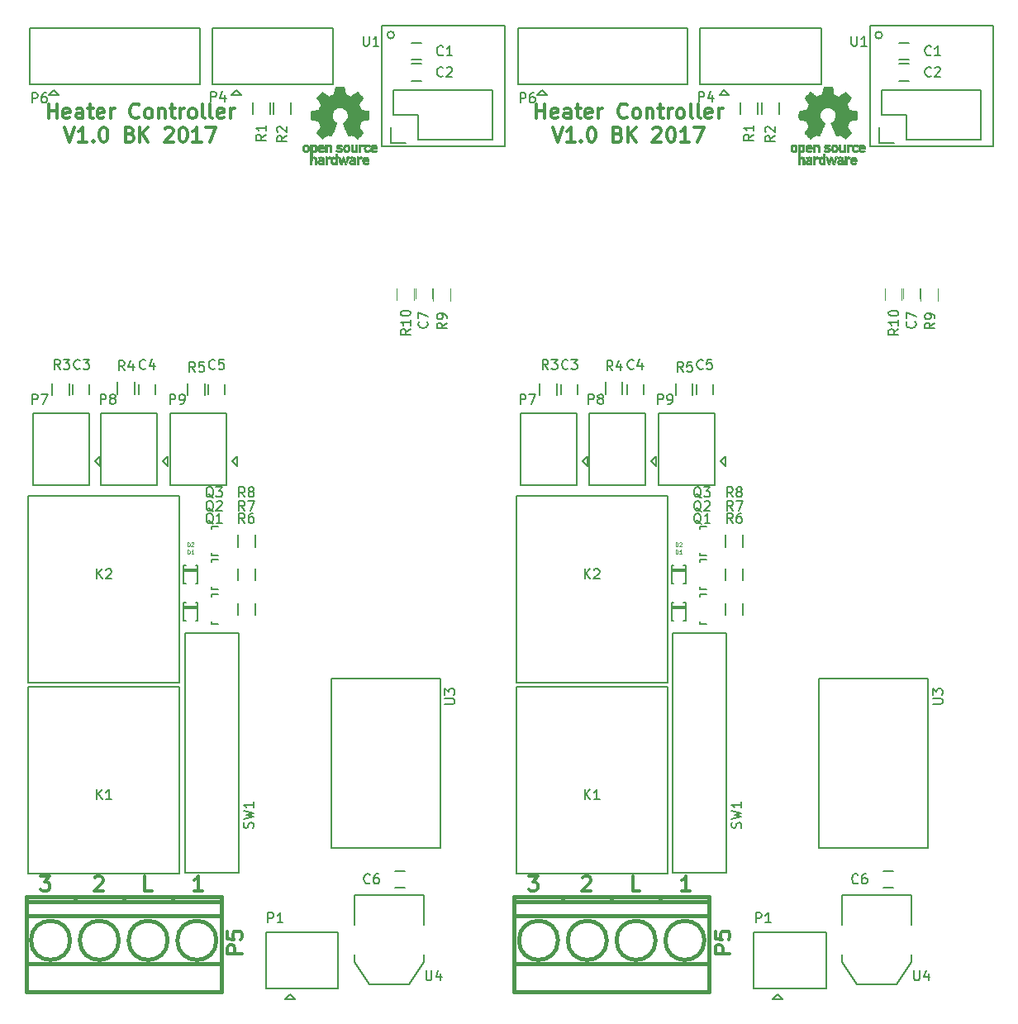
<source format=gto>
G04 #@! TF.FileFunction,Legend,Top*
%FSLAX46Y46*%
G04 Gerber Fmt 4.6, Leading zero omitted, Abs format (unit mm)*
G04 Created by KiCad (PCBNEW 4.0.2-stable) date 12/4/2017 4:20:54 PM*
%MOMM*%
G01*
G04 APERTURE LIST*
%ADD10C,0.100000*%
%ADD11C,0.300000*%
%ADD12C,0.150000*%
%ADD13C,0.127000*%
%ADD14C,0.120000*%
%ADD15C,0.010000*%
%ADD16C,0.381000*%
%ADD17C,0.099060*%
G04 APERTURE END LIST*
D10*
D11*
X143519572Y-130218571D02*
X142662429Y-130218571D01*
X143091001Y-130218571D02*
X143091001Y-128718571D01*
X142948144Y-128932857D01*
X142805286Y-129075714D01*
X142662429Y-129147143D01*
X138348286Y-130218571D02*
X137634000Y-130218571D01*
X137634000Y-128718571D01*
X132502429Y-128861429D02*
X132573858Y-128790000D01*
X132716715Y-128718571D01*
X133073858Y-128718571D01*
X133216715Y-128790000D01*
X133288144Y-128861429D01*
X133359572Y-129004286D01*
X133359572Y-129147143D01*
X133288144Y-129361429D01*
X132431001Y-130218571D01*
X133359572Y-130218571D01*
X126970001Y-128718571D02*
X127898572Y-128718571D01*
X127398572Y-129290000D01*
X127612858Y-129290000D01*
X127755715Y-129361429D01*
X127827144Y-129432857D01*
X127898572Y-129575714D01*
X127898572Y-129932857D01*
X127827144Y-130075714D01*
X127755715Y-130147143D01*
X127612858Y-130218571D01*
X127184286Y-130218571D01*
X127041429Y-130147143D01*
X126970001Y-130075714D01*
X127771430Y-51078571D02*
X127771430Y-49578571D01*
X127771430Y-50292857D02*
X128628573Y-50292857D01*
X128628573Y-51078571D02*
X128628573Y-49578571D01*
X129914287Y-51007143D02*
X129771430Y-51078571D01*
X129485716Y-51078571D01*
X129342859Y-51007143D01*
X129271430Y-50864286D01*
X129271430Y-50292857D01*
X129342859Y-50150000D01*
X129485716Y-50078571D01*
X129771430Y-50078571D01*
X129914287Y-50150000D01*
X129985716Y-50292857D01*
X129985716Y-50435714D01*
X129271430Y-50578571D01*
X131271430Y-51078571D02*
X131271430Y-50292857D01*
X131200001Y-50150000D01*
X131057144Y-50078571D01*
X130771430Y-50078571D01*
X130628573Y-50150000D01*
X131271430Y-51007143D02*
X131128573Y-51078571D01*
X130771430Y-51078571D01*
X130628573Y-51007143D01*
X130557144Y-50864286D01*
X130557144Y-50721429D01*
X130628573Y-50578571D01*
X130771430Y-50507143D01*
X131128573Y-50507143D01*
X131271430Y-50435714D01*
X131771430Y-50078571D02*
X132342859Y-50078571D01*
X131985716Y-49578571D02*
X131985716Y-50864286D01*
X132057144Y-51007143D01*
X132200002Y-51078571D01*
X132342859Y-51078571D01*
X133414287Y-51007143D02*
X133271430Y-51078571D01*
X132985716Y-51078571D01*
X132842859Y-51007143D01*
X132771430Y-50864286D01*
X132771430Y-50292857D01*
X132842859Y-50150000D01*
X132985716Y-50078571D01*
X133271430Y-50078571D01*
X133414287Y-50150000D01*
X133485716Y-50292857D01*
X133485716Y-50435714D01*
X132771430Y-50578571D01*
X134128573Y-51078571D02*
X134128573Y-50078571D01*
X134128573Y-50364286D02*
X134200001Y-50221429D01*
X134271430Y-50150000D01*
X134414287Y-50078571D01*
X134557144Y-50078571D01*
X137057144Y-50935714D02*
X136985715Y-51007143D01*
X136771429Y-51078571D01*
X136628572Y-51078571D01*
X136414287Y-51007143D01*
X136271429Y-50864286D01*
X136200001Y-50721429D01*
X136128572Y-50435714D01*
X136128572Y-50221429D01*
X136200001Y-49935714D01*
X136271429Y-49792857D01*
X136414287Y-49650000D01*
X136628572Y-49578571D01*
X136771429Y-49578571D01*
X136985715Y-49650000D01*
X137057144Y-49721429D01*
X137914287Y-51078571D02*
X137771429Y-51007143D01*
X137700001Y-50935714D01*
X137628572Y-50792857D01*
X137628572Y-50364286D01*
X137700001Y-50221429D01*
X137771429Y-50150000D01*
X137914287Y-50078571D01*
X138128572Y-50078571D01*
X138271429Y-50150000D01*
X138342858Y-50221429D01*
X138414287Y-50364286D01*
X138414287Y-50792857D01*
X138342858Y-50935714D01*
X138271429Y-51007143D01*
X138128572Y-51078571D01*
X137914287Y-51078571D01*
X139057144Y-50078571D02*
X139057144Y-51078571D01*
X139057144Y-50221429D02*
X139128572Y-50150000D01*
X139271430Y-50078571D01*
X139485715Y-50078571D01*
X139628572Y-50150000D01*
X139700001Y-50292857D01*
X139700001Y-51078571D01*
X140200001Y-50078571D02*
X140771430Y-50078571D01*
X140414287Y-49578571D02*
X140414287Y-50864286D01*
X140485715Y-51007143D01*
X140628573Y-51078571D01*
X140771430Y-51078571D01*
X141271430Y-51078571D02*
X141271430Y-50078571D01*
X141271430Y-50364286D02*
X141342858Y-50221429D01*
X141414287Y-50150000D01*
X141557144Y-50078571D01*
X141700001Y-50078571D01*
X142414287Y-51078571D02*
X142271429Y-51007143D01*
X142200001Y-50935714D01*
X142128572Y-50792857D01*
X142128572Y-50364286D01*
X142200001Y-50221429D01*
X142271429Y-50150000D01*
X142414287Y-50078571D01*
X142628572Y-50078571D01*
X142771429Y-50150000D01*
X142842858Y-50221429D01*
X142914287Y-50364286D01*
X142914287Y-50792857D01*
X142842858Y-50935714D01*
X142771429Y-51007143D01*
X142628572Y-51078571D01*
X142414287Y-51078571D01*
X143771430Y-51078571D02*
X143628572Y-51007143D01*
X143557144Y-50864286D01*
X143557144Y-49578571D01*
X144557144Y-51078571D02*
X144414286Y-51007143D01*
X144342858Y-50864286D01*
X144342858Y-49578571D01*
X145700000Y-51007143D02*
X145557143Y-51078571D01*
X145271429Y-51078571D01*
X145128572Y-51007143D01*
X145057143Y-50864286D01*
X145057143Y-50292857D01*
X145128572Y-50150000D01*
X145271429Y-50078571D01*
X145557143Y-50078571D01*
X145700000Y-50150000D01*
X145771429Y-50292857D01*
X145771429Y-50435714D01*
X145057143Y-50578571D01*
X146414286Y-51078571D02*
X146414286Y-50078571D01*
X146414286Y-50364286D02*
X146485714Y-50221429D01*
X146557143Y-50150000D01*
X146700000Y-50078571D01*
X146842857Y-50078571D01*
X129414287Y-51978571D02*
X129914287Y-53478571D01*
X130414287Y-51978571D01*
X131700001Y-53478571D02*
X130842858Y-53478571D01*
X131271430Y-53478571D02*
X131271430Y-51978571D01*
X131128573Y-52192857D01*
X130985715Y-52335714D01*
X130842858Y-52407143D01*
X132342858Y-53335714D02*
X132414286Y-53407143D01*
X132342858Y-53478571D01*
X132271429Y-53407143D01*
X132342858Y-53335714D01*
X132342858Y-53478571D01*
X133342858Y-51978571D02*
X133485715Y-51978571D01*
X133628572Y-52050000D01*
X133700001Y-52121429D01*
X133771430Y-52264286D01*
X133842858Y-52550000D01*
X133842858Y-52907143D01*
X133771430Y-53192857D01*
X133700001Y-53335714D01*
X133628572Y-53407143D01*
X133485715Y-53478571D01*
X133342858Y-53478571D01*
X133200001Y-53407143D01*
X133128572Y-53335714D01*
X133057144Y-53192857D01*
X132985715Y-52907143D01*
X132985715Y-52550000D01*
X133057144Y-52264286D01*
X133128572Y-52121429D01*
X133200001Y-52050000D01*
X133342858Y-51978571D01*
X136128572Y-52692857D02*
X136342858Y-52764286D01*
X136414286Y-52835714D01*
X136485715Y-52978571D01*
X136485715Y-53192857D01*
X136414286Y-53335714D01*
X136342858Y-53407143D01*
X136200000Y-53478571D01*
X135628572Y-53478571D01*
X135628572Y-51978571D01*
X136128572Y-51978571D01*
X136271429Y-52050000D01*
X136342858Y-52121429D01*
X136414286Y-52264286D01*
X136414286Y-52407143D01*
X136342858Y-52550000D01*
X136271429Y-52621429D01*
X136128572Y-52692857D01*
X135628572Y-52692857D01*
X137128572Y-53478571D02*
X137128572Y-51978571D01*
X137985715Y-53478571D02*
X137342858Y-52621429D01*
X137985715Y-51978571D02*
X137128572Y-52835714D01*
X139700000Y-52121429D02*
X139771429Y-52050000D01*
X139914286Y-51978571D01*
X140271429Y-51978571D01*
X140414286Y-52050000D01*
X140485715Y-52121429D01*
X140557143Y-52264286D01*
X140557143Y-52407143D01*
X140485715Y-52621429D01*
X139628572Y-53478571D01*
X140557143Y-53478571D01*
X141485714Y-51978571D02*
X141628571Y-51978571D01*
X141771428Y-52050000D01*
X141842857Y-52121429D01*
X141914286Y-52264286D01*
X141985714Y-52550000D01*
X141985714Y-52907143D01*
X141914286Y-53192857D01*
X141842857Y-53335714D01*
X141771428Y-53407143D01*
X141628571Y-53478571D01*
X141485714Y-53478571D01*
X141342857Y-53407143D01*
X141271428Y-53335714D01*
X141200000Y-53192857D01*
X141128571Y-52907143D01*
X141128571Y-52550000D01*
X141200000Y-52264286D01*
X141271428Y-52121429D01*
X141342857Y-52050000D01*
X141485714Y-51978571D01*
X143414285Y-53478571D02*
X142557142Y-53478571D01*
X142985714Y-53478571D02*
X142985714Y-51978571D01*
X142842857Y-52192857D01*
X142699999Y-52335714D01*
X142557142Y-52407143D01*
X143914285Y-51978571D02*
X144914285Y-51978571D01*
X144271428Y-53478571D01*
X77771430Y-51078571D02*
X77771430Y-49578571D01*
X77771430Y-50292857D02*
X78628573Y-50292857D01*
X78628573Y-51078571D02*
X78628573Y-49578571D01*
X79914287Y-51007143D02*
X79771430Y-51078571D01*
X79485716Y-51078571D01*
X79342859Y-51007143D01*
X79271430Y-50864286D01*
X79271430Y-50292857D01*
X79342859Y-50150000D01*
X79485716Y-50078571D01*
X79771430Y-50078571D01*
X79914287Y-50150000D01*
X79985716Y-50292857D01*
X79985716Y-50435714D01*
X79271430Y-50578571D01*
X81271430Y-51078571D02*
X81271430Y-50292857D01*
X81200001Y-50150000D01*
X81057144Y-50078571D01*
X80771430Y-50078571D01*
X80628573Y-50150000D01*
X81271430Y-51007143D02*
X81128573Y-51078571D01*
X80771430Y-51078571D01*
X80628573Y-51007143D01*
X80557144Y-50864286D01*
X80557144Y-50721429D01*
X80628573Y-50578571D01*
X80771430Y-50507143D01*
X81128573Y-50507143D01*
X81271430Y-50435714D01*
X81771430Y-50078571D02*
X82342859Y-50078571D01*
X81985716Y-49578571D02*
X81985716Y-50864286D01*
X82057144Y-51007143D01*
X82200002Y-51078571D01*
X82342859Y-51078571D01*
X83414287Y-51007143D02*
X83271430Y-51078571D01*
X82985716Y-51078571D01*
X82842859Y-51007143D01*
X82771430Y-50864286D01*
X82771430Y-50292857D01*
X82842859Y-50150000D01*
X82985716Y-50078571D01*
X83271430Y-50078571D01*
X83414287Y-50150000D01*
X83485716Y-50292857D01*
X83485716Y-50435714D01*
X82771430Y-50578571D01*
X84128573Y-51078571D02*
X84128573Y-50078571D01*
X84128573Y-50364286D02*
X84200001Y-50221429D01*
X84271430Y-50150000D01*
X84414287Y-50078571D01*
X84557144Y-50078571D01*
X87057144Y-50935714D02*
X86985715Y-51007143D01*
X86771429Y-51078571D01*
X86628572Y-51078571D01*
X86414287Y-51007143D01*
X86271429Y-50864286D01*
X86200001Y-50721429D01*
X86128572Y-50435714D01*
X86128572Y-50221429D01*
X86200001Y-49935714D01*
X86271429Y-49792857D01*
X86414287Y-49650000D01*
X86628572Y-49578571D01*
X86771429Y-49578571D01*
X86985715Y-49650000D01*
X87057144Y-49721429D01*
X87914287Y-51078571D02*
X87771429Y-51007143D01*
X87700001Y-50935714D01*
X87628572Y-50792857D01*
X87628572Y-50364286D01*
X87700001Y-50221429D01*
X87771429Y-50150000D01*
X87914287Y-50078571D01*
X88128572Y-50078571D01*
X88271429Y-50150000D01*
X88342858Y-50221429D01*
X88414287Y-50364286D01*
X88414287Y-50792857D01*
X88342858Y-50935714D01*
X88271429Y-51007143D01*
X88128572Y-51078571D01*
X87914287Y-51078571D01*
X89057144Y-50078571D02*
X89057144Y-51078571D01*
X89057144Y-50221429D02*
X89128572Y-50150000D01*
X89271430Y-50078571D01*
X89485715Y-50078571D01*
X89628572Y-50150000D01*
X89700001Y-50292857D01*
X89700001Y-51078571D01*
X90200001Y-50078571D02*
X90771430Y-50078571D01*
X90414287Y-49578571D02*
X90414287Y-50864286D01*
X90485715Y-51007143D01*
X90628573Y-51078571D01*
X90771430Y-51078571D01*
X91271430Y-51078571D02*
X91271430Y-50078571D01*
X91271430Y-50364286D02*
X91342858Y-50221429D01*
X91414287Y-50150000D01*
X91557144Y-50078571D01*
X91700001Y-50078571D01*
X92414287Y-51078571D02*
X92271429Y-51007143D01*
X92200001Y-50935714D01*
X92128572Y-50792857D01*
X92128572Y-50364286D01*
X92200001Y-50221429D01*
X92271429Y-50150000D01*
X92414287Y-50078571D01*
X92628572Y-50078571D01*
X92771429Y-50150000D01*
X92842858Y-50221429D01*
X92914287Y-50364286D01*
X92914287Y-50792857D01*
X92842858Y-50935714D01*
X92771429Y-51007143D01*
X92628572Y-51078571D01*
X92414287Y-51078571D01*
X93771430Y-51078571D02*
X93628572Y-51007143D01*
X93557144Y-50864286D01*
X93557144Y-49578571D01*
X94557144Y-51078571D02*
X94414286Y-51007143D01*
X94342858Y-50864286D01*
X94342858Y-49578571D01*
X95700000Y-51007143D02*
X95557143Y-51078571D01*
X95271429Y-51078571D01*
X95128572Y-51007143D01*
X95057143Y-50864286D01*
X95057143Y-50292857D01*
X95128572Y-50150000D01*
X95271429Y-50078571D01*
X95557143Y-50078571D01*
X95700000Y-50150000D01*
X95771429Y-50292857D01*
X95771429Y-50435714D01*
X95057143Y-50578571D01*
X96414286Y-51078571D02*
X96414286Y-50078571D01*
X96414286Y-50364286D02*
X96485714Y-50221429D01*
X96557143Y-50150000D01*
X96700000Y-50078571D01*
X96842857Y-50078571D01*
X79414287Y-51978571D02*
X79914287Y-53478571D01*
X80414287Y-51978571D01*
X81700001Y-53478571D02*
X80842858Y-53478571D01*
X81271430Y-53478571D02*
X81271430Y-51978571D01*
X81128573Y-52192857D01*
X80985715Y-52335714D01*
X80842858Y-52407143D01*
X82342858Y-53335714D02*
X82414286Y-53407143D01*
X82342858Y-53478571D01*
X82271429Y-53407143D01*
X82342858Y-53335714D01*
X82342858Y-53478571D01*
X83342858Y-51978571D02*
X83485715Y-51978571D01*
X83628572Y-52050000D01*
X83700001Y-52121429D01*
X83771430Y-52264286D01*
X83842858Y-52550000D01*
X83842858Y-52907143D01*
X83771430Y-53192857D01*
X83700001Y-53335714D01*
X83628572Y-53407143D01*
X83485715Y-53478571D01*
X83342858Y-53478571D01*
X83200001Y-53407143D01*
X83128572Y-53335714D01*
X83057144Y-53192857D01*
X82985715Y-52907143D01*
X82985715Y-52550000D01*
X83057144Y-52264286D01*
X83128572Y-52121429D01*
X83200001Y-52050000D01*
X83342858Y-51978571D01*
X86128572Y-52692857D02*
X86342858Y-52764286D01*
X86414286Y-52835714D01*
X86485715Y-52978571D01*
X86485715Y-53192857D01*
X86414286Y-53335714D01*
X86342858Y-53407143D01*
X86200000Y-53478571D01*
X85628572Y-53478571D01*
X85628572Y-51978571D01*
X86128572Y-51978571D01*
X86271429Y-52050000D01*
X86342858Y-52121429D01*
X86414286Y-52264286D01*
X86414286Y-52407143D01*
X86342858Y-52550000D01*
X86271429Y-52621429D01*
X86128572Y-52692857D01*
X85628572Y-52692857D01*
X87128572Y-53478571D02*
X87128572Y-51978571D01*
X87985715Y-53478571D02*
X87342858Y-52621429D01*
X87985715Y-51978571D02*
X87128572Y-52835714D01*
X89700000Y-52121429D02*
X89771429Y-52050000D01*
X89914286Y-51978571D01*
X90271429Y-51978571D01*
X90414286Y-52050000D01*
X90485715Y-52121429D01*
X90557143Y-52264286D01*
X90557143Y-52407143D01*
X90485715Y-52621429D01*
X89628572Y-53478571D01*
X90557143Y-53478571D01*
X91485714Y-51978571D02*
X91628571Y-51978571D01*
X91771428Y-52050000D01*
X91842857Y-52121429D01*
X91914286Y-52264286D01*
X91985714Y-52550000D01*
X91985714Y-52907143D01*
X91914286Y-53192857D01*
X91842857Y-53335714D01*
X91771428Y-53407143D01*
X91628571Y-53478571D01*
X91485714Y-53478571D01*
X91342857Y-53407143D01*
X91271428Y-53335714D01*
X91200000Y-53192857D01*
X91128571Y-52907143D01*
X91128571Y-52550000D01*
X91200000Y-52264286D01*
X91271428Y-52121429D01*
X91342857Y-52050000D01*
X91485714Y-51978571D01*
X93414285Y-53478571D02*
X92557142Y-53478571D01*
X92985714Y-53478571D02*
X92985714Y-51978571D01*
X92842857Y-52192857D01*
X92699999Y-52335714D01*
X92557142Y-52407143D01*
X93914285Y-51978571D02*
X94914285Y-51978571D01*
X94271428Y-53478571D01*
X76970001Y-128718571D02*
X77898572Y-128718571D01*
X77398572Y-129290000D01*
X77612858Y-129290000D01*
X77755715Y-129361429D01*
X77827144Y-129432857D01*
X77898572Y-129575714D01*
X77898572Y-129932857D01*
X77827144Y-130075714D01*
X77755715Y-130147143D01*
X77612858Y-130218571D01*
X77184286Y-130218571D01*
X77041429Y-130147143D01*
X76970001Y-130075714D01*
X82502429Y-128861429D02*
X82573858Y-128790000D01*
X82716715Y-128718571D01*
X83073858Y-128718571D01*
X83216715Y-128790000D01*
X83288144Y-128861429D01*
X83359572Y-129004286D01*
X83359572Y-129147143D01*
X83288144Y-129361429D01*
X82431001Y-130218571D01*
X83359572Y-130218571D01*
X88348286Y-130218571D02*
X87634000Y-130218571D01*
X87634000Y-128718571D01*
X93519572Y-130218571D02*
X92662429Y-130218571D01*
X93091001Y-130218571D02*
X93091001Y-128718571D01*
X92948144Y-128932857D01*
X92805286Y-129075714D01*
X92662429Y-129147143D01*
D12*
X141189000Y-108864000D02*
X141189000Y-89764000D01*
X125689000Y-108864000D02*
X125689000Y-89764000D01*
X125689000Y-89764000D02*
X141189000Y-89764000D01*
X125689000Y-108864000D02*
X141189000Y-108864000D01*
X144472760Y-93061840D02*
X144472760Y-93110100D01*
X145173800Y-95860820D02*
X144472760Y-95860820D01*
X144472760Y-95860820D02*
X144472760Y-95611900D01*
X144472760Y-93061840D02*
X144472760Y-92861180D01*
X144472760Y-92861180D02*
X145173800Y-92861180D01*
D13*
X141629000Y-101100000D02*
X143029000Y-101100000D01*
X141629000Y-101300000D02*
X142929000Y-101300000D01*
X142929000Y-101300000D02*
X143029000Y-101300000D01*
X141629000Y-101200000D02*
X143029000Y-101200000D01*
X143029000Y-102500000D02*
X142829000Y-102500000D01*
X141629000Y-102500000D02*
X141829000Y-102500000D01*
X141629000Y-100700000D02*
X141829000Y-100700000D01*
X143029000Y-100700000D02*
X142829000Y-100700000D01*
X141627960Y-100700840D02*
X141627960Y-102499160D01*
X143030040Y-102499160D02*
X143030040Y-100700840D01*
X141629000Y-97290000D02*
X143029000Y-97290000D01*
X141629000Y-97490000D02*
X142929000Y-97490000D01*
X142929000Y-97490000D02*
X143029000Y-97490000D01*
X141629000Y-97390000D02*
X143029000Y-97390000D01*
X143029000Y-98690000D02*
X142829000Y-98690000D01*
X141629000Y-98690000D02*
X141829000Y-98690000D01*
X141629000Y-96890000D02*
X141829000Y-96890000D01*
X143029000Y-96890000D02*
X142829000Y-96890000D01*
X141627960Y-96890840D02*
X141627960Y-98689160D01*
X143030040Y-98689160D02*
X143030040Y-96890840D01*
D12*
X163197555Y-42543000D02*
G75*
G03X163197555Y-42543000I-360555J0D01*
G01*
X161937000Y-41543000D02*
X174537000Y-41543000D01*
X174537000Y-53943000D02*
X174537000Y-41543000D01*
X161937000Y-53943000D02*
X161937000Y-41543000D01*
X174537000Y-53943000D02*
X161937000Y-53943000D01*
X165666000Y-53281000D02*
X173286000Y-53281000D01*
X173286000Y-53281000D02*
X173286000Y-48201000D01*
X173286000Y-48201000D02*
X163126000Y-48201000D01*
X163126000Y-48201000D02*
X163126000Y-50741000D01*
X162846000Y-52011000D02*
X162846000Y-53561000D01*
X163126000Y-50741000D02*
X165666000Y-50741000D01*
X165666000Y-50741000D02*
X165666000Y-53281000D01*
X162846000Y-53561000D02*
X164396000Y-53561000D01*
D14*
X165355000Y-68527800D02*
X165355000Y-69527800D01*
X167055000Y-69527800D02*
X167055000Y-68527800D01*
X163445400Y-69672800D02*
X163445400Y-68472800D01*
X165205400Y-68472800D02*
X165205400Y-69672800D01*
X167153800Y-69728600D02*
X167153800Y-68528600D01*
X168913800Y-68528600D02*
X168913800Y-69728600D01*
D15*
G36*
X155063360Y-53752468D02*
X155098592Y-53769874D01*
X155142040Y-53800206D01*
X155173706Y-53833283D01*
X155195394Y-53874817D01*
X155208903Y-53930522D01*
X155216038Y-54006111D01*
X155218600Y-54107296D01*
X155218750Y-54150797D01*
X155218312Y-54246135D01*
X155216496Y-54314271D01*
X155212545Y-54361418D01*
X155205702Y-54393790D01*
X155195211Y-54417600D01*
X155184296Y-54433843D01*
X155114619Y-54502952D01*
X155032566Y-54544521D01*
X154944050Y-54557023D01*
X154854981Y-54538934D01*
X154826763Y-54526142D01*
X154759210Y-54490931D01*
X154759210Y-55042700D01*
X154808512Y-55017205D01*
X154873473Y-54997480D01*
X154953320Y-54992427D01*
X155033052Y-55001756D01*
X155093265Y-55022714D01*
X155143208Y-55062627D01*
X155185881Y-55119741D01*
X155189090Y-55125605D01*
X155202622Y-55153227D01*
X155212505Y-55181068D01*
X155219309Y-55214794D01*
X155223601Y-55260071D01*
X155225951Y-55322562D01*
X155226928Y-55407935D01*
X155227105Y-55504010D01*
X155227105Y-55810526D01*
X155043289Y-55810526D01*
X155043289Y-55245339D01*
X154991875Y-55202077D01*
X154938466Y-55167472D01*
X154887888Y-55161180D01*
X154837030Y-55177372D01*
X154809925Y-55193227D01*
X154789751Y-55215810D01*
X154775403Y-55249940D01*
X154765776Y-55300434D01*
X154759763Y-55372111D01*
X154756260Y-55469788D01*
X154755026Y-55534802D01*
X154750855Y-55802171D01*
X154663125Y-55807222D01*
X154575394Y-55812273D01*
X154575394Y-54153101D01*
X154759210Y-54153101D01*
X154763896Y-54245600D01*
X154779688Y-54309809D01*
X154809183Y-54349759D01*
X154854980Y-54369480D01*
X154901250Y-54373421D01*
X154953628Y-54368892D01*
X154988390Y-54351069D01*
X155010128Y-54327519D01*
X155027240Y-54302189D01*
X155037427Y-54273969D01*
X155041960Y-54234431D01*
X155042109Y-54175142D01*
X155040584Y-54125498D01*
X155037081Y-54050710D01*
X155031867Y-54001611D01*
X155023087Y-53970467D01*
X155008886Y-53949545D01*
X154995484Y-53937452D01*
X154939487Y-53911081D01*
X154873211Y-53906822D01*
X154835156Y-53915906D01*
X154797477Y-53948196D01*
X154772519Y-54011006D01*
X154760422Y-54103894D01*
X154759210Y-54153101D01*
X154575394Y-54153101D01*
X154575394Y-53738421D01*
X154667302Y-53738421D01*
X154722483Y-53740603D01*
X154750952Y-53748351D01*
X154759206Y-53763468D01*
X154759210Y-53763916D01*
X154763040Y-53778720D01*
X154779933Y-53777039D01*
X154813519Y-53760772D01*
X154891778Y-53735887D01*
X154979827Y-53733271D01*
X155063360Y-53752468D01*
X155063360Y-53752468D01*
G37*
X155063360Y-53752468D02*
X155098592Y-53769874D01*
X155142040Y-53800206D01*
X155173706Y-53833283D01*
X155195394Y-53874817D01*
X155208903Y-53930522D01*
X155216038Y-54006111D01*
X155218600Y-54107296D01*
X155218750Y-54150797D01*
X155218312Y-54246135D01*
X155216496Y-54314271D01*
X155212545Y-54361418D01*
X155205702Y-54393790D01*
X155195211Y-54417600D01*
X155184296Y-54433843D01*
X155114619Y-54502952D01*
X155032566Y-54544521D01*
X154944050Y-54557023D01*
X154854981Y-54538934D01*
X154826763Y-54526142D01*
X154759210Y-54490931D01*
X154759210Y-55042700D01*
X154808512Y-55017205D01*
X154873473Y-54997480D01*
X154953320Y-54992427D01*
X155033052Y-55001756D01*
X155093265Y-55022714D01*
X155143208Y-55062627D01*
X155185881Y-55119741D01*
X155189090Y-55125605D01*
X155202622Y-55153227D01*
X155212505Y-55181068D01*
X155219309Y-55214794D01*
X155223601Y-55260071D01*
X155225951Y-55322562D01*
X155226928Y-55407935D01*
X155227105Y-55504010D01*
X155227105Y-55810526D01*
X155043289Y-55810526D01*
X155043289Y-55245339D01*
X154991875Y-55202077D01*
X154938466Y-55167472D01*
X154887888Y-55161180D01*
X154837030Y-55177372D01*
X154809925Y-55193227D01*
X154789751Y-55215810D01*
X154775403Y-55249940D01*
X154765776Y-55300434D01*
X154759763Y-55372111D01*
X154756260Y-55469788D01*
X154755026Y-55534802D01*
X154750855Y-55802171D01*
X154663125Y-55807222D01*
X154575394Y-55812273D01*
X154575394Y-54153101D01*
X154759210Y-54153101D01*
X154763896Y-54245600D01*
X154779688Y-54309809D01*
X154809183Y-54349759D01*
X154854980Y-54369480D01*
X154901250Y-54373421D01*
X154953628Y-54368892D01*
X154988390Y-54351069D01*
X155010128Y-54327519D01*
X155027240Y-54302189D01*
X155037427Y-54273969D01*
X155041960Y-54234431D01*
X155042109Y-54175142D01*
X155040584Y-54125498D01*
X155037081Y-54050710D01*
X155031867Y-54001611D01*
X155023087Y-53970467D01*
X155008886Y-53949545D01*
X154995484Y-53937452D01*
X154939487Y-53911081D01*
X154873211Y-53906822D01*
X154835156Y-53915906D01*
X154797477Y-53948196D01*
X154772519Y-54011006D01*
X154760422Y-54103894D01*
X154759210Y-54153101D01*
X154575394Y-54153101D01*
X154575394Y-53738421D01*
X154667302Y-53738421D01*
X154722483Y-53740603D01*
X154750952Y-53748351D01*
X154759206Y-53763468D01*
X154759210Y-53763916D01*
X154763040Y-53778720D01*
X154779933Y-53777039D01*
X154813519Y-53760772D01*
X154891778Y-53735887D01*
X154979827Y-53733271D01*
X155063360Y-53752468D01*
G36*
X155760457Y-54998184D02*
X155839070Y-55019160D01*
X155898916Y-55057180D01*
X155941147Y-55106978D01*
X155954275Y-55128230D01*
X155963968Y-55150492D01*
X155970744Y-55178970D01*
X155975123Y-55218871D01*
X155977624Y-55275401D01*
X155978768Y-55353767D01*
X155979072Y-55459176D01*
X155979078Y-55487142D01*
X155979078Y-55810526D01*
X155898868Y-55810526D01*
X155847706Y-55806943D01*
X155809877Y-55797866D01*
X155800399Y-55792268D01*
X155774488Y-55782606D01*
X155748024Y-55792268D01*
X155704452Y-55804330D01*
X155641160Y-55809185D01*
X155571010Y-55807078D01*
X155506860Y-55798256D01*
X155469407Y-55786937D01*
X155396933Y-55740412D01*
X155351640Y-55675846D01*
X155331278Y-55590000D01*
X155331088Y-55587796D01*
X155332875Y-55549713D01*
X155494473Y-55549713D01*
X155508601Y-55593030D01*
X155531612Y-55617408D01*
X155577804Y-55635845D01*
X155638775Y-55643205D01*
X155700949Y-55639583D01*
X155750751Y-55625074D01*
X155764703Y-55615765D01*
X155789085Y-55572753D01*
X155795263Y-55523857D01*
X155795263Y-55459605D01*
X155702818Y-55459605D01*
X155614995Y-55466366D01*
X155548418Y-55485520D01*
X155507002Y-55515376D01*
X155494473Y-55549713D01*
X155332875Y-55549713D01*
X155335490Y-55494004D01*
X155366424Y-55419847D01*
X155424581Y-55363767D01*
X155432620Y-55358665D01*
X155467163Y-55342055D01*
X155509918Y-55331996D01*
X155569686Y-55327107D01*
X155640690Y-55325983D01*
X155795263Y-55325921D01*
X155795263Y-55261125D01*
X155788706Y-55210850D01*
X155771975Y-55177169D01*
X155770016Y-55175376D01*
X155732783Y-55160642D01*
X155676580Y-55154931D01*
X155614467Y-55157737D01*
X155559510Y-55168556D01*
X155526899Y-55184782D01*
X155509228Y-55197780D01*
X155490569Y-55200262D01*
X155464819Y-55189613D01*
X155425873Y-55163218D01*
X155367630Y-55118465D01*
X155362284Y-55114273D01*
X155365023Y-55098760D01*
X155387876Y-55072960D01*
X155422609Y-55044289D01*
X155460990Y-55020166D01*
X155473048Y-55014470D01*
X155517034Y-55003103D01*
X155581487Y-54994995D01*
X155653497Y-54991743D01*
X155656864Y-54991736D01*
X155760457Y-54998184D01*
X155760457Y-54998184D01*
G37*
X155760457Y-54998184D02*
X155839070Y-55019160D01*
X155898916Y-55057180D01*
X155941147Y-55106978D01*
X155954275Y-55128230D01*
X155963968Y-55150492D01*
X155970744Y-55178970D01*
X155975123Y-55218871D01*
X155977624Y-55275401D01*
X155978768Y-55353767D01*
X155979072Y-55459176D01*
X155979078Y-55487142D01*
X155979078Y-55810526D01*
X155898868Y-55810526D01*
X155847706Y-55806943D01*
X155809877Y-55797866D01*
X155800399Y-55792268D01*
X155774488Y-55782606D01*
X155748024Y-55792268D01*
X155704452Y-55804330D01*
X155641160Y-55809185D01*
X155571010Y-55807078D01*
X155506860Y-55798256D01*
X155469407Y-55786937D01*
X155396933Y-55740412D01*
X155351640Y-55675846D01*
X155331278Y-55590000D01*
X155331088Y-55587796D01*
X155332875Y-55549713D01*
X155494473Y-55549713D01*
X155508601Y-55593030D01*
X155531612Y-55617408D01*
X155577804Y-55635845D01*
X155638775Y-55643205D01*
X155700949Y-55639583D01*
X155750751Y-55625074D01*
X155764703Y-55615765D01*
X155789085Y-55572753D01*
X155795263Y-55523857D01*
X155795263Y-55459605D01*
X155702818Y-55459605D01*
X155614995Y-55466366D01*
X155548418Y-55485520D01*
X155507002Y-55515376D01*
X155494473Y-55549713D01*
X155332875Y-55549713D01*
X155335490Y-55494004D01*
X155366424Y-55419847D01*
X155424581Y-55363767D01*
X155432620Y-55358665D01*
X155467163Y-55342055D01*
X155509918Y-55331996D01*
X155569686Y-55327107D01*
X155640690Y-55325983D01*
X155795263Y-55325921D01*
X155795263Y-55261125D01*
X155788706Y-55210850D01*
X155771975Y-55177169D01*
X155770016Y-55175376D01*
X155732783Y-55160642D01*
X155676580Y-55154931D01*
X155614467Y-55157737D01*
X155559510Y-55168556D01*
X155526899Y-55184782D01*
X155509228Y-55197780D01*
X155490569Y-55200262D01*
X155464819Y-55189613D01*
X155425873Y-55163218D01*
X155367630Y-55118465D01*
X155362284Y-55114273D01*
X155365023Y-55098760D01*
X155387876Y-55072960D01*
X155422609Y-55044289D01*
X155460990Y-55020166D01*
X155473048Y-55014470D01*
X155517034Y-55003103D01*
X155581487Y-54994995D01*
X155653497Y-54991743D01*
X155656864Y-54991736D01*
X155760457Y-54998184D01*
G36*
X156279881Y-54993486D02*
X156304888Y-55000982D01*
X156312950Y-55017451D01*
X156313289Y-55024886D01*
X156314736Y-55045594D01*
X156324698Y-55048845D01*
X156351612Y-55034648D01*
X156367598Y-55024948D01*
X156418033Y-55004175D01*
X156478272Y-54993904D01*
X156541434Y-54993114D01*
X156600637Y-55000786D01*
X156649002Y-55015898D01*
X156679646Y-55037432D01*
X156685689Y-55064366D01*
X156682639Y-55071660D01*
X156660406Y-55101937D01*
X156625930Y-55139175D01*
X156619694Y-55145195D01*
X156586833Y-55172875D01*
X156558480Y-55181818D01*
X156518827Y-55175576D01*
X156502942Y-55171429D01*
X156453509Y-55161467D01*
X156418752Y-55165947D01*
X156389400Y-55181746D01*
X156362513Y-55202949D01*
X156342710Y-55229614D01*
X156328948Y-55266827D01*
X156320184Y-55319673D01*
X156315374Y-55393237D01*
X156313474Y-55492605D01*
X156313289Y-55552601D01*
X156313289Y-55810526D01*
X156146184Y-55810526D01*
X156146184Y-54991710D01*
X156229736Y-54991710D01*
X156279881Y-54993486D01*
X156279881Y-54993486D01*
G37*
X156279881Y-54993486D02*
X156304888Y-55000982D01*
X156312950Y-55017451D01*
X156313289Y-55024886D01*
X156314736Y-55045594D01*
X156324698Y-55048845D01*
X156351612Y-55034648D01*
X156367598Y-55024948D01*
X156418033Y-55004175D01*
X156478272Y-54993904D01*
X156541434Y-54993114D01*
X156600637Y-55000786D01*
X156649002Y-55015898D01*
X156679646Y-55037432D01*
X156685689Y-55064366D01*
X156682639Y-55071660D01*
X156660406Y-55101937D01*
X156625930Y-55139175D01*
X156619694Y-55145195D01*
X156586833Y-55172875D01*
X156558480Y-55181818D01*
X156518827Y-55175576D01*
X156502942Y-55171429D01*
X156453509Y-55161467D01*
X156418752Y-55165947D01*
X156389400Y-55181746D01*
X156362513Y-55202949D01*
X156342710Y-55229614D01*
X156328948Y-55266827D01*
X156320184Y-55319673D01*
X156315374Y-55393237D01*
X156313474Y-55492605D01*
X156313289Y-55552601D01*
X156313289Y-55810526D01*
X156146184Y-55810526D01*
X156146184Y-54991710D01*
X156229736Y-54991710D01*
X156279881Y-54993486D01*
G36*
X157332631Y-55810526D02*
X157240723Y-55810526D01*
X157187377Y-55808962D01*
X157159593Y-55802485D01*
X157149590Y-55788418D01*
X157148815Y-55778906D01*
X157147128Y-55759832D01*
X157136490Y-55756174D01*
X157108535Y-55767932D01*
X157086795Y-55778906D01*
X157003332Y-55804911D01*
X156912604Y-55806416D01*
X156838842Y-55787021D01*
X156770154Y-55740165D01*
X156717794Y-55671004D01*
X156689122Y-55589427D01*
X156688392Y-55584866D01*
X156684132Y-55535101D01*
X156682014Y-55463659D01*
X156682184Y-55409626D01*
X156864720Y-55409626D01*
X156868949Y-55481441D01*
X156878568Y-55540634D01*
X156891590Y-55574060D01*
X156940856Y-55619740D01*
X156999350Y-55636115D01*
X157059671Y-55622873D01*
X157111217Y-55583373D01*
X157130738Y-55556807D01*
X157142152Y-55525106D01*
X157147498Y-55478832D01*
X157148815Y-55409328D01*
X157146458Y-55340499D01*
X157140233Y-55280026D01*
X157131408Y-55239556D01*
X157129937Y-55235929D01*
X157094347Y-55192802D01*
X157042400Y-55169124D01*
X156984278Y-55165301D01*
X156930160Y-55181738D01*
X156890226Y-55218840D01*
X156886083Y-55226222D01*
X156873116Y-55271239D01*
X156866052Y-55335967D01*
X156864720Y-55409626D01*
X156682184Y-55409626D01*
X156682271Y-55382230D01*
X156683472Y-55338405D01*
X156691645Y-55229988D01*
X156708630Y-55148588D01*
X156736887Y-55088412D01*
X156778872Y-55043666D01*
X156819632Y-55017400D01*
X156876581Y-54998935D01*
X156947411Y-54992602D01*
X157019941Y-54997760D01*
X157081986Y-55013769D01*
X157114768Y-55032920D01*
X157148815Y-55063732D01*
X157148815Y-54674210D01*
X157332631Y-54674210D01*
X157332631Y-55810526D01*
X157332631Y-55810526D01*
G37*
X157332631Y-55810526D02*
X157240723Y-55810526D01*
X157187377Y-55808962D01*
X157159593Y-55802485D01*
X157149590Y-55788418D01*
X157148815Y-55778906D01*
X157147128Y-55759832D01*
X157136490Y-55756174D01*
X157108535Y-55767932D01*
X157086795Y-55778906D01*
X157003332Y-55804911D01*
X156912604Y-55806416D01*
X156838842Y-55787021D01*
X156770154Y-55740165D01*
X156717794Y-55671004D01*
X156689122Y-55589427D01*
X156688392Y-55584866D01*
X156684132Y-55535101D01*
X156682014Y-55463659D01*
X156682184Y-55409626D01*
X156864720Y-55409626D01*
X156868949Y-55481441D01*
X156878568Y-55540634D01*
X156891590Y-55574060D01*
X156940856Y-55619740D01*
X156999350Y-55636115D01*
X157059671Y-55622873D01*
X157111217Y-55583373D01*
X157130738Y-55556807D01*
X157142152Y-55525106D01*
X157147498Y-55478832D01*
X157148815Y-55409328D01*
X157146458Y-55340499D01*
X157140233Y-55280026D01*
X157131408Y-55239556D01*
X157129937Y-55235929D01*
X157094347Y-55192802D01*
X157042400Y-55169124D01*
X156984278Y-55165301D01*
X156930160Y-55181738D01*
X156890226Y-55218840D01*
X156886083Y-55226222D01*
X156873116Y-55271239D01*
X156866052Y-55335967D01*
X156864720Y-55409626D01*
X156682184Y-55409626D01*
X156682271Y-55382230D01*
X156683472Y-55338405D01*
X156691645Y-55229988D01*
X156708630Y-55148588D01*
X156736887Y-55088412D01*
X156778872Y-55043666D01*
X156819632Y-55017400D01*
X156876581Y-54998935D01*
X156947411Y-54992602D01*
X157019941Y-54997760D01*
X157081986Y-55013769D01*
X157114768Y-55032920D01*
X157148815Y-55063732D01*
X157148815Y-54674210D01*
X157332631Y-54674210D01*
X157332631Y-55810526D01*
G36*
X157974130Y-54995104D02*
X158040220Y-55000066D01*
X158126626Y-55259079D01*
X158213031Y-55518092D01*
X158240124Y-55426184D01*
X158256428Y-55369384D01*
X158277875Y-55292625D01*
X158301035Y-55208251D01*
X158313280Y-55162993D01*
X158359344Y-54991710D01*
X158549387Y-54991710D01*
X158492582Y-55171349D01*
X158464607Y-55259704D01*
X158430813Y-55366281D01*
X158395520Y-55477454D01*
X158364013Y-55576579D01*
X158292250Y-55802171D01*
X158137286Y-55812253D01*
X158095270Y-55673528D01*
X158069359Y-55587351D01*
X158041083Y-55492347D01*
X158016369Y-55408441D01*
X158015394Y-55405102D01*
X157996935Y-55348248D01*
X157980649Y-55309456D01*
X157969242Y-55294787D01*
X157966898Y-55296483D01*
X157958671Y-55319225D01*
X157943038Y-55367940D01*
X157921904Y-55436502D01*
X157897170Y-55518785D01*
X157883787Y-55564046D01*
X157811311Y-55810526D01*
X157657495Y-55810526D01*
X157534531Y-55422006D01*
X157499988Y-55313022D01*
X157468521Y-55214048D01*
X157441616Y-55129736D01*
X157420759Y-55064734D01*
X157407438Y-55023692D01*
X157403388Y-55011701D01*
X157406594Y-54999423D01*
X157431765Y-54994046D01*
X157484146Y-54994584D01*
X157492345Y-54994990D01*
X157589482Y-55000066D01*
X157653100Y-55234013D01*
X157676484Y-55319333D01*
X157697381Y-55394335D01*
X157713951Y-55452507D01*
X157724354Y-55487337D01*
X157726276Y-55493016D01*
X157734241Y-55486486D01*
X157750304Y-55452654D01*
X157772621Y-55396127D01*
X157799345Y-55321510D01*
X157821937Y-55254107D01*
X157908041Y-54990143D01*
X157974130Y-54995104D01*
X157974130Y-54995104D01*
G37*
X157974130Y-54995104D02*
X158040220Y-55000066D01*
X158126626Y-55259079D01*
X158213031Y-55518092D01*
X158240124Y-55426184D01*
X158256428Y-55369384D01*
X158277875Y-55292625D01*
X158301035Y-55208251D01*
X158313280Y-55162993D01*
X158359344Y-54991710D01*
X158549387Y-54991710D01*
X158492582Y-55171349D01*
X158464607Y-55259704D01*
X158430813Y-55366281D01*
X158395520Y-55477454D01*
X158364013Y-55576579D01*
X158292250Y-55802171D01*
X158137286Y-55812253D01*
X158095270Y-55673528D01*
X158069359Y-55587351D01*
X158041083Y-55492347D01*
X158016369Y-55408441D01*
X158015394Y-55405102D01*
X157996935Y-55348248D01*
X157980649Y-55309456D01*
X157969242Y-55294787D01*
X157966898Y-55296483D01*
X157958671Y-55319225D01*
X157943038Y-55367940D01*
X157921904Y-55436502D01*
X157897170Y-55518785D01*
X157883787Y-55564046D01*
X157811311Y-55810526D01*
X157657495Y-55810526D01*
X157534531Y-55422006D01*
X157499988Y-55313022D01*
X157468521Y-55214048D01*
X157441616Y-55129736D01*
X157420759Y-55064734D01*
X157407438Y-55023692D01*
X157403388Y-55011701D01*
X157406594Y-54999423D01*
X157431765Y-54994046D01*
X157484146Y-54994584D01*
X157492345Y-54994990D01*
X157589482Y-55000066D01*
X157653100Y-55234013D01*
X157676484Y-55319333D01*
X157697381Y-55394335D01*
X157713951Y-55452507D01*
X157724354Y-55487337D01*
X157726276Y-55493016D01*
X157734241Y-55486486D01*
X157750304Y-55452654D01*
X157772621Y-55396127D01*
X157799345Y-55321510D01*
X157821937Y-55254107D01*
X157908041Y-54990143D01*
X157974130Y-54995104D01*
G36*
X158979992Y-54996673D02*
X159050427Y-55013780D01*
X159070787Y-55022844D01*
X159110253Y-55046583D01*
X159140541Y-55073321D01*
X159162952Y-55107699D01*
X159178786Y-55154360D01*
X159189343Y-55217946D01*
X159195924Y-55303099D01*
X159199828Y-55414462D01*
X159201310Y-55488849D01*
X159206765Y-55810526D01*
X159113580Y-55810526D01*
X159057047Y-55808156D01*
X159027922Y-55800055D01*
X159020394Y-55786451D01*
X159016420Y-55771741D01*
X158998652Y-55774554D01*
X158974440Y-55786348D01*
X158913828Y-55804427D01*
X158835929Y-55809299D01*
X158753995Y-55801330D01*
X158681281Y-55780889D01*
X158674759Y-55778051D01*
X158608302Y-55731365D01*
X158564491Y-55666464D01*
X158544332Y-55590600D01*
X158545872Y-55563344D01*
X158710345Y-55563344D01*
X158724837Y-55600024D01*
X158767805Y-55626309D01*
X158837129Y-55640417D01*
X158874177Y-55642290D01*
X158935919Y-55637494D01*
X158976960Y-55618858D01*
X158986973Y-55610000D01*
X159014100Y-55561806D01*
X159020394Y-55518092D01*
X159020394Y-55459605D01*
X158938930Y-55459605D01*
X158844234Y-55464432D01*
X158777813Y-55479613D01*
X158735846Y-55506200D01*
X158726449Y-55518052D01*
X158710345Y-55563344D01*
X158545872Y-55563344D01*
X158548829Y-55511026D01*
X158578985Y-55434995D01*
X158620131Y-55383612D01*
X158645052Y-55361397D01*
X158669448Y-55346798D01*
X158701191Y-55337897D01*
X158748152Y-55332775D01*
X158818204Y-55329515D01*
X158845990Y-55328577D01*
X159020394Y-55322879D01*
X159020138Y-55270091D01*
X159013384Y-55214603D01*
X158988964Y-55181052D01*
X158939630Y-55159618D01*
X158938306Y-55159236D01*
X158868360Y-55150808D01*
X158799914Y-55161816D01*
X158749047Y-55188585D01*
X158728637Y-55201803D01*
X158706654Y-55199974D01*
X158672826Y-55180824D01*
X158652961Y-55167308D01*
X158614106Y-55138432D01*
X158590038Y-55116786D01*
X158586176Y-55110589D01*
X158602079Y-55078519D01*
X158649065Y-55040219D01*
X158669473Y-55027297D01*
X158728143Y-55005041D01*
X158807212Y-54992432D01*
X158895041Y-54989600D01*
X158979992Y-54996673D01*
X158979992Y-54996673D01*
G37*
X158979992Y-54996673D02*
X159050427Y-55013780D01*
X159070787Y-55022844D01*
X159110253Y-55046583D01*
X159140541Y-55073321D01*
X159162952Y-55107699D01*
X159178786Y-55154360D01*
X159189343Y-55217946D01*
X159195924Y-55303099D01*
X159199828Y-55414462D01*
X159201310Y-55488849D01*
X159206765Y-55810526D01*
X159113580Y-55810526D01*
X159057047Y-55808156D01*
X159027922Y-55800055D01*
X159020394Y-55786451D01*
X159016420Y-55771741D01*
X158998652Y-55774554D01*
X158974440Y-55786348D01*
X158913828Y-55804427D01*
X158835929Y-55809299D01*
X158753995Y-55801330D01*
X158681281Y-55780889D01*
X158674759Y-55778051D01*
X158608302Y-55731365D01*
X158564491Y-55666464D01*
X158544332Y-55590600D01*
X158545872Y-55563344D01*
X158710345Y-55563344D01*
X158724837Y-55600024D01*
X158767805Y-55626309D01*
X158837129Y-55640417D01*
X158874177Y-55642290D01*
X158935919Y-55637494D01*
X158976960Y-55618858D01*
X158986973Y-55610000D01*
X159014100Y-55561806D01*
X159020394Y-55518092D01*
X159020394Y-55459605D01*
X158938930Y-55459605D01*
X158844234Y-55464432D01*
X158777813Y-55479613D01*
X158735846Y-55506200D01*
X158726449Y-55518052D01*
X158710345Y-55563344D01*
X158545872Y-55563344D01*
X158548829Y-55511026D01*
X158578985Y-55434995D01*
X158620131Y-55383612D01*
X158645052Y-55361397D01*
X158669448Y-55346798D01*
X158701191Y-55337897D01*
X158748152Y-55332775D01*
X158818204Y-55329515D01*
X158845990Y-55328577D01*
X159020394Y-55322879D01*
X159020138Y-55270091D01*
X159013384Y-55214603D01*
X158988964Y-55181052D01*
X158939630Y-55159618D01*
X158938306Y-55159236D01*
X158868360Y-55150808D01*
X158799914Y-55161816D01*
X158749047Y-55188585D01*
X158728637Y-55201803D01*
X158706654Y-55199974D01*
X158672826Y-55180824D01*
X158652961Y-55167308D01*
X158614106Y-55138432D01*
X158590038Y-55116786D01*
X158586176Y-55110589D01*
X158602079Y-55078519D01*
X158649065Y-55040219D01*
X158669473Y-55027297D01*
X158728143Y-55005041D01*
X158807212Y-54992432D01*
X158895041Y-54989600D01*
X158979992Y-54996673D01*
G36*
X159773167Y-54991447D02*
X159837408Y-55004112D01*
X159873980Y-55022864D01*
X159912453Y-55054017D01*
X159857717Y-55123127D01*
X159823969Y-55164979D01*
X159801053Y-55185398D01*
X159778279Y-55188517D01*
X159744956Y-55178472D01*
X159729314Y-55172789D01*
X159665542Y-55164404D01*
X159607140Y-55182378D01*
X159564264Y-55222982D01*
X159557299Y-55235929D01*
X159549713Y-55270224D01*
X159543859Y-55333427D01*
X159540011Y-55421060D01*
X159538443Y-55528640D01*
X159538421Y-55543944D01*
X159538421Y-55810526D01*
X159354605Y-55810526D01*
X159354605Y-54991710D01*
X159446513Y-54991710D01*
X159499507Y-54993094D01*
X159527115Y-54999252D01*
X159537324Y-55013194D01*
X159538421Y-55026344D01*
X159538421Y-55060978D01*
X159582450Y-55026344D01*
X159632937Y-55002716D01*
X159700760Y-54991033D01*
X159773167Y-54991447D01*
X159773167Y-54991447D01*
G37*
X159773167Y-54991447D02*
X159837408Y-55004112D01*
X159873980Y-55022864D01*
X159912453Y-55054017D01*
X159857717Y-55123127D01*
X159823969Y-55164979D01*
X159801053Y-55185398D01*
X159778279Y-55188517D01*
X159744956Y-55178472D01*
X159729314Y-55172789D01*
X159665542Y-55164404D01*
X159607140Y-55182378D01*
X159564264Y-55222982D01*
X159557299Y-55235929D01*
X159549713Y-55270224D01*
X159543859Y-55333427D01*
X159540011Y-55421060D01*
X159538443Y-55528640D01*
X159538421Y-55543944D01*
X159538421Y-55810526D01*
X159354605Y-55810526D01*
X159354605Y-54991710D01*
X159446513Y-54991710D01*
X159499507Y-54993094D01*
X159527115Y-54999252D01*
X159537324Y-55013194D01*
X159538421Y-55026344D01*
X159538421Y-55060978D01*
X159582450Y-55026344D01*
X159632937Y-55002716D01*
X159700760Y-54991033D01*
X159773167Y-54991447D01*
G36*
X160301193Y-54996078D02*
X160381068Y-55016845D01*
X160447962Y-55059705D01*
X160480351Y-55091723D01*
X160533445Y-55167413D01*
X160563873Y-55255216D01*
X160574327Y-55363150D01*
X160574380Y-55371875D01*
X160574473Y-55459605D01*
X160069534Y-55459605D01*
X160080298Y-55505559D01*
X160099732Y-55547178D01*
X160133745Y-55590544D01*
X160140860Y-55597467D01*
X160202003Y-55634935D01*
X160271729Y-55641289D01*
X160351987Y-55616638D01*
X160365592Y-55610000D01*
X160407319Y-55589819D01*
X160435268Y-55578321D01*
X160440145Y-55577258D01*
X160457168Y-55587583D01*
X160489633Y-55612845D01*
X160506114Y-55626650D01*
X160540264Y-55658361D01*
X160551478Y-55679299D01*
X160543695Y-55698560D01*
X160539535Y-55703827D01*
X160511357Y-55726878D01*
X160464862Y-55754892D01*
X160432434Y-55771246D01*
X160340385Y-55800059D01*
X160238476Y-55809395D01*
X160141963Y-55798332D01*
X160114934Y-55790412D01*
X160031276Y-55745581D01*
X159969266Y-55676598D01*
X159928545Y-55582794D01*
X159908755Y-55463498D01*
X159906582Y-55401118D01*
X159912926Y-55310298D01*
X160073157Y-55310298D01*
X160088655Y-55317012D01*
X160130312Y-55322280D01*
X160190876Y-55325389D01*
X160231907Y-55325921D01*
X160305711Y-55325408D01*
X160352293Y-55323006D01*
X160377848Y-55317422D01*
X160388569Y-55307361D01*
X160390657Y-55292763D01*
X160376331Y-55247796D01*
X160340262Y-55203353D01*
X160292815Y-55169242D01*
X160245349Y-55155288D01*
X160180879Y-55167666D01*
X160125070Y-55203452D01*
X160086374Y-55255033D01*
X160073157Y-55310298D01*
X159912926Y-55310298D01*
X159915821Y-55268866D01*
X159944336Y-55163498D01*
X159992729Y-55084178D01*
X160061604Y-55030071D01*
X160151565Y-55000343D01*
X160200300Y-54994618D01*
X160301193Y-54996078D01*
X160301193Y-54996078D01*
G37*
X160301193Y-54996078D02*
X160381068Y-55016845D01*
X160447962Y-55059705D01*
X160480351Y-55091723D01*
X160533445Y-55167413D01*
X160563873Y-55255216D01*
X160574327Y-55363150D01*
X160574380Y-55371875D01*
X160574473Y-55459605D01*
X160069534Y-55459605D01*
X160080298Y-55505559D01*
X160099732Y-55547178D01*
X160133745Y-55590544D01*
X160140860Y-55597467D01*
X160202003Y-55634935D01*
X160271729Y-55641289D01*
X160351987Y-55616638D01*
X160365592Y-55610000D01*
X160407319Y-55589819D01*
X160435268Y-55578321D01*
X160440145Y-55577258D01*
X160457168Y-55587583D01*
X160489633Y-55612845D01*
X160506114Y-55626650D01*
X160540264Y-55658361D01*
X160551478Y-55679299D01*
X160543695Y-55698560D01*
X160539535Y-55703827D01*
X160511357Y-55726878D01*
X160464862Y-55754892D01*
X160432434Y-55771246D01*
X160340385Y-55800059D01*
X160238476Y-55809395D01*
X160141963Y-55798332D01*
X160114934Y-55790412D01*
X160031276Y-55745581D01*
X159969266Y-55676598D01*
X159928545Y-55582794D01*
X159908755Y-55463498D01*
X159906582Y-55401118D01*
X159912926Y-55310298D01*
X160073157Y-55310298D01*
X160088655Y-55317012D01*
X160130312Y-55322280D01*
X160190876Y-55325389D01*
X160231907Y-55325921D01*
X160305711Y-55325408D01*
X160352293Y-55323006D01*
X160377848Y-55317422D01*
X160388569Y-55307361D01*
X160390657Y-55292763D01*
X160376331Y-55247796D01*
X160340262Y-55203353D01*
X160292815Y-55169242D01*
X160245349Y-55155288D01*
X160180879Y-55167666D01*
X160125070Y-55203452D01*
X160086374Y-55255033D01*
X160073157Y-55310298D01*
X159912926Y-55310298D01*
X159915821Y-55268866D01*
X159944336Y-55163498D01*
X159992729Y-55084178D01*
X160061604Y-55030071D01*
X160151565Y-55000343D01*
X160200300Y-54994618D01*
X160301193Y-54996078D01*
G36*
X154226784Y-53747104D02*
X154314205Y-53785754D01*
X154380570Y-53850290D01*
X154425976Y-53940812D01*
X154450518Y-54057418D01*
X154452277Y-54075624D01*
X154453656Y-54203984D01*
X154435784Y-54316496D01*
X154399750Y-54407688D01*
X154380455Y-54437022D01*
X154313245Y-54499106D01*
X154227650Y-54539316D01*
X154131890Y-54556003D01*
X154034187Y-54547517D01*
X153959917Y-54521380D01*
X153896047Y-54477335D01*
X153843846Y-54419587D01*
X153842943Y-54418236D01*
X153821744Y-54382593D01*
X153807967Y-54346752D01*
X153799624Y-54301519D01*
X153794727Y-54237701D01*
X153792569Y-54185368D01*
X153791671Y-54137910D01*
X153958743Y-54137910D01*
X153960376Y-54185154D01*
X153966304Y-54248046D01*
X153976761Y-54288407D01*
X153995619Y-54317122D01*
X154013281Y-54333896D01*
X154075894Y-54369016D01*
X154141408Y-54373710D01*
X154202421Y-54348440D01*
X154232928Y-54320124D01*
X154254911Y-54291589D01*
X154267769Y-54264284D01*
X154273412Y-54228750D01*
X154273751Y-54175524D01*
X154272012Y-54126506D01*
X154268271Y-54056482D01*
X154262341Y-54011064D01*
X154251653Y-53981440D01*
X154233639Y-53958797D01*
X154219363Y-53945855D01*
X154159651Y-53911860D01*
X154095234Y-53910165D01*
X154041219Y-53930301D01*
X153995140Y-53972352D01*
X153967689Y-54041428D01*
X153958743Y-54137910D01*
X153791671Y-54137910D01*
X153790599Y-54081299D01*
X153793964Y-54003468D01*
X153804045Y-53944930D01*
X153822226Y-53898737D01*
X153849890Y-53857942D01*
X153860146Y-53845828D01*
X153924278Y-53785474D01*
X153993066Y-53750220D01*
X154077189Y-53735450D01*
X154118209Y-53734243D01*
X154226784Y-53747104D01*
X154226784Y-53747104D01*
G37*
X154226784Y-53747104D02*
X154314205Y-53785754D01*
X154380570Y-53850290D01*
X154425976Y-53940812D01*
X154450518Y-54057418D01*
X154452277Y-54075624D01*
X154453656Y-54203984D01*
X154435784Y-54316496D01*
X154399750Y-54407688D01*
X154380455Y-54437022D01*
X154313245Y-54499106D01*
X154227650Y-54539316D01*
X154131890Y-54556003D01*
X154034187Y-54547517D01*
X153959917Y-54521380D01*
X153896047Y-54477335D01*
X153843846Y-54419587D01*
X153842943Y-54418236D01*
X153821744Y-54382593D01*
X153807967Y-54346752D01*
X153799624Y-54301519D01*
X153794727Y-54237701D01*
X153792569Y-54185368D01*
X153791671Y-54137910D01*
X153958743Y-54137910D01*
X153960376Y-54185154D01*
X153966304Y-54248046D01*
X153976761Y-54288407D01*
X153995619Y-54317122D01*
X154013281Y-54333896D01*
X154075894Y-54369016D01*
X154141408Y-54373710D01*
X154202421Y-54348440D01*
X154232928Y-54320124D01*
X154254911Y-54291589D01*
X154267769Y-54264284D01*
X154273412Y-54228750D01*
X154273751Y-54175524D01*
X154272012Y-54126506D01*
X154268271Y-54056482D01*
X154262341Y-54011064D01*
X154251653Y-53981440D01*
X154233639Y-53958797D01*
X154219363Y-53945855D01*
X154159651Y-53911860D01*
X154095234Y-53910165D01*
X154041219Y-53930301D01*
X153995140Y-53972352D01*
X153967689Y-54041428D01*
X153958743Y-54137910D01*
X153791671Y-54137910D01*
X153790599Y-54081299D01*
X153793964Y-54003468D01*
X153804045Y-53944930D01*
X153822226Y-53898737D01*
X153849890Y-53857942D01*
X153860146Y-53845828D01*
X153924278Y-53785474D01*
X153993066Y-53750220D01*
X154077189Y-53735450D01*
X154118209Y-53734243D01*
X154226784Y-53747104D01*
G36*
X155797018Y-53757027D02*
X155813670Y-53764866D01*
X155871305Y-53807086D01*
X155925805Y-53868700D01*
X155966499Y-53936543D01*
X155978074Y-53967734D01*
X155988634Y-54023449D01*
X155994931Y-54090781D01*
X155995696Y-54118585D01*
X155995789Y-54206316D01*
X155490850Y-54206316D01*
X155501613Y-54252270D01*
X155528033Y-54306620D01*
X155574222Y-54353591D01*
X155629172Y-54383848D01*
X155664189Y-54390131D01*
X155711677Y-54382506D01*
X155768335Y-54363383D01*
X155787582Y-54354584D01*
X155858759Y-54319036D01*
X155919502Y-54365367D01*
X155954552Y-54396703D01*
X155973202Y-54422567D01*
X155974147Y-54430158D01*
X155957485Y-54448556D01*
X155920970Y-54476515D01*
X155887828Y-54498327D01*
X155798393Y-54537537D01*
X155698129Y-54555285D01*
X155598754Y-54550670D01*
X155519539Y-54526551D01*
X155437880Y-54474884D01*
X155379849Y-54406856D01*
X155343546Y-54318843D01*
X155327072Y-54207216D01*
X155325611Y-54156138D01*
X155331457Y-54039091D01*
X155332175Y-54035686D01*
X155499489Y-54035686D01*
X155504097Y-54046662D01*
X155523036Y-54052715D01*
X155562098Y-54055310D01*
X155627077Y-54055910D01*
X155652097Y-54055921D01*
X155728221Y-54055014D01*
X155776496Y-54051720D01*
X155802460Y-54045181D01*
X155811648Y-54034537D01*
X155811973Y-54031119D01*
X155801487Y-54003956D01*
X155775242Y-53965903D01*
X155763959Y-53952579D01*
X155722072Y-53914896D01*
X155678409Y-53900080D01*
X155654885Y-53898842D01*
X155591243Y-53914329D01*
X155537873Y-53955930D01*
X155504019Y-54016353D01*
X155503419Y-54018322D01*
X155499489Y-54035686D01*
X155332175Y-54035686D01*
X155350899Y-53946928D01*
X155385922Y-53873190D01*
X155428756Y-53820848D01*
X155507948Y-53764092D01*
X155601040Y-53733762D01*
X155700055Y-53731021D01*
X155797018Y-53757027D01*
X155797018Y-53757027D01*
G37*
X155797018Y-53757027D02*
X155813670Y-53764866D01*
X155871305Y-53807086D01*
X155925805Y-53868700D01*
X155966499Y-53936543D01*
X155978074Y-53967734D01*
X155988634Y-54023449D01*
X155994931Y-54090781D01*
X155995696Y-54118585D01*
X155995789Y-54206316D01*
X155490850Y-54206316D01*
X155501613Y-54252270D01*
X155528033Y-54306620D01*
X155574222Y-54353591D01*
X155629172Y-54383848D01*
X155664189Y-54390131D01*
X155711677Y-54382506D01*
X155768335Y-54363383D01*
X155787582Y-54354584D01*
X155858759Y-54319036D01*
X155919502Y-54365367D01*
X155954552Y-54396703D01*
X155973202Y-54422567D01*
X155974147Y-54430158D01*
X155957485Y-54448556D01*
X155920970Y-54476515D01*
X155887828Y-54498327D01*
X155798393Y-54537537D01*
X155698129Y-54555285D01*
X155598754Y-54550670D01*
X155519539Y-54526551D01*
X155437880Y-54474884D01*
X155379849Y-54406856D01*
X155343546Y-54318843D01*
X155327072Y-54207216D01*
X155325611Y-54156138D01*
X155331457Y-54039091D01*
X155332175Y-54035686D01*
X155499489Y-54035686D01*
X155504097Y-54046662D01*
X155523036Y-54052715D01*
X155562098Y-54055310D01*
X155627077Y-54055910D01*
X155652097Y-54055921D01*
X155728221Y-54055014D01*
X155776496Y-54051720D01*
X155802460Y-54045181D01*
X155811648Y-54034537D01*
X155811973Y-54031119D01*
X155801487Y-54003956D01*
X155775242Y-53965903D01*
X155763959Y-53952579D01*
X155722072Y-53914896D01*
X155678409Y-53900080D01*
X155654885Y-53898842D01*
X155591243Y-53914329D01*
X155537873Y-53955930D01*
X155504019Y-54016353D01*
X155503419Y-54018322D01*
X155499489Y-54035686D01*
X155332175Y-54035686D01*
X155350899Y-53946928D01*
X155385922Y-53873190D01*
X155428756Y-53820848D01*
X155507948Y-53764092D01*
X155601040Y-53733762D01*
X155700055Y-53731021D01*
X155797018Y-53757027D01*
G36*
X157618628Y-53735547D02*
X157681908Y-53747548D01*
X157747557Y-53772648D01*
X157754572Y-53775848D01*
X157804356Y-53802026D01*
X157838834Y-53826353D01*
X157849978Y-53841937D01*
X157839366Y-53867353D01*
X157813588Y-53904853D01*
X157802146Y-53918852D01*
X157754992Y-53973954D01*
X157694201Y-53938086D01*
X157636347Y-53914192D01*
X157569500Y-53901420D01*
X157505394Y-53900613D01*
X157455764Y-53912615D01*
X157443854Y-53920105D01*
X157421172Y-53954450D01*
X157418416Y-53994013D01*
X157435388Y-54024920D01*
X157445427Y-54030913D01*
X157475510Y-54038357D01*
X157528389Y-54047106D01*
X157593575Y-54055467D01*
X157605600Y-54056778D01*
X157710297Y-54074888D01*
X157786232Y-54105651D01*
X157836592Y-54151907D01*
X157864564Y-54216497D01*
X157873278Y-54295387D01*
X157861240Y-54385065D01*
X157822151Y-54455486D01*
X157755855Y-54506777D01*
X157662194Y-54539067D01*
X157558223Y-54551807D01*
X157473438Y-54551654D01*
X157404665Y-54540083D01*
X157357697Y-54524109D01*
X157298350Y-54496275D01*
X157243506Y-54463973D01*
X157224013Y-54449755D01*
X157173881Y-54408835D01*
X157294803Y-54286477D01*
X157363543Y-54331967D01*
X157432488Y-54366133D01*
X157506111Y-54384004D01*
X157576883Y-54385889D01*
X157637274Y-54372101D01*
X157679757Y-54342949D01*
X157693474Y-54318352D01*
X157691417Y-54278904D01*
X157657330Y-54248737D01*
X157591308Y-54227906D01*
X157518974Y-54218279D01*
X157407652Y-54199910D01*
X157324952Y-54165254D01*
X157269765Y-54113297D01*
X157240988Y-54043023D01*
X157237001Y-53959707D01*
X157256693Y-53872681D01*
X157301589Y-53806902D01*
X157372091Y-53762068D01*
X157468601Y-53737879D01*
X157540100Y-53733137D01*
X157618628Y-53735547D01*
X157618628Y-53735547D01*
G37*
X157618628Y-53735547D02*
X157681908Y-53747548D01*
X157747557Y-53772648D01*
X157754572Y-53775848D01*
X157804356Y-53802026D01*
X157838834Y-53826353D01*
X157849978Y-53841937D01*
X157839366Y-53867353D01*
X157813588Y-53904853D01*
X157802146Y-53918852D01*
X157754992Y-53973954D01*
X157694201Y-53938086D01*
X157636347Y-53914192D01*
X157569500Y-53901420D01*
X157505394Y-53900613D01*
X157455764Y-53912615D01*
X157443854Y-53920105D01*
X157421172Y-53954450D01*
X157418416Y-53994013D01*
X157435388Y-54024920D01*
X157445427Y-54030913D01*
X157475510Y-54038357D01*
X157528389Y-54047106D01*
X157593575Y-54055467D01*
X157605600Y-54056778D01*
X157710297Y-54074888D01*
X157786232Y-54105651D01*
X157836592Y-54151907D01*
X157864564Y-54216497D01*
X157873278Y-54295387D01*
X157861240Y-54385065D01*
X157822151Y-54455486D01*
X157755855Y-54506777D01*
X157662194Y-54539067D01*
X157558223Y-54551807D01*
X157473438Y-54551654D01*
X157404665Y-54540083D01*
X157357697Y-54524109D01*
X157298350Y-54496275D01*
X157243506Y-54463973D01*
X157224013Y-54449755D01*
X157173881Y-54408835D01*
X157294803Y-54286477D01*
X157363543Y-54331967D01*
X157432488Y-54366133D01*
X157506111Y-54384004D01*
X157576883Y-54385889D01*
X157637274Y-54372101D01*
X157679757Y-54342949D01*
X157693474Y-54318352D01*
X157691417Y-54278904D01*
X157657330Y-54248737D01*
X157591308Y-54227906D01*
X157518974Y-54218279D01*
X157407652Y-54199910D01*
X157324952Y-54165254D01*
X157269765Y-54113297D01*
X157240988Y-54043023D01*
X157237001Y-53959707D01*
X157256693Y-53872681D01*
X157301589Y-53806902D01*
X157372091Y-53762068D01*
X157468601Y-53737879D01*
X157540100Y-53733137D01*
X157618628Y-53735547D01*
G36*
X158411669Y-53748310D02*
X158496192Y-53794340D01*
X158562321Y-53867006D01*
X158593478Y-53926106D01*
X158606855Y-53978305D01*
X158615522Y-54052719D01*
X158619237Y-54138442D01*
X158617754Y-54224569D01*
X158610831Y-54300193D01*
X158602745Y-54340584D01*
X158575465Y-54395840D01*
X158528220Y-54454530D01*
X158471282Y-54505852D01*
X158414924Y-54539005D01*
X158413550Y-54539531D01*
X158343616Y-54554018D01*
X158260737Y-54554377D01*
X158181977Y-54541188D01*
X158151566Y-54530617D01*
X158073239Y-54486201D01*
X158017143Y-54428007D01*
X157980286Y-54350965D01*
X157959680Y-54250001D01*
X157955018Y-54197116D01*
X157955613Y-54130663D01*
X158134736Y-54130663D01*
X158140770Y-54227630D01*
X158158138Y-54301523D01*
X158185740Y-54348736D01*
X158205404Y-54362237D01*
X158255787Y-54371651D01*
X158315673Y-54368864D01*
X158367449Y-54355316D01*
X158381027Y-54347862D01*
X158416849Y-54304451D01*
X158440493Y-54238014D01*
X158450558Y-54157161D01*
X158445642Y-54070502D01*
X158434655Y-54018349D01*
X158403109Y-53957951D01*
X158353311Y-53920197D01*
X158293337Y-53907143D01*
X158231264Y-53920849D01*
X158183582Y-53954372D01*
X158158525Y-53982031D01*
X158143900Y-54009294D01*
X158136929Y-54046190D01*
X158134833Y-54102750D01*
X158134736Y-54130663D01*
X157955613Y-54130663D01*
X157956282Y-54055994D01*
X157979265Y-53940271D01*
X158023972Y-53849941D01*
X158090405Y-53785000D01*
X158178565Y-53745445D01*
X158197495Y-53740858D01*
X158311266Y-53730090D01*
X158411669Y-53748310D01*
X158411669Y-53748310D01*
G37*
X158411669Y-53748310D02*
X158496192Y-53794340D01*
X158562321Y-53867006D01*
X158593478Y-53926106D01*
X158606855Y-53978305D01*
X158615522Y-54052719D01*
X158619237Y-54138442D01*
X158617754Y-54224569D01*
X158610831Y-54300193D01*
X158602745Y-54340584D01*
X158575465Y-54395840D01*
X158528220Y-54454530D01*
X158471282Y-54505852D01*
X158414924Y-54539005D01*
X158413550Y-54539531D01*
X158343616Y-54554018D01*
X158260737Y-54554377D01*
X158181977Y-54541188D01*
X158151566Y-54530617D01*
X158073239Y-54486201D01*
X158017143Y-54428007D01*
X157980286Y-54350965D01*
X157959680Y-54250001D01*
X157955018Y-54197116D01*
X157955613Y-54130663D01*
X158134736Y-54130663D01*
X158140770Y-54227630D01*
X158158138Y-54301523D01*
X158185740Y-54348736D01*
X158205404Y-54362237D01*
X158255787Y-54371651D01*
X158315673Y-54368864D01*
X158367449Y-54355316D01*
X158381027Y-54347862D01*
X158416849Y-54304451D01*
X158440493Y-54238014D01*
X158450558Y-54157161D01*
X158445642Y-54070502D01*
X158434655Y-54018349D01*
X158403109Y-53957951D01*
X158353311Y-53920197D01*
X158293337Y-53907143D01*
X158231264Y-53920849D01*
X158183582Y-53954372D01*
X158158525Y-53982031D01*
X158143900Y-54009294D01*
X158136929Y-54046190D01*
X158134833Y-54102750D01*
X158134736Y-54130663D01*
X157955613Y-54130663D01*
X157956282Y-54055994D01*
X157979265Y-53940271D01*
X158023972Y-53849941D01*
X158090405Y-53785000D01*
X158178565Y-53745445D01*
X158197495Y-53740858D01*
X158311266Y-53730090D01*
X158411669Y-53748310D01*
G36*
X158920131Y-53998533D02*
X158921710Y-54121089D01*
X158927481Y-54214179D01*
X158938991Y-54281651D01*
X158957790Y-54327355D01*
X158985426Y-54355139D01*
X159023448Y-54368854D01*
X159070526Y-54372358D01*
X159119832Y-54368432D01*
X159157283Y-54354089D01*
X159184428Y-54325478D01*
X159202815Y-54278751D01*
X159213993Y-54210058D01*
X159219511Y-54115550D01*
X159220921Y-53998533D01*
X159220921Y-53738421D01*
X159404736Y-53738421D01*
X159404736Y-54540526D01*
X159312828Y-54540526D01*
X159257422Y-54538281D01*
X159228891Y-54530396D01*
X159220921Y-54515428D01*
X159216120Y-54502097D01*
X159197014Y-54504917D01*
X159158504Y-54523783D01*
X159070239Y-54552887D01*
X158976623Y-54550825D01*
X158886921Y-54519221D01*
X158844204Y-54494257D01*
X158811621Y-54467226D01*
X158787817Y-54433405D01*
X158771439Y-54388068D01*
X158761131Y-54326489D01*
X158755541Y-54243943D01*
X158753312Y-54135705D01*
X158753026Y-54052004D01*
X158753026Y-53738421D01*
X158920131Y-53738421D01*
X158920131Y-53998533D01*
X158920131Y-53998533D01*
G37*
X158920131Y-53998533D02*
X158921710Y-54121089D01*
X158927481Y-54214179D01*
X158938991Y-54281651D01*
X158957790Y-54327355D01*
X158985426Y-54355139D01*
X159023448Y-54368854D01*
X159070526Y-54372358D01*
X159119832Y-54368432D01*
X159157283Y-54354089D01*
X159184428Y-54325478D01*
X159202815Y-54278751D01*
X159213993Y-54210058D01*
X159219511Y-54115550D01*
X159220921Y-53998533D01*
X159220921Y-53738421D01*
X159404736Y-53738421D01*
X159404736Y-54540526D01*
X159312828Y-54540526D01*
X159257422Y-54538281D01*
X159228891Y-54530396D01*
X159220921Y-54515428D01*
X159216120Y-54502097D01*
X159197014Y-54504917D01*
X159158504Y-54523783D01*
X159070239Y-54552887D01*
X158976623Y-54550825D01*
X158886921Y-54519221D01*
X158844204Y-54494257D01*
X158811621Y-54467226D01*
X158787817Y-54433405D01*
X158771439Y-54388068D01*
X158761131Y-54326489D01*
X158755541Y-54243943D01*
X158753312Y-54135705D01*
X158753026Y-54052004D01*
X158753026Y-53738421D01*
X158920131Y-53738421D01*
X158920131Y-53998533D01*
G36*
X160546576Y-53745419D02*
X160643395Y-53786549D01*
X160673890Y-53806571D01*
X160712865Y-53837340D01*
X160737331Y-53861533D01*
X160741578Y-53869413D01*
X160729584Y-53886899D01*
X160698887Y-53916570D01*
X160674312Y-53937279D01*
X160607046Y-53991336D01*
X160553930Y-53946642D01*
X160512884Y-53917789D01*
X160472863Y-53907829D01*
X160427059Y-53910261D01*
X160354324Y-53928345D01*
X160304256Y-53965881D01*
X160273829Y-54026562D01*
X160260017Y-54114081D01*
X160260013Y-54114136D01*
X160261208Y-54211958D01*
X160279772Y-54283730D01*
X160316804Y-54332595D01*
X160342050Y-54349143D01*
X160409097Y-54369749D01*
X160480709Y-54369762D01*
X160543015Y-54349768D01*
X160557763Y-54340000D01*
X160594750Y-54315047D01*
X160623668Y-54310958D01*
X160654856Y-54329530D01*
X160689336Y-54362887D01*
X160743912Y-54419196D01*
X160683318Y-54469142D01*
X160589698Y-54525513D01*
X160484125Y-54553293D01*
X160373798Y-54551282D01*
X160301343Y-54532862D01*
X160216656Y-54487310D01*
X160148927Y-54415650D01*
X160118157Y-54365066D01*
X160093236Y-54292488D01*
X160080766Y-54200569D01*
X160080670Y-54100948D01*
X160092870Y-54005267D01*
X160117290Y-53925169D01*
X160121136Y-53916956D01*
X160178093Y-53836413D01*
X160255209Y-53777771D01*
X160346390Y-53742247D01*
X160445543Y-53731057D01*
X160546576Y-53745419D01*
X160546576Y-53745419D01*
G37*
X160546576Y-53745419D02*
X160643395Y-53786549D01*
X160673890Y-53806571D01*
X160712865Y-53837340D01*
X160737331Y-53861533D01*
X160741578Y-53869413D01*
X160729584Y-53886899D01*
X160698887Y-53916570D01*
X160674312Y-53937279D01*
X160607046Y-53991336D01*
X160553930Y-53946642D01*
X160512884Y-53917789D01*
X160472863Y-53907829D01*
X160427059Y-53910261D01*
X160354324Y-53928345D01*
X160304256Y-53965881D01*
X160273829Y-54026562D01*
X160260017Y-54114081D01*
X160260013Y-54114136D01*
X160261208Y-54211958D01*
X160279772Y-54283730D01*
X160316804Y-54332595D01*
X160342050Y-54349143D01*
X160409097Y-54369749D01*
X160480709Y-54369762D01*
X160543015Y-54349768D01*
X160557763Y-54340000D01*
X160594750Y-54315047D01*
X160623668Y-54310958D01*
X160654856Y-54329530D01*
X160689336Y-54362887D01*
X160743912Y-54419196D01*
X160683318Y-54469142D01*
X160589698Y-54525513D01*
X160484125Y-54553293D01*
X160373798Y-54551282D01*
X160301343Y-54532862D01*
X160216656Y-54487310D01*
X160148927Y-54415650D01*
X160118157Y-54365066D01*
X160093236Y-54292488D01*
X160080766Y-54200569D01*
X160080670Y-54100948D01*
X160092870Y-54005267D01*
X160117290Y-53925169D01*
X160121136Y-53916956D01*
X160178093Y-53836413D01*
X160255209Y-53777771D01*
X160346390Y-53742247D01*
X160445543Y-53731057D01*
X160546576Y-53745419D01*
G36*
X161158784Y-53735554D02*
X161201574Y-53745949D01*
X161283609Y-53784013D01*
X161353757Y-53842149D01*
X161402305Y-53911852D01*
X161408975Y-53927502D01*
X161418124Y-53968496D01*
X161424529Y-54029138D01*
X161426710Y-54090430D01*
X161426710Y-54206316D01*
X161184407Y-54206316D01*
X161084471Y-54206693D01*
X161014069Y-54208987D01*
X160969313Y-54214938D01*
X160946315Y-54226285D01*
X160941189Y-54244771D01*
X160950048Y-54272136D01*
X160965917Y-54304155D01*
X161010184Y-54357592D01*
X161071699Y-54384215D01*
X161146885Y-54383347D01*
X161232053Y-54354371D01*
X161305659Y-54318611D01*
X161366734Y-54366904D01*
X161427810Y-54415197D01*
X161370351Y-54468285D01*
X161293641Y-54518445D01*
X161199302Y-54548688D01*
X161097827Y-54557151D01*
X160999711Y-54541974D01*
X160983881Y-54536824D01*
X160897647Y-54491791D01*
X160833501Y-54424652D01*
X160790091Y-54333405D01*
X160766064Y-54216044D01*
X160765784Y-54213529D01*
X160763633Y-54085627D01*
X160772329Y-54039997D01*
X160942105Y-54039997D01*
X160957697Y-54047013D01*
X161000029Y-54052388D01*
X161062434Y-54055457D01*
X161101981Y-54055921D01*
X161175728Y-54055630D01*
X161221840Y-54053783D01*
X161246100Y-54048912D01*
X161254294Y-54039555D01*
X161252206Y-54024245D01*
X161250455Y-54018322D01*
X161220560Y-53962668D01*
X161173542Y-53917815D01*
X161132049Y-53898105D01*
X161076926Y-53899295D01*
X161021068Y-53923875D01*
X160974212Y-53964570D01*
X160946094Y-54014108D01*
X160942105Y-54039997D01*
X160772329Y-54039997D01*
X160785074Y-53973133D01*
X160827611Y-53878727D01*
X160888747Y-53805088D01*
X160965985Y-53754893D01*
X161056830Y-53730822D01*
X161158784Y-53735554D01*
X161158784Y-53735554D01*
G37*
X161158784Y-53735554D02*
X161201574Y-53745949D01*
X161283609Y-53784013D01*
X161353757Y-53842149D01*
X161402305Y-53911852D01*
X161408975Y-53927502D01*
X161418124Y-53968496D01*
X161424529Y-54029138D01*
X161426710Y-54090430D01*
X161426710Y-54206316D01*
X161184407Y-54206316D01*
X161084471Y-54206693D01*
X161014069Y-54208987D01*
X160969313Y-54214938D01*
X160946315Y-54226285D01*
X160941189Y-54244771D01*
X160950048Y-54272136D01*
X160965917Y-54304155D01*
X161010184Y-54357592D01*
X161071699Y-54384215D01*
X161146885Y-54383347D01*
X161232053Y-54354371D01*
X161305659Y-54318611D01*
X161366734Y-54366904D01*
X161427810Y-54415197D01*
X161370351Y-54468285D01*
X161293641Y-54518445D01*
X161199302Y-54548688D01*
X161097827Y-54557151D01*
X160999711Y-54541974D01*
X160983881Y-54536824D01*
X160897647Y-54491791D01*
X160833501Y-54424652D01*
X160790091Y-54333405D01*
X160766064Y-54216044D01*
X160765784Y-54213529D01*
X160763633Y-54085627D01*
X160772329Y-54039997D01*
X160942105Y-54039997D01*
X160957697Y-54047013D01*
X161000029Y-54052388D01*
X161062434Y-54055457D01*
X161101981Y-54055921D01*
X161175728Y-54055630D01*
X161221840Y-54053783D01*
X161246100Y-54048912D01*
X161254294Y-54039555D01*
X161252206Y-54024245D01*
X161250455Y-54018322D01*
X161220560Y-53962668D01*
X161173542Y-53917815D01*
X161132049Y-53898105D01*
X161076926Y-53899295D01*
X161021068Y-53923875D01*
X160974212Y-53964570D01*
X160946094Y-54014108D01*
X160942105Y-54039997D01*
X160772329Y-54039997D01*
X160785074Y-53973133D01*
X160827611Y-53878727D01*
X160888747Y-53805088D01*
X160965985Y-53754893D01*
X161056830Y-53730822D01*
X161158784Y-53735554D01*
G36*
X156597957Y-53752226D02*
X156639546Y-53772090D01*
X156679825Y-53800784D01*
X156710510Y-53833809D01*
X156732861Y-53875931D01*
X156748136Y-53931915D01*
X156757592Y-54006528D01*
X156762487Y-54104535D01*
X156764081Y-54230702D01*
X156764106Y-54243914D01*
X156764473Y-54540526D01*
X156580657Y-54540526D01*
X156580657Y-54267081D01*
X156580527Y-54165777D01*
X156579621Y-54092353D01*
X156577173Y-54041271D01*
X156572414Y-54006990D01*
X156564574Y-53983971D01*
X156552885Y-53966673D01*
X156536602Y-53949581D01*
X156479634Y-53912857D01*
X156417445Y-53906042D01*
X156358199Y-53929261D01*
X156337595Y-53946543D01*
X156322470Y-53962791D01*
X156311610Y-53980191D01*
X156304310Y-54004212D01*
X156299863Y-54040322D01*
X156297564Y-54093988D01*
X156296704Y-54170680D01*
X156296578Y-54264043D01*
X156296578Y-54540526D01*
X156112763Y-54540526D01*
X156112763Y-53738421D01*
X156204671Y-53738421D01*
X156259851Y-53740603D01*
X156288320Y-53748351D01*
X156296575Y-53763468D01*
X156296578Y-53763916D01*
X156300408Y-53778720D01*
X156317301Y-53777040D01*
X156350888Y-53760773D01*
X156427063Y-53736840D01*
X156514200Y-53734178D01*
X156597957Y-53752226D01*
X156597957Y-53752226D01*
G37*
X156597957Y-53752226D02*
X156639546Y-53772090D01*
X156679825Y-53800784D01*
X156710510Y-53833809D01*
X156732861Y-53875931D01*
X156748136Y-53931915D01*
X156757592Y-54006528D01*
X156762487Y-54104535D01*
X156764081Y-54230702D01*
X156764106Y-54243914D01*
X156764473Y-54540526D01*
X156580657Y-54540526D01*
X156580657Y-54267081D01*
X156580527Y-54165777D01*
X156579621Y-54092353D01*
X156577173Y-54041271D01*
X156572414Y-54006990D01*
X156564574Y-53983971D01*
X156552885Y-53966673D01*
X156536602Y-53949581D01*
X156479634Y-53912857D01*
X156417445Y-53906042D01*
X156358199Y-53929261D01*
X156337595Y-53946543D01*
X156322470Y-53962791D01*
X156311610Y-53980191D01*
X156304310Y-54004212D01*
X156299863Y-54040322D01*
X156297564Y-54093988D01*
X156296704Y-54170680D01*
X156296578Y-54264043D01*
X156296578Y-54540526D01*
X156112763Y-54540526D01*
X156112763Y-53738421D01*
X156204671Y-53738421D01*
X156259851Y-53740603D01*
X156288320Y-53748351D01*
X156296575Y-53763468D01*
X156296578Y-53763916D01*
X156300408Y-53778720D01*
X156317301Y-53777040D01*
X156350888Y-53760773D01*
X156427063Y-53736840D01*
X156514200Y-53734178D01*
X156597957Y-53752226D01*
G36*
X159991388Y-53737645D02*
X160048865Y-53755206D01*
X160085872Y-53777395D01*
X160097927Y-53794942D01*
X160094609Y-53815742D01*
X160073079Y-53848419D01*
X160054874Y-53871562D01*
X160017344Y-53913402D01*
X159989148Y-53931005D01*
X159965111Y-53929856D01*
X159893808Y-53911710D01*
X159841442Y-53912534D01*
X159798918Y-53933098D01*
X159784642Y-53945134D01*
X159738947Y-53987483D01*
X159738947Y-54540526D01*
X159555131Y-54540526D01*
X159555131Y-53738421D01*
X159647039Y-53738421D01*
X159702219Y-53740603D01*
X159730688Y-53748351D01*
X159738943Y-53763468D01*
X159738947Y-53763916D01*
X159742845Y-53779749D01*
X159760474Y-53777684D01*
X159784901Y-53766261D01*
X159835350Y-53745005D01*
X159876316Y-53732216D01*
X159929028Y-53728938D01*
X159991388Y-53737645D01*
X159991388Y-53737645D01*
G37*
X159991388Y-53737645D02*
X160048865Y-53755206D01*
X160085872Y-53777395D01*
X160097927Y-53794942D01*
X160094609Y-53815742D01*
X160073079Y-53848419D01*
X160054874Y-53871562D01*
X160017344Y-53913402D01*
X159989148Y-53931005D01*
X159965111Y-53929856D01*
X159893808Y-53911710D01*
X159841442Y-53912534D01*
X159798918Y-53933098D01*
X159784642Y-53945134D01*
X159738947Y-53987483D01*
X159738947Y-54540526D01*
X159555131Y-54540526D01*
X159555131Y-53738421D01*
X159647039Y-53738421D01*
X159702219Y-53740603D01*
X159730688Y-53748351D01*
X159738943Y-53763468D01*
X159738947Y-53763916D01*
X159742845Y-53779749D01*
X159760474Y-53777684D01*
X159784901Y-53766261D01*
X159835350Y-53745005D01*
X159876316Y-53732216D01*
X159929028Y-53728938D01*
X159991388Y-53737645D01*
G36*
X158100964Y-48198576D02*
X158176513Y-48599322D01*
X158734041Y-48829154D01*
X159068465Y-48601748D01*
X159162122Y-48538431D01*
X159246782Y-48481896D01*
X159318495Y-48434727D01*
X159373311Y-48399502D01*
X159407280Y-48378805D01*
X159416530Y-48374342D01*
X159433195Y-48385820D01*
X159468806Y-48417551D01*
X159519371Y-48465483D01*
X159580900Y-48525562D01*
X159649399Y-48593733D01*
X159720879Y-48665945D01*
X159791347Y-48738142D01*
X159856811Y-48806273D01*
X159913280Y-48866283D01*
X159956763Y-48914119D01*
X159983268Y-48945727D01*
X159989605Y-48956305D01*
X159980486Y-48975806D01*
X159954920Y-49018531D01*
X159915597Y-49080298D01*
X159865203Y-49156931D01*
X159806427Y-49244248D01*
X159772368Y-49294052D01*
X159710289Y-49384993D01*
X159655126Y-49467059D01*
X159609554Y-49536163D01*
X159576250Y-49588222D01*
X159557890Y-49619150D01*
X159555131Y-49625650D01*
X159561385Y-49644121D01*
X159578434Y-49687172D01*
X159603703Y-49748749D01*
X159634622Y-49822799D01*
X159668618Y-49903270D01*
X159703118Y-49984107D01*
X159735551Y-50059258D01*
X159763343Y-50122671D01*
X159783923Y-50168293D01*
X159794719Y-50190069D01*
X159795356Y-50190926D01*
X159812307Y-50195084D01*
X159857451Y-50204361D01*
X159926110Y-50217844D01*
X160013602Y-50234621D01*
X160115250Y-50253781D01*
X160174556Y-50264830D01*
X160283172Y-50285510D01*
X160381277Y-50305189D01*
X160463909Y-50322789D01*
X160526104Y-50337233D01*
X160562899Y-50347446D01*
X160570296Y-50350686D01*
X160577540Y-50372617D01*
X160583385Y-50422147D01*
X160587835Y-50493485D01*
X160590893Y-50580839D01*
X160592565Y-50678417D01*
X160592853Y-50780426D01*
X160591761Y-50881075D01*
X160589294Y-50974572D01*
X160585456Y-51055125D01*
X160580250Y-51116942D01*
X160573681Y-51154230D01*
X160569741Y-51161993D01*
X160546188Y-51171298D01*
X160496282Y-51184600D01*
X160426623Y-51200337D01*
X160343813Y-51216946D01*
X160314905Y-51222319D01*
X160175531Y-51247848D01*
X160065436Y-51268408D01*
X159980982Y-51284815D01*
X159918530Y-51297887D01*
X159874444Y-51308441D01*
X159845085Y-51317294D01*
X159826815Y-51325263D01*
X159815998Y-51333165D01*
X159814485Y-51334727D01*
X159799377Y-51359886D01*
X159776329Y-51408850D01*
X159747644Y-51475621D01*
X159715622Y-51554205D01*
X159682565Y-51638607D01*
X159650773Y-51722830D01*
X159622549Y-51800879D01*
X159600193Y-51866759D01*
X159586007Y-51914473D01*
X159582293Y-51938027D01*
X159582602Y-51938852D01*
X159595189Y-51958104D01*
X159623744Y-52000463D01*
X159665267Y-52061521D01*
X159716756Y-52136868D01*
X159775211Y-52222096D01*
X159791858Y-52246315D01*
X159851215Y-52334123D01*
X159903447Y-52414238D01*
X159945708Y-52482062D01*
X159975153Y-52532993D01*
X159988937Y-52562431D01*
X159989605Y-52566048D01*
X159978024Y-52585057D01*
X159946024Y-52622714D01*
X159897718Y-52674973D01*
X159837220Y-52737786D01*
X159768644Y-52807106D01*
X159696104Y-52878885D01*
X159623712Y-52949077D01*
X159555584Y-53013635D01*
X159495832Y-53068510D01*
X159448571Y-53109656D01*
X159417913Y-53133026D01*
X159409432Y-53136842D01*
X159389691Y-53127855D01*
X159349274Y-53103616D01*
X159294763Y-53068209D01*
X159252823Y-53039711D01*
X159176829Y-52987418D01*
X159086834Y-52925845D01*
X158996564Y-52864370D01*
X158948032Y-52831469D01*
X158783762Y-52720359D01*
X158645869Y-52794916D01*
X158583049Y-52827578D01*
X158529629Y-52852966D01*
X158493484Y-52867446D01*
X158484284Y-52869460D01*
X158473221Y-52854584D01*
X158451394Y-52812547D01*
X158420434Y-52747227D01*
X158381970Y-52662500D01*
X158337632Y-52562245D01*
X158289047Y-52450339D01*
X158237846Y-52330659D01*
X158185659Y-52207084D01*
X158134113Y-52083491D01*
X158084840Y-51963757D01*
X158039467Y-51851759D01*
X157999625Y-51751377D01*
X157966942Y-51666486D01*
X157943049Y-51600965D01*
X157929574Y-51558690D01*
X157927406Y-51544172D01*
X157944583Y-51525653D01*
X157982190Y-51495590D01*
X158032366Y-51460232D01*
X158036578Y-51457434D01*
X158166264Y-51353625D01*
X158270834Y-51232515D01*
X158349381Y-51097976D01*
X158400999Y-50953882D01*
X158424782Y-50804105D01*
X158419823Y-50652517D01*
X158385217Y-50502992D01*
X158320057Y-50359400D01*
X158300886Y-50327984D01*
X158201174Y-50201125D01*
X158083377Y-50099255D01*
X157951571Y-50022904D01*
X157809833Y-49972602D01*
X157662242Y-49948879D01*
X157512873Y-49952265D01*
X157365803Y-49983288D01*
X157225111Y-50042480D01*
X157094873Y-50130369D01*
X157054586Y-50166042D01*
X156952055Y-50277706D01*
X156877341Y-50395257D01*
X156826090Y-50527020D01*
X156797546Y-50657507D01*
X156790500Y-50804216D01*
X156813996Y-50951653D01*
X156865649Y-51094834D01*
X156943071Y-51228777D01*
X157043875Y-51348498D01*
X157165676Y-51449014D01*
X157181684Y-51459609D01*
X157232398Y-51494306D01*
X157270950Y-51524370D01*
X157289381Y-51543565D01*
X157289649Y-51544172D01*
X157285692Y-51564936D01*
X157270007Y-51612062D01*
X157244222Y-51681673D01*
X157209969Y-51769893D01*
X157168877Y-51872844D01*
X157122576Y-51986650D01*
X157072696Y-52107435D01*
X157020867Y-52231321D01*
X156968719Y-52354432D01*
X156917882Y-52472891D01*
X156869987Y-52582823D01*
X156826662Y-52680349D01*
X156789538Y-52761593D01*
X156760244Y-52822679D01*
X156740412Y-52859730D01*
X156732426Y-52869460D01*
X156708021Y-52861883D01*
X156662358Y-52841560D01*
X156603310Y-52812125D01*
X156570840Y-52794916D01*
X156432947Y-52720359D01*
X156268677Y-52831469D01*
X156184821Y-52888390D01*
X156093013Y-52951030D01*
X156006980Y-53010011D01*
X155963887Y-53039711D01*
X155903277Y-53080410D01*
X155851955Y-53112663D01*
X155816615Y-53132384D01*
X155805137Y-53136554D01*
X155788430Y-53125307D01*
X155751454Y-53093911D01*
X155697795Y-53045624D01*
X155631038Y-52983708D01*
X155554766Y-52911421D01*
X155506527Y-52865008D01*
X155422133Y-52782087D01*
X155349197Y-52707920D01*
X155290669Y-52645680D01*
X155249497Y-52598541D01*
X155228628Y-52569673D01*
X155226626Y-52563815D01*
X155235917Y-52541532D01*
X155261591Y-52496477D01*
X155300800Y-52433211D01*
X155350697Y-52356295D01*
X155408433Y-52270292D01*
X155424851Y-52246315D01*
X155484677Y-52159170D01*
X155538350Y-52080710D01*
X155582870Y-52015345D01*
X155615235Y-51967484D01*
X155632445Y-51941535D01*
X155634107Y-51938852D01*
X155631621Y-51918172D01*
X155618423Y-51872704D01*
X155596814Y-51808444D01*
X155569096Y-51731387D01*
X155537570Y-51647529D01*
X155504537Y-51562866D01*
X155472299Y-51483392D01*
X155443157Y-51415104D01*
X155419412Y-51363997D01*
X155403365Y-51336067D01*
X155402225Y-51334727D01*
X155392412Y-51326745D01*
X155375839Y-51318851D01*
X155348868Y-51310229D01*
X155307861Y-51300062D01*
X155249180Y-51287531D01*
X155169187Y-51271821D01*
X155064245Y-51252113D01*
X154930715Y-51227592D01*
X154901804Y-51222319D01*
X154816118Y-51205764D01*
X154741418Y-51189569D01*
X154684306Y-51175296D01*
X154651383Y-51164508D01*
X154646969Y-51161993D01*
X154639694Y-51139696D01*
X154633781Y-51089869D01*
X154629234Y-51018304D01*
X154626055Y-50930793D01*
X154624251Y-50833128D01*
X154623823Y-50731101D01*
X154624777Y-50630503D01*
X154627116Y-50537127D01*
X154630844Y-50456765D01*
X154635966Y-50395209D01*
X154642484Y-50358250D01*
X154646414Y-50350686D01*
X154668292Y-50343056D01*
X154718109Y-50330642D01*
X154790903Y-50314522D01*
X154881711Y-50295773D01*
X154985569Y-50275471D01*
X155042154Y-50264830D01*
X155149514Y-50244760D01*
X155245254Y-50226580D01*
X155324694Y-50211199D01*
X155383154Y-50199531D01*
X155415955Y-50192488D01*
X155421354Y-50190926D01*
X155430478Y-50173322D01*
X155449765Y-50130918D01*
X155476645Y-50069772D01*
X155508546Y-49995943D01*
X155542898Y-49915489D01*
X155577129Y-49834468D01*
X155608669Y-49758937D01*
X155634946Y-49694955D01*
X155653389Y-49648580D01*
X155661429Y-49625869D01*
X155661578Y-49624876D01*
X155652465Y-49606961D01*
X155626914Y-49565733D01*
X155587612Y-49505291D01*
X155537243Y-49429731D01*
X155478494Y-49343152D01*
X155444342Y-49293421D01*
X155382110Y-49202236D01*
X155326836Y-49119449D01*
X155281218Y-49049249D01*
X155247952Y-48995824D01*
X155229736Y-48963361D01*
X155227105Y-48956083D01*
X155238414Y-48939145D01*
X155269681Y-48902978D01*
X155316910Y-48851635D01*
X155376108Y-48789167D01*
X155443281Y-48719626D01*
X155514434Y-48647065D01*
X155585574Y-48575535D01*
X155652707Y-48509087D01*
X155711839Y-48451774D01*
X155758975Y-48407647D01*
X155790123Y-48380759D01*
X155800543Y-48374342D01*
X155817509Y-48383365D01*
X155858089Y-48408715D01*
X155918337Y-48447810D01*
X155994307Y-48498071D01*
X156082054Y-48556917D01*
X156148244Y-48601748D01*
X156482668Y-48829154D01*
X156761433Y-48714238D01*
X157040197Y-48599322D01*
X157115746Y-48198576D01*
X157191294Y-47797829D01*
X158025415Y-47797829D01*
X158100964Y-48198576D01*
X158100964Y-48198576D01*
G37*
X158100964Y-48198576D02*
X158176513Y-48599322D01*
X158734041Y-48829154D01*
X159068465Y-48601748D01*
X159162122Y-48538431D01*
X159246782Y-48481896D01*
X159318495Y-48434727D01*
X159373311Y-48399502D01*
X159407280Y-48378805D01*
X159416530Y-48374342D01*
X159433195Y-48385820D01*
X159468806Y-48417551D01*
X159519371Y-48465483D01*
X159580900Y-48525562D01*
X159649399Y-48593733D01*
X159720879Y-48665945D01*
X159791347Y-48738142D01*
X159856811Y-48806273D01*
X159913280Y-48866283D01*
X159956763Y-48914119D01*
X159983268Y-48945727D01*
X159989605Y-48956305D01*
X159980486Y-48975806D01*
X159954920Y-49018531D01*
X159915597Y-49080298D01*
X159865203Y-49156931D01*
X159806427Y-49244248D01*
X159772368Y-49294052D01*
X159710289Y-49384993D01*
X159655126Y-49467059D01*
X159609554Y-49536163D01*
X159576250Y-49588222D01*
X159557890Y-49619150D01*
X159555131Y-49625650D01*
X159561385Y-49644121D01*
X159578434Y-49687172D01*
X159603703Y-49748749D01*
X159634622Y-49822799D01*
X159668618Y-49903270D01*
X159703118Y-49984107D01*
X159735551Y-50059258D01*
X159763343Y-50122671D01*
X159783923Y-50168293D01*
X159794719Y-50190069D01*
X159795356Y-50190926D01*
X159812307Y-50195084D01*
X159857451Y-50204361D01*
X159926110Y-50217844D01*
X160013602Y-50234621D01*
X160115250Y-50253781D01*
X160174556Y-50264830D01*
X160283172Y-50285510D01*
X160381277Y-50305189D01*
X160463909Y-50322789D01*
X160526104Y-50337233D01*
X160562899Y-50347446D01*
X160570296Y-50350686D01*
X160577540Y-50372617D01*
X160583385Y-50422147D01*
X160587835Y-50493485D01*
X160590893Y-50580839D01*
X160592565Y-50678417D01*
X160592853Y-50780426D01*
X160591761Y-50881075D01*
X160589294Y-50974572D01*
X160585456Y-51055125D01*
X160580250Y-51116942D01*
X160573681Y-51154230D01*
X160569741Y-51161993D01*
X160546188Y-51171298D01*
X160496282Y-51184600D01*
X160426623Y-51200337D01*
X160343813Y-51216946D01*
X160314905Y-51222319D01*
X160175531Y-51247848D01*
X160065436Y-51268408D01*
X159980982Y-51284815D01*
X159918530Y-51297887D01*
X159874444Y-51308441D01*
X159845085Y-51317294D01*
X159826815Y-51325263D01*
X159815998Y-51333165D01*
X159814485Y-51334727D01*
X159799377Y-51359886D01*
X159776329Y-51408850D01*
X159747644Y-51475621D01*
X159715622Y-51554205D01*
X159682565Y-51638607D01*
X159650773Y-51722830D01*
X159622549Y-51800879D01*
X159600193Y-51866759D01*
X159586007Y-51914473D01*
X159582293Y-51938027D01*
X159582602Y-51938852D01*
X159595189Y-51958104D01*
X159623744Y-52000463D01*
X159665267Y-52061521D01*
X159716756Y-52136868D01*
X159775211Y-52222096D01*
X159791858Y-52246315D01*
X159851215Y-52334123D01*
X159903447Y-52414238D01*
X159945708Y-52482062D01*
X159975153Y-52532993D01*
X159988937Y-52562431D01*
X159989605Y-52566048D01*
X159978024Y-52585057D01*
X159946024Y-52622714D01*
X159897718Y-52674973D01*
X159837220Y-52737786D01*
X159768644Y-52807106D01*
X159696104Y-52878885D01*
X159623712Y-52949077D01*
X159555584Y-53013635D01*
X159495832Y-53068510D01*
X159448571Y-53109656D01*
X159417913Y-53133026D01*
X159409432Y-53136842D01*
X159389691Y-53127855D01*
X159349274Y-53103616D01*
X159294763Y-53068209D01*
X159252823Y-53039711D01*
X159176829Y-52987418D01*
X159086834Y-52925845D01*
X158996564Y-52864370D01*
X158948032Y-52831469D01*
X158783762Y-52720359D01*
X158645869Y-52794916D01*
X158583049Y-52827578D01*
X158529629Y-52852966D01*
X158493484Y-52867446D01*
X158484284Y-52869460D01*
X158473221Y-52854584D01*
X158451394Y-52812547D01*
X158420434Y-52747227D01*
X158381970Y-52662500D01*
X158337632Y-52562245D01*
X158289047Y-52450339D01*
X158237846Y-52330659D01*
X158185659Y-52207084D01*
X158134113Y-52083491D01*
X158084840Y-51963757D01*
X158039467Y-51851759D01*
X157999625Y-51751377D01*
X157966942Y-51666486D01*
X157943049Y-51600965D01*
X157929574Y-51558690D01*
X157927406Y-51544172D01*
X157944583Y-51525653D01*
X157982190Y-51495590D01*
X158032366Y-51460232D01*
X158036578Y-51457434D01*
X158166264Y-51353625D01*
X158270834Y-51232515D01*
X158349381Y-51097976D01*
X158400999Y-50953882D01*
X158424782Y-50804105D01*
X158419823Y-50652517D01*
X158385217Y-50502992D01*
X158320057Y-50359400D01*
X158300886Y-50327984D01*
X158201174Y-50201125D01*
X158083377Y-50099255D01*
X157951571Y-50022904D01*
X157809833Y-49972602D01*
X157662242Y-49948879D01*
X157512873Y-49952265D01*
X157365803Y-49983288D01*
X157225111Y-50042480D01*
X157094873Y-50130369D01*
X157054586Y-50166042D01*
X156952055Y-50277706D01*
X156877341Y-50395257D01*
X156826090Y-50527020D01*
X156797546Y-50657507D01*
X156790500Y-50804216D01*
X156813996Y-50951653D01*
X156865649Y-51094834D01*
X156943071Y-51228777D01*
X157043875Y-51348498D01*
X157165676Y-51449014D01*
X157181684Y-51459609D01*
X157232398Y-51494306D01*
X157270950Y-51524370D01*
X157289381Y-51543565D01*
X157289649Y-51544172D01*
X157285692Y-51564936D01*
X157270007Y-51612062D01*
X157244222Y-51681673D01*
X157209969Y-51769893D01*
X157168877Y-51872844D01*
X157122576Y-51986650D01*
X157072696Y-52107435D01*
X157020867Y-52231321D01*
X156968719Y-52354432D01*
X156917882Y-52472891D01*
X156869987Y-52582823D01*
X156826662Y-52680349D01*
X156789538Y-52761593D01*
X156760244Y-52822679D01*
X156740412Y-52859730D01*
X156732426Y-52869460D01*
X156708021Y-52861883D01*
X156662358Y-52841560D01*
X156603310Y-52812125D01*
X156570840Y-52794916D01*
X156432947Y-52720359D01*
X156268677Y-52831469D01*
X156184821Y-52888390D01*
X156093013Y-52951030D01*
X156006980Y-53010011D01*
X155963887Y-53039711D01*
X155903277Y-53080410D01*
X155851955Y-53112663D01*
X155816615Y-53132384D01*
X155805137Y-53136554D01*
X155788430Y-53125307D01*
X155751454Y-53093911D01*
X155697795Y-53045624D01*
X155631038Y-52983708D01*
X155554766Y-52911421D01*
X155506527Y-52865008D01*
X155422133Y-52782087D01*
X155349197Y-52707920D01*
X155290669Y-52645680D01*
X155249497Y-52598541D01*
X155228628Y-52569673D01*
X155226626Y-52563815D01*
X155235917Y-52541532D01*
X155261591Y-52496477D01*
X155300800Y-52433211D01*
X155350697Y-52356295D01*
X155408433Y-52270292D01*
X155424851Y-52246315D01*
X155484677Y-52159170D01*
X155538350Y-52080710D01*
X155582870Y-52015345D01*
X155615235Y-51967484D01*
X155632445Y-51941535D01*
X155634107Y-51938852D01*
X155631621Y-51918172D01*
X155618423Y-51872704D01*
X155596814Y-51808444D01*
X155569096Y-51731387D01*
X155537570Y-51647529D01*
X155504537Y-51562866D01*
X155472299Y-51483392D01*
X155443157Y-51415104D01*
X155419412Y-51363997D01*
X155403365Y-51336067D01*
X155402225Y-51334727D01*
X155392412Y-51326745D01*
X155375839Y-51318851D01*
X155348868Y-51310229D01*
X155307861Y-51300062D01*
X155249180Y-51287531D01*
X155169187Y-51271821D01*
X155064245Y-51252113D01*
X154930715Y-51227592D01*
X154901804Y-51222319D01*
X154816118Y-51205764D01*
X154741418Y-51189569D01*
X154684306Y-51175296D01*
X154651383Y-51164508D01*
X154646969Y-51161993D01*
X154639694Y-51139696D01*
X154633781Y-51089869D01*
X154629234Y-51018304D01*
X154626055Y-50930793D01*
X154624251Y-50833128D01*
X154623823Y-50731101D01*
X154624777Y-50630503D01*
X154627116Y-50537127D01*
X154630844Y-50456765D01*
X154635966Y-50395209D01*
X154642484Y-50358250D01*
X154646414Y-50350686D01*
X154668292Y-50343056D01*
X154718109Y-50330642D01*
X154790903Y-50314522D01*
X154881711Y-50295773D01*
X154985569Y-50275471D01*
X155042154Y-50264830D01*
X155149514Y-50244760D01*
X155245254Y-50226580D01*
X155324694Y-50211199D01*
X155383154Y-50199531D01*
X155415955Y-50192488D01*
X155421354Y-50190926D01*
X155430478Y-50173322D01*
X155449765Y-50130918D01*
X155476645Y-50069772D01*
X155508546Y-49995943D01*
X155542898Y-49915489D01*
X155577129Y-49834468D01*
X155608669Y-49758937D01*
X155634946Y-49694955D01*
X155653389Y-49648580D01*
X155661429Y-49625869D01*
X155661578Y-49624876D01*
X155652465Y-49606961D01*
X155626914Y-49565733D01*
X155587612Y-49505291D01*
X155537243Y-49429731D01*
X155478494Y-49343152D01*
X155444342Y-49293421D01*
X155382110Y-49202236D01*
X155326836Y-49119449D01*
X155281218Y-49049249D01*
X155247952Y-48995824D01*
X155229736Y-48963361D01*
X155227105Y-48956083D01*
X155238414Y-48939145D01*
X155269681Y-48902978D01*
X155316910Y-48851635D01*
X155376108Y-48789167D01*
X155443281Y-48719626D01*
X155514434Y-48647065D01*
X155585574Y-48575535D01*
X155652707Y-48509087D01*
X155711839Y-48451774D01*
X155758975Y-48407647D01*
X155790123Y-48380759D01*
X155800543Y-48374342D01*
X155817509Y-48383365D01*
X155858089Y-48408715D01*
X155918337Y-48447810D01*
X155994307Y-48498071D01*
X156082054Y-48556917D01*
X156148244Y-48601748D01*
X156482668Y-48829154D01*
X156761433Y-48714238D01*
X157040197Y-48599322D01*
X157115746Y-48198576D01*
X157191294Y-47797829D01*
X158025415Y-47797829D01*
X158100964Y-48198576D01*
D12*
X165943000Y-45505000D02*
X164943000Y-45505000D01*
X164943000Y-47205000D02*
X165943000Y-47205000D01*
X165943000Y-43346000D02*
X164943000Y-43346000D01*
X164943000Y-45046000D02*
X165943000Y-45046000D01*
X144550000Y-41850000D02*
X156950000Y-41850000D01*
X144550000Y-47600000D02*
X156950000Y-47600000D01*
X144550000Y-41850000D02*
X144550000Y-47600000D01*
X156950000Y-41850000D02*
X156950000Y-47600000D01*
X146500000Y-48700000D02*
X147500000Y-48700000D01*
X147000000Y-48200000D02*
X147500000Y-48700000D01*
X147000000Y-48200000D02*
X146500000Y-48700000D01*
X125862000Y-41846000D02*
X143262000Y-41846000D01*
X125862000Y-47596000D02*
X143262000Y-47596000D01*
X125862000Y-41846000D02*
X125862000Y-47596000D01*
X143262000Y-41846000D02*
X143262000Y-47596000D01*
X127812000Y-48696000D02*
X128812000Y-48696000D01*
X128312000Y-48196000D02*
X128812000Y-48696000D01*
X128312000Y-48196000D02*
X127812000Y-48696000D01*
X150443000Y-49438000D02*
X150443000Y-50638000D01*
X148693000Y-50638000D02*
X148693000Y-49438000D01*
X152602000Y-49438000D02*
X152602000Y-50638000D01*
X150852000Y-50638000D02*
X150852000Y-49438000D01*
D16*
X130471000Y-131282000D02*
X130471000Y-130782000D01*
X129971000Y-135282000D02*
G75*
G03X129971000Y-135282000I-2000000J0D01*
G01*
X134971000Y-135282000D02*
G75*
G03X134971000Y-135282000I-2000000J0D01*
G01*
X135471000Y-131282000D02*
X135471000Y-130782000D01*
X140471000Y-131282000D02*
X140471000Y-130782000D01*
X139971000Y-135282000D02*
G75*
G03X139971000Y-135282000I-2000000J0D01*
G01*
X144971000Y-135282000D02*
G75*
G03X144971000Y-135282000I-2000000J0D01*
G01*
X145471000Y-132782000D02*
X125471000Y-132782000D01*
X145471000Y-137682000D02*
X125471000Y-137682000D01*
X145471000Y-131282000D02*
X125471000Y-131282000D01*
X145471000Y-130782000D02*
X125471000Y-130782000D01*
X125471000Y-130782000D02*
X125471000Y-140582000D01*
X125471000Y-140582000D02*
X145471000Y-140582000D01*
X145471000Y-140582000D02*
X145471000Y-130782000D01*
D12*
X150039000Y-134429000D02*
X157439000Y-134429000D01*
X150039000Y-140179000D02*
X157439000Y-140179000D01*
X150039000Y-134429000D02*
X150039000Y-140179000D01*
X157439000Y-134429000D02*
X157439000Y-140179000D01*
X151989000Y-141279000D02*
X152989000Y-141279000D01*
X152489000Y-140779000D02*
X152989000Y-141279000D01*
X152489000Y-140779000D02*
X151989000Y-141279000D01*
X166205000Y-133731000D02*
X166205000Y-130683000D01*
X166205000Y-130683000D02*
X159093000Y-130683000D01*
X159093000Y-130683000D02*
X159093000Y-133731000D01*
X166205000Y-136779000D02*
X166205000Y-137541000D01*
X166205000Y-137541000D02*
X164681000Y-139827000D01*
X164681000Y-139827000D02*
X160617000Y-139827000D01*
X160617000Y-139827000D02*
X159093000Y-137541000D01*
X159093000Y-137541000D02*
X159093000Y-136779000D01*
X125689000Y-109322000D02*
X125689000Y-128422000D01*
X141189000Y-109322000D02*
X141189000Y-128422000D01*
X141189000Y-128422000D02*
X125689000Y-128422000D01*
X141189000Y-109322000D02*
X125689000Y-109322000D01*
X156718800Y-108419400D02*
X167918800Y-108419400D01*
X156718800Y-125819400D02*
X167918800Y-125819400D01*
X167906800Y-125755400D02*
X167906800Y-108483400D01*
X156730800Y-125755400D02*
X156730800Y-108483400D01*
X147235000Y-103828000D02*
X141735000Y-103828000D01*
X147235000Y-128328000D02*
X141735000Y-128328000D01*
X147235000Y-128328000D02*
X147235000Y-103828000D01*
X141735000Y-128328000D02*
X141735000Y-103828000D01*
X164292000Y-128182000D02*
X163292000Y-128182000D01*
X163292000Y-129882000D02*
X164292000Y-129882000D01*
X148919000Y-93761000D02*
X148919000Y-94961000D01*
X147169000Y-94961000D02*
X147169000Y-93761000D01*
X148919000Y-97190000D02*
X148919000Y-98390000D01*
X147169000Y-98390000D02*
X147169000Y-97190000D01*
X148919000Y-100746000D02*
X148919000Y-101946000D01*
X147169000Y-101946000D02*
X147169000Y-100746000D01*
X144472760Y-96490840D02*
X144472760Y-96539100D01*
X145173800Y-99289820D02*
X144472760Y-99289820D01*
X144472760Y-99289820D02*
X144472760Y-99040900D01*
X144472760Y-96490840D02*
X144472760Y-96290180D01*
X144472760Y-96290180D02*
X145173800Y-96290180D01*
X144472760Y-100046840D02*
X144472760Y-100095100D01*
X145173800Y-102845820D02*
X144472760Y-102845820D01*
X144472760Y-102845820D02*
X144472760Y-102596900D01*
X144472760Y-100046840D02*
X144472760Y-99846180D01*
X144472760Y-99846180D02*
X145173800Y-99846180D01*
X144150000Y-78300000D02*
X144150000Y-79300000D01*
X145850000Y-79300000D02*
X145850000Y-78300000D01*
X143775000Y-78200000D02*
X143775000Y-79400000D01*
X142025000Y-79400000D02*
X142025000Y-78200000D01*
X137050000Y-78300000D02*
X137050000Y-79300000D01*
X138750000Y-79300000D02*
X138750000Y-78300000D01*
X140250000Y-88650000D02*
X140250000Y-81250000D01*
X146000000Y-88650000D02*
X146000000Y-81250000D01*
X140250000Y-88650000D02*
X146000000Y-88650000D01*
X140250000Y-81250000D02*
X146000000Y-81250000D01*
X147100000Y-86700000D02*
X147100000Y-85700000D01*
X146600000Y-86200000D02*
X147100000Y-85700000D01*
X146600000Y-86200000D02*
X147100000Y-86700000D01*
X126150000Y-88650000D02*
X126150000Y-81250000D01*
X131900000Y-88650000D02*
X131900000Y-81250000D01*
X126150000Y-88650000D02*
X131900000Y-88650000D01*
X126150000Y-81250000D02*
X131900000Y-81250000D01*
X133000000Y-86700000D02*
X133000000Y-85700000D01*
X132500000Y-86200000D02*
X133000000Y-85700000D01*
X132500000Y-86200000D02*
X133000000Y-86700000D01*
X133150000Y-88650000D02*
X133150000Y-81250000D01*
X138900000Y-88650000D02*
X138900000Y-81250000D01*
X133150000Y-88650000D02*
X138900000Y-88650000D01*
X133150000Y-81250000D02*
X138900000Y-81250000D01*
X140000000Y-86700000D02*
X140000000Y-85700000D01*
X139500000Y-86200000D02*
X140000000Y-85700000D01*
X139500000Y-86200000D02*
X140000000Y-86700000D01*
X136575000Y-78100000D02*
X136575000Y-79300000D01*
X134825000Y-79300000D02*
X134825000Y-78100000D01*
X129875000Y-78200000D02*
X129875000Y-79400000D01*
X128125000Y-79400000D02*
X128125000Y-78200000D01*
X130250000Y-78300000D02*
X130250000Y-79300000D01*
X131950000Y-79300000D02*
X131950000Y-78300000D01*
X115943000Y-43346000D02*
X114943000Y-43346000D01*
X114943000Y-45046000D02*
X115943000Y-45046000D01*
X115943000Y-45505000D02*
X114943000Y-45505000D01*
X114943000Y-47205000D02*
X115943000Y-47205000D01*
X80250000Y-78300000D02*
X80250000Y-79300000D01*
X81950000Y-79300000D02*
X81950000Y-78300000D01*
X87050000Y-78300000D02*
X87050000Y-79300000D01*
X88750000Y-79300000D02*
X88750000Y-78300000D01*
X94150000Y-78300000D02*
X94150000Y-79300000D01*
X95850000Y-79300000D02*
X95850000Y-78300000D01*
X94472760Y-100046840D02*
X94472760Y-100095100D01*
X95173800Y-102845820D02*
X94472760Y-102845820D01*
X94472760Y-102845820D02*
X94472760Y-102596900D01*
X94472760Y-100046840D02*
X94472760Y-99846180D01*
X94472760Y-99846180D02*
X95173800Y-99846180D01*
X94472760Y-96490840D02*
X94472760Y-96539100D01*
X95173800Y-99289820D02*
X94472760Y-99289820D01*
X94472760Y-99289820D02*
X94472760Y-99040900D01*
X94472760Y-96490840D02*
X94472760Y-96290180D01*
X94472760Y-96290180D02*
X95173800Y-96290180D01*
X94472760Y-93061840D02*
X94472760Y-93110100D01*
X95173800Y-95860820D02*
X94472760Y-95860820D01*
X94472760Y-95860820D02*
X94472760Y-95611900D01*
X94472760Y-93061840D02*
X94472760Y-92861180D01*
X94472760Y-92861180D02*
X95173800Y-92861180D01*
X100443000Y-49438000D02*
X100443000Y-50638000D01*
X98693000Y-50638000D02*
X98693000Y-49438000D01*
X102602000Y-49438000D02*
X102602000Y-50638000D01*
X100852000Y-50638000D02*
X100852000Y-49438000D01*
X79875000Y-78200000D02*
X79875000Y-79400000D01*
X78125000Y-79400000D02*
X78125000Y-78200000D01*
X86575000Y-78100000D02*
X86575000Y-79300000D01*
X84825000Y-79300000D02*
X84825000Y-78100000D01*
X93775000Y-78200000D02*
X93775000Y-79400000D01*
X92025000Y-79400000D02*
X92025000Y-78200000D01*
X98919000Y-100746000D02*
X98919000Y-101946000D01*
X97169000Y-101946000D02*
X97169000Y-100746000D01*
X98919000Y-97190000D02*
X98919000Y-98390000D01*
X97169000Y-98390000D02*
X97169000Y-97190000D01*
X98919000Y-93761000D02*
X98919000Y-94961000D01*
X97169000Y-94961000D02*
X97169000Y-93761000D01*
X114292000Y-128182000D02*
X113292000Y-128182000D01*
X113292000Y-129882000D02*
X114292000Y-129882000D01*
X116205000Y-133731000D02*
X116205000Y-130683000D01*
X116205000Y-130683000D02*
X109093000Y-130683000D01*
X109093000Y-130683000D02*
X109093000Y-133731000D01*
X116205000Y-136779000D02*
X116205000Y-137541000D01*
X116205000Y-137541000D02*
X114681000Y-139827000D01*
X114681000Y-139827000D02*
X110617000Y-139827000D01*
X110617000Y-139827000D02*
X109093000Y-137541000D01*
X109093000Y-137541000D02*
X109093000Y-136779000D01*
D13*
X91629000Y-97290000D02*
X93029000Y-97290000D01*
X91629000Y-97490000D02*
X92929000Y-97490000D01*
X92929000Y-97490000D02*
X93029000Y-97490000D01*
X91629000Y-97390000D02*
X93029000Y-97390000D01*
X93029000Y-98690000D02*
X92829000Y-98690000D01*
X91629000Y-98690000D02*
X91829000Y-98690000D01*
X91629000Y-96890000D02*
X91829000Y-96890000D01*
X93029000Y-96890000D02*
X92829000Y-96890000D01*
X91627960Y-96890840D02*
X91627960Y-98689160D01*
X93030040Y-98689160D02*
X93030040Y-96890840D01*
X91629000Y-101100000D02*
X93029000Y-101100000D01*
X91629000Y-101300000D02*
X92929000Y-101300000D01*
X92929000Y-101300000D02*
X93029000Y-101300000D01*
X91629000Y-101200000D02*
X93029000Y-101200000D01*
X93029000Y-102500000D02*
X92829000Y-102500000D01*
X91629000Y-102500000D02*
X91829000Y-102500000D01*
X91629000Y-100700000D02*
X91829000Y-100700000D01*
X93029000Y-100700000D02*
X92829000Y-100700000D01*
X91627960Y-100700840D02*
X91627960Y-102499160D01*
X93030040Y-102499160D02*
X93030040Y-100700840D01*
D14*
X115355000Y-68527800D02*
X115355000Y-69527800D01*
X117055000Y-69527800D02*
X117055000Y-68527800D01*
X117153800Y-69728600D02*
X117153800Y-68528600D01*
X118913800Y-68528600D02*
X118913800Y-69728600D01*
X113445400Y-69672800D02*
X113445400Y-68472800D01*
X115205400Y-68472800D02*
X115205400Y-69672800D01*
D15*
G36*
X105063360Y-53752468D02*
X105098592Y-53769874D01*
X105142040Y-53800206D01*
X105173706Y-53833283D01*
X105195394Y-53874817D01*
X105208903Y-53930522D01*
X105216038Y-54006111D01*
X105218600Y-54107296D01*
X105218750Y-54150797D01*
X105218312Y-54246135D01*
X105216496Y-54314271D01*
X105212545Y-54361418D01*
X105205702Y-54393790D01*
X105195211Y-54417600D01*
X105184296Y-54433843D01*
X105114619Y-54502952D01*
X105032566Y-54544521D01*
X104944050Y-54557023D01*
X104854981Y-54538934D01*
X104826763Y-54526142D01*
X104759210Y-54490931D01*
X104759210Y-55042700D01*
X104808512Y-55017205D01*
X104873473Y-54997480D01*
X104953320Y-54992427D01*
X105033052Y-55001756D01*
X105093265Y-55022714D01*
X105143208Y-55062627D01*
X105185881Y-55119741D01*
X105189090Y-55125605D01*
X105202622Y-55153227D01*
X105212505Y-55181068D01*
X105219309Y-55214794D01*
X105223601Y-55260071D01*
X105225951Y-55322562D01*
X105226928Y-55407935D01*
X105227105Y-55504010D01*
X105227105Y-55810526D01*
X105043289Y-55810526D01*
X105043289Y-55245339D01*
X104991875Y-55202077D01*
X104938466Y-55167472D01*
X104887888Y-55161180D01*
X104837030Y-55177372D01*
X104809925Y-55193227D01*
X104789751Y-55215810D01*
X104775403Y-55249940D01*
X104765776Y-55300434D01*
X104759763Y-55372111D01*
X104756260Y-55469788D01*
X104755026Y-55534802D01*
X104750855Y-55802171D01*
X104663125Y-55807222D01*
X104575394Y-55812273D01*
X104575394Y-54153101D01*
X104759210Y-54153101D01*
X104763896Y-54245600D01*
X104779688Y-54309809D01*
X104809183Y-54349759D01*
X104854980Y-54369480D01*
X104901250Y-54373421D01*
X104953628Y-54368892D01*
X104988390Y-54351069D01*
X105010128Y-54327519D01*
X105027240Y-54302189D01*
X105037427Y-54273969D01*
X105041960Y-54234431D01*
X105042109Y-54175142D01*
X105040584Y-54125498D01*
X105037081Y-54050710D01*
X105031867Y-54001611D01*
X105023087Y-53970467D01*
X105008886Y-53949545D01*
X104995484Y-53937452D01*
X104939487Y-53911081D01*
X104873211Y-53906822D01*
X104835156Y-53915906D01*
X104797477Y-53948196D01*
X104772519Y-54011006D01*
X104760422Y-54103894D01*
X104759210Y-54153101D01*
X104575394Y-54153101D01*
X104575394Y-53738421D01*
X104667302Y-53738421D01*
X104722483Y-53740603D01*
X104750952Y-53748351D01*
X104759206Y-53763468D01*
X104759210Y-53763916D01*
X104763040Y-53778720D01*
X104779933Y-53777039D01*
X104813519Y-53760772D01*
X104891778Y-53735887D01*
X104979827Y-53733271D01*
X105063360Y-53752468D01*
X105063360Y-53752468D01*
G37*
X105063360Y-53752468D02*
X105098592Y-53769874D01*
X105142040Y-53800206D01*
X105173706Y-53833283D01*
X105195394Y-53874817D01*
X105208903Y-53930522D01*
X105216038Y-54006111D01*
X105218600Y-54107296D01*
X105218750Y-54150797D01*
X105218312Y-54246135D01*
X105216496Y-54314271D01*
X105212545Y-54361418D01*
X105205702Y-54393790D01*
X105195211Y-54417600D01*
X105184296Y-54433843D01*
X105114619Y-54502952D01*
X105032566Y-54544521D01*
X104944050Y-54557023D01*
X104854981Y-54538934D01*
X104826763Y-54526142D01*
X104759210Y-54490931D01*
X104759210Y-55042700D01*
X104808512Y-55017205D01*
X104873473Y-54997480D01*
X104953320Y-54992427D01*
X105033052Y-55001756D01*
X105093265Y-55022714D01*
X105143208Y-55062627D01*
X105185881Y-55119741D01*
X105189090Y-55125605D01*
X105202622Y-55153227D01*
X105212505Y-55181068D01*
X105219309Y-55214794D01*
X105223601Y-55260071D01*
X105225951Y-55322562D01*
X105226928Y-55407935D01*
X105227105Y-55504010D01*
X105227105Y-55810526D01*
X105043289Y-55810526D01*
X105043289Y-55245339D01*
X104991875Y-55202077D01*
X104938466Y-55167472D01*
X104887888Y-55161180D01*
X104837030Y-55177372D01*
X104809925Y-55193227D01*
X104789751Y-55215810D01*
X104775403Y-55249940D01*
X104765776Y-55300434D01*
X104759763Y-55372111D01*
X104756260Y-55469788D01*
X104755026Y-55534802D01*
X104750855Y-55802171D01*
X104663125Y-55807222D01*
X104575394Y-55812273D01*
X104575394Y-54153101D01*
X104759210Y-54153101D01*
X104763896Y-54245600D01*
X104779688Y-54309809D01*
X104809183Y-54349759D01*
X104854980Y-54369480D01*
X104901250Y-54373421D01*
X104953628Y-54368892D01*
X104988390Y-54351069D01*
X105010128Y-54327519D01*
X105027240Y-54302189D01*
X105037427Y-54273969D01*
X105041960Y-54234431D01*
X105042109Y-54175142D01*
X105040584Y-54125498D01*
X105037081Y-54050710D01*
X105031867Y-54001611D01*
X105023087Y-53970467D01*
X105008886Y-53949545D01*
X104995484Y-53937452D01*
X104939487Y-53911081D01*
X104873211Y-53906822D01*
X104835156Y-53915906D01*
X104797477Y-53948196D01*
X104772519Y-54011006D01*
X104760422Y-54103894D01*
X104759210Y-54153101D01*
X104575394Y-54153101D01*
X104575394Y-53738421D01*
X104667302Y-53738421D01*
X104722483Y-53740603D01*
X104750952Y-53748351D01*
X104759206Y-53763468D01*
X104759210Y-53763916D01*
X104763040Y-53778720D01*
X104779933Y-53777039D01*
X104813519Y-53760772D01*
X104891778Y-53735887D01*
X104979827Y-53733271D01*
X105063360Y-53752468D01*
G36*
X105760457Y-54998184D02*
X105839070Y-55019160D01*
X105898916Y-55057180D01*
X105941147Y-55106978D01*
X105954275Y-55128230D01*
X105963968Y-55150492D01*
X105970744Y-55178970D01*
X105975123Y-55218871D01*
X105977624Y-55275401D01*
X105978768Y-55353767D01*
X105979072Y-55459176D01*
X105979078Y-55487142D01*
X105979078Y-55810526D01*
X105898868Y-55810526D01*
X105847706Y-55806943D01*
X105809877Y-55797866D01*
X105800399Y-55792268D01*
X105774488Y-55782606D01*
X105748024Y-55792268D01*
X105704452Y-55804330D01*
X105641160Y-55809185D01*
X105571010Y-55807078D01*
X105506860Y-55798256D01*
X105469407Y-55786937D01*
X105396933Y-55740412D01*
X105351640Y-55675846D01*
X105331278Y-55590000D01*
X105331088Y-55587796D01*
X105332875Y-55549713D01*
X105494473Y-55549713D01*
X105508601Y-55593030D01*
X105531612Y-55617408D01*
X105577804Y-55635845D01*
X105638775Y-55643205D01*
X105700949Y-55639583D01*
X105750751Y-55625074D01*
X105764703Y-55615765D01*
X105789085Y-55572753D01*
X105795263Y-55523857D01*
X105795263Y-55459605D01*
X105702818Y-55459605D01*
X105614995Y-55466366D01*
X105548418Y-55485520D01*
X105507002Y-55515376D01*
X105494473Y-55549713D01*
X105332875Y-55549713D01*
X105335490Y-55494004D01*
X105366424Y-55419847D01*
X105424581Y-55363767D01*
X105432620Y-55358665D01*
X105467163Y-55342055D01*
X105509918Y-55331996D01*
X105569686Y-55327107D01*
X105640690Y-55325983D01*
X105795263Y-55325921D01*
X105795263Y-55261125D01*
X105788706Y-55210850D01*
X105771975Y-55177169D01*
X105770016Y-55175376D01*
X105732783Y-55160642D01*
X105676580Y-55154931D01*
X105614467Y-55157737D01*
X105559510Y-55168556D01*
X105526899Y-55184782D01*
X105509228Y-55197780D01*
X105490569Y-55200262D01*
X105464819Y-55189613D01*
X105425873Y-55163218D01*
X105367630Y-55118465D01*
X105362284Y-55114273D01*
X105365023Y-55098760D01*
X105387876Y-55072960D01*
X105422609Y-55044289D01*
X105460990Y-55020166D01*
X105473048Y-55014470D01*
X105517034Y-55003103D01*
X105581487Y-54994995D01*
X105653497Y-54991743D01*
X105656864Y-54991736D01*
X105760457Y-54998184D01*
X105760457Y-54998184D01*
G37*
X105760457Y-54998184D02*
X105839070Y-55019160D01*
X105898916Y-55057180D01*
X105941147Y-55106978D01*
X105954275Y-55128230D01*
X105963968Y-55150492D01*
X105970744Y-55178970D01*
X105975123Y-55218871D01*
X105977624Y-55275401D01*
X105978768Y-55353767D01*
X105979072Y-55459176D01*
X105979078Y-55487142D01*
X105979078Y-55810526D01*
X105898868Y-55810526D01*
X105847706Y-55806943D01*
X105809877Y-55797866D01*
X105800399Y-55792268D01*
X105774488Y-55782606D01*
X105748024Y-55792268D01*
X105704452Y-55804330D01*
X105641160Y-55809185D01*
X105571010Y-55807078D01*
X105506860Y-55798256D01*
X105469407Y-55786937D01*
X105396933Y-55740412D01*
X105351640Y-55675846D01*
X105331278Y-55590000D01*
X105331088Y-55587796D01*
X105332875Y-55549713D01*
X105494473Y-55549713D01*
X105508601Y-55593030D01*
X105531612Y-55617408D01*
X105577804Y-55635845D01*
X105638775Y-55643205D01*
X105700949Y-55639583D01*
X105750751Y-55625074D01*
X105764703Y-55615765D01*
X105789085Y-55572753D01*
X105795263Y-55523857D01*
X105795263Y-55459605D01*
X105702818Y-55459605D01*
X105614995Y-55466366D01*
X105548418Y-55485520D01*
X105507002Y-55515376D01*
X105494473Y-55549713D01*
X105332875Y-55549713D01*
X105335490Y-55494004D01*
X105366424Y-55419847D01*
X105424581Y-55363767D01*
X105432620Y-55358665D01*
X105467163Y-55342055D01*
X105509918Y-55331996D01*
X105569686Y-55327107D01*
X105640690Y-55325983D01*
X105795263Y-55325921D01*
X105795263Y-55261125D01*
X105788706Y-55210850D01*
X105771975Y-55177169D01*
X105770016Y-55175376D01*
X105732783Y-55160642D01*
X105676580Y-55154931D01*
X105614467Y-55157737D01*
X105559510Y-55168556D01*
X105526899Y-55184782D01*
X105509228Y-55197780D01*
X105490569Y-55200262D01*
X105464819Y-55189613D01*
X105425873Y-55163218D01*
X105367630Y-55118465D01*
X105362284Y-55114273D01*
X105365023Y-55098760D01*
X105387876Y-55072960D01*
X105422609Y-55044289D01*
X105460990Y-55020166D01*
X105473048Y-55014470D01*
X105517034Y-55003103D01*
X105581487Y-54994995D01*
X105653497Y-54991743D01*
X105656864Y-54991736D01*
X105760457Y-54998184D01*
G36*
X106279881Y-54993486D02*
X106304888Y-55000982D01*
X106312950Y-55017451D01*
X106313289Y-55024886D01*
X106314736Y-55045594D01*
X106324698Y-55048845D01*
X106351612Y-55034648D01*
X106367598Y-55024948D01*
X106418033Y-55004175D01*
X106478272Y-54993904D01*
X106541434Y-54993114D01*
X106600637Y-55000786D01*
X106649002Y-55015898D01*
X106679646Y-55037432D01*
X106685689Y-55064366D01*
X106682639Y-55071660D01*
X106660406Y-55101937D01*
X106625930Y-55139175D01*
X106619694Y-55145195D01*
X106586833Y-55172875D01*
X106558480Y-55181818D01*
X106518827Y-55175576D01*
X106502942Y-55171429D01*
X106453509Y-55161467D01*
X106418752Y-55165947D01*
X106389400Y-55181746D01*
X106362513Y-55202949D01*
X106342710Y-55229614D01*
X106328948Y-55266827D01*
X106320184Y-55319673D01*
X106315374Y-55393237D01*
X106313474Y-55492605D01*
X106313289Y-55552601D01*
X106313289Y-55810526D01*
X106146184Y-55810526D01*
X106146184Y-54991710D01*
X106229736Y-54991710D01*
X106279881Y-54993486D01*
X106279881Y-54993486D01*
G37*
X106279881Y-54993486D02*
X106304888Y-55000982D01*
X106312950Y-55017451D01*
X106313289Y-55024886D01*
X106314736Y-55045594D01*
X106324698Y-55048845D01*
X106351612Y-55034648D01*
X106367598Y-55024948D01*
X106418033Y-55004175D01*
X106478272Y-54993904D01*
X106541434Y-54993114D01*
X106600637Y-55000786D01*
X106649002Y-55015898D01*
X106679646Y-55037432D01*
X106685689Y-55064366D01*
X106682639Y-55071660D01*
X106660406Y-55101937D01*
X106625930Y-55139175D01*
X106619694Y-55145195D01*
X106586833Y-55172875D01*
X106558480Y-55181818D01*
X106518827Y-55175576D01*
X106502942Y-55171429D01*
X106453509Y-55161467D01*
X106418752Y-55165947D01*
X106389400Y-55181746D01*
X106362513Y-55202949D01*
X106342710Y-55229614D01*
X106328948Y-55266827D01*
X106320184Y-55319673D01*
X106315374Y-55393237D01*
X106313474Y-55492605D01*
X106313289Y-55552601D01*
X106313289Y-55810526D01*
X106146184Y-55810526D01*
X106146184Y-54991710D01*
X106229736Y-54991710D01*
X106279881Y-54993486D01*
G36*
X107332631Y-55810526D02*
X107240723Y-55810526D01*
X107187377Y-55808962D01*
X107159593Y-55802485D01*
X107149590Y-55788418D01*
X107148815Y-55778906D01*
X107147128Y-55759832D01*
X107136490Y-55756174D01*
X107108535Y-55767932D01*
X107086795Y-55778906D01*
X107003332Y-55804911D01*
X106912604Y-55806416D01*
X106838842Y-55787021D01*
X106770154Y-55740165D01*
X106717794Y-55671004D01*
X106689122Y-55589427D01*
X106688392Y-55584866D01*
X106684132Y-55535101D01*
X106682014Y-55463659D01*
X106682184Y-55409626D01*
X106864720Y-55409626D01*
X106868949Y-55481441D01*
X106878568Y-55540634D01*
X106891590Y-55574060D01*
X106940856Y-55619740D01*
X106999350Y-55636115D01*
X107059671Y-55622873D01*
X107111217Y-55583373D01*
X107130738Y-55556807D01*
X107142152Y-55525106D01*
X107147498Y-55478832D01*
X107148815Y-55409328D01*
X107146458Y-55340499D01*
X107140233Y-55280026D01*
X107131408Y-55239556D01*
X107129937Y-55235929D01*
X107094347Y-55192802D01*
X107042400Y-55169124D01*
X106984278Y-55165301D01*
X106930160Y-55181738D01*
X106890226Y-55218840D01*
X106886083Y-55226222D01*
X106873116Y-55271239D01*
X106866052Y-55335967D01*
X106864720Y-55409626D01*
X106682184Y-55409626D01*
X106682271Y-55382230D01*
X106683472Y-55338405D01*
X106691645Y-55229988D01*
X106708630Y-55148588D01*
X106736887Y-55088412D01*
X106778872Y-55043666D01*
X106819632Y-55017400D01*
X106876581Y-54998935D01*
X106947411Y-54992602D01*
X107019941Y-54997760D01*
X107081986Y-55013769D01*
X107114768Y-55032920D01*
X107148815Y-55063732D01*
X107148815Y-54674210D01*
X107332631Y-54674210D01*
X107332631Y-55810526D01*
X107332631Y-55810526D01*
G37*
X107332631Y-55810526D02*
X107240723Y-55810526D01*
X107187377Y-55808962D01*
X107159593Y-55802485D01*
X107149590Y-55788418D01*
X107148815Y-55778906D01*
X107147128Y-55759832D01*
X107136490Y-55756174D01*
X107108535Y-55767932D01*
X107086795Y-55778906D01*
X107003332Y-55804911D01*
X106912604Y-55806416D01*
X106838842Y-55787021D01*
X106770154Y-55740165D01*
X106717794Y-55671004D01*
X106689122Y-55589427D01*
X106688392Y-55584866D01*
X106684132Y-55535101D01*
X106682014Y-55463659D01*
X106682184Y-55409626D01*
X106864720Y-55409626D01*
X106868949Y-55481441D01*
X106878568Y-55540634D01*
X106891590Y-55574060D01*
X106940856Y-55619740D01*
X106999350Y-55636115D01*
X107059671Y-55622873D01*
X107111217Y-55583373D01*
X107130738Y-55556807D01*
X107142152Y-55525106D01*
X107147498Y-55478832D01*
X107148815Y-55409328D01*
X107146458Y-55340499D01*
X107140233Y-55280026D01*
X107131408Y-55239556D01*
X107129937Y-55235929D01*
X107094347Y-55192802D01*
X107042400Y-55169124D01*
X106984278Y-55165301D01*
X106930160Y-55181738D01*
X106890226Y-55218840D01*
X106886083Y-55226222D01*
X106873116Y-55271239D01*
X106866052Y-55335967D01*
X106864720Y-55409626D01*
X106682184Y-55409626D01*
X106682271Y-55382230D01*
X106683472Y-55338405D01*
X106691645Y-55229988D01*
X106708630Y-55148588D01*
X106736887Y-55088412D01*
X106778872Y-55043666D01*
X106819632Y-55017400D01*
X106876581Y-54998935D01*
X106947411Y-54992602D01*
X107019941Y-54997760D01*
X107081986Y-55013769D01*
X107114768Y-55032920D01*
X107148815Y-55063732D01*
X107148815Y-54674210D01*
X107332631Y-54674210D01*
X107332631Y-55810526D01*
G36*
X107974130Y-54995104D02*
X108040220Y-55000066D01*
X108126626Y-55259079D01*
X108213031Y-55518092D01*
X108240124Y-55426184D01*
X108256428Y-55369384D01*
X108277875Y-55292625D01*
X108301035Y-55208251D01*
X108313280Y-55162993D01*
X108359344Y-54991710D01*
X108549387Y-54991710D01*
X108492582Y-55171349D01*
X108464607Y-55259704D01*
X108430813Y-55366281D01*
X108395520Y-55477454D01*
X108364013Y-55576579D01*
X108292250Y-55802171D01*
X108137286Y-55812253D01*
X108095270Y-55673528D01*
X108069359Y-55587351D01*
X108041083Y-55492347D01*
X108016369Y-55408441D01*
X108015394Y-55405102D01*
X107996935Y-55348248D01*
X107980649Y-55309456D01*
X107969242Y-55294787D01*
X107966898Y-55296483D01*
X107958671Y-55319225D01*
X107943038Y-55367940D01*
X107921904Y-55436502D01*
X107897170Y-55518785D01*
X107883787Y-55564046D01*
X107811311Y-55810526D01*
X107657495Y-55810526D01*
X107534531Y-55422006D01*
X107499988Y-55313022D01*
X107468521Y-55214048D01*
X107441616Y-55129736D01*
X107420759Y-55064734D01*
X107407438Y-55023692D01*
X107403388Y-55011701D01*
X107406594Y-54999423D01*
X107431765Y-54994046D01*
X107484146Y-54994584D01*
X107492345Y-54994990D01*
X107589482Y-55000066D01*
X107653100Y-55234013D01*
X107676484Y-55319333D01*
X107697381Y-55394335D01*
X107713951Y-55452507D01*
X107724354Y-55487337D01*
X107726276Y-55493016D01*
X107734241Y-55486486D01*
X107750304Y-55452654D01*
X107772621Y-55396127D01*
X107799345Y-55321510D01*
X107821937Y-55254107D01*
X107908041Y-54990143D01*
X107974130Y-54995104D01*
X107974130Y-54995104D01*
G37*
X107974130Y-54995104D02*
X108040220Y-55000066D01*
X108126626Y-55259079D01*
X108213031Y-55518092D01*
X108240124Y-55426184D01*
X108256428Y-55369384D01*
X108277875Y-55292625D01*
X108301035Y-55208251D01*
X108313280Y-55162993D01*
X108359344Y-54991710D01*
X108549387Y-54991710D01*
X108492582Y-55171349D01*
X108464607Y-55259704D01*
X108430813Y-55366281D01*
X108395520Y-55477454D01*
X108364013Y-55576579D01*
X108292250Y-55802171D01*
X108137286Y-55812253D01*
X108095270Y-55673528D01*
X108069359Y-55587351D01*
X108041083Y-55492347D01*
X108016369Y-55408441D01*
X108015394Y-55405102D01*
X107996935Y-55348248D01*
X107980649Y-55309456D01*
X107969242Y-55294787D01*
X107966898Y-55296483D01*
X107958671Y-55319225D01*
X107943038Y-55367940D01*
X107921904Y-55436502D01*
X107897170Y-55518785D01*
X107883787Y-55564046D01*
X107811311Y-55810526D01*
X107657495Y-55810526D01*
X107534531Y-55422006D01*
X107499988Y-55313022D01*
X107468521Y-55214048D01*
X107441616Y-55129736D01*
X107420759Y-55064734D01*
X107407438Y-55023692D01*
X107403388Y-55011701D01*
X107406594Y-54999423D01*
X107431765Y-54994046D01*
X107484146Y-54994584D01*
X107492345Y-54994990D01*
X107589482Y-55000066D01*
X107653100Y-55234013D01*
X107676484Y-55319333D01*
X107697381Y-55394335D01*
X107713951Y-55452507D01*
X107724354Y-55487337D01*
X107726276Y-55493016D01*
X107734241Y-55486486D01*
X107750304Y-55452654D01*
X107772621Y-55396127D01*
X107799345Y-55321510D01*
X107821937Y-55254107D01*
X107908041Y-54990143D01*
X107974130Y-54995104D01*
G36*
X108979992Y-54996673D02*
X109050427Y-55013780D01*
X109070787Y-55022844D01*
X109110253Y-55046583D01*
X109140541Y-55073321D01*
X109162952Y-55107699D01*
X109178786Y-55154360D01*
X109189343Y-55217946D01*
X109195924Y-55303099D01*
X109199828Y-55414462D01*
X109201310Y-55488849D01*
X109206765Y-55810526D01*
X109113580Y-55810526D01*
X109057047Y-55808156D01*
X109027922Y-55800055D01*
X109020394Y-55786451D01*
X109016420Y-55771741D01*
X108998652Y-55774554D01*
X108974440Y-55786348D01*
X108913828Y-55804427D01*
X108835929Y-55809299D01*
X108753995Y-55801330D01*
X108681281Y-55780889D01*
X108674759Y-55778051D01*
X108608302Y-55731365D01*
X108564491Y-55666464D01*
X108544332Y-55590600D01*
X108545872Y-55563344D01*
X108710345Y-55563344D01*
X108724837Y-55600024D01*
X108767805Y-55626309D01*
X108837129Y-55640417D01*
X108874177Y-55642290D01*
X108935919Y-55637494D01*
X108976960Y-55618858D01*
X108986973Y-55610000D01*
X109014100Y-55561806D01*
X109020394Y-55518092D01*
X109020394Y-55459605D01*
X108938930Y-55459605D01*
X108844234Y-55464432D01*
X108777813Y-55479613D01*
X108735846Y-55506200D01*
X108726449Y-55518052D01*
X108710345Y-55563344D01*
X108545872Y-55563344D01*
X108548829Y-55511026D01*
X108578985Y-55434995D01*
X108620131Y-55383612D01*
X108645052Y-55361397D01*
X108669448Y-55346798D01*
X108701191Y-55337897D01*
X108748152Y-55332775D01*
X108818204Y-55329515D01*
X108845990Y-55328577D01*
X109020394Y-55322879D01*
X109020138Y-55270091D01*
X109013384Y-55214603D01*
X108988964Y-55181052D01*
X108939630Y-55159618D01*
X108938306Y-55159236D01*
X108868360Y-55150808D01*
X108799914Y-55161816D01*
X108749047Y-55188585D01*
X108728637Y-55201803D01*
X108706654Y-55199974D01*
X108672826Y-55180824D01*
X108652961Y-55167308D01*
X108614106Y-55138432D01*
X108590038Y-55116786D01*
X108586176Y-55110589D01*
X108602079Y-55078519D01*
X108649065Y-55040219D01*
X108669473Y-55027297D01*
X108728143Y-55005041D01*
X108807212Y-54992432D01*
X108895041Y-54989600D01*
X108979992Y-54996673D01*
X108979992Y-54996673D01*
G37*
X108979992Y-54996673D02*
X109050427Y-55013780D01*
X109070787Y-55022844D01*
X109110253Y-55046583D01*
X109140541Y-55073321D01*
X109162952Y-55107699D01*
X109178786Y-55154360D01*
X109189343Y-55217946D01*
X109195924Y-55303099D01*
X109199828Y-55414462D01*
X109201310Y-55488849D01*
X109206765Y-55810526D01*
X109113580Y-55810526D01*
X109057047Y-55808156D01*
X109027922Y-55800055D01*
X109020394Y-55786451D01*
X109016420Y-55771741D01*
X108998652Y-55774554D01*
X108974440Y-55786348D01*
X108913828Y-55804427D01*
X108835929Y-55809299D01*
X108753995Y-55801330D01*
X108681281Y-55780889D01*
X108674759Y-55778051D01*
X108608302Y-55731365D01*
X108564491Y-55666464D01*
X108544332Y-55590600D01*
X108545872Y-55563344D01*
X108710345Y-55563344D01*
X108724837Y-55600024D01*
X108767805Y-55626309D01*
X108837129Y-55640417D01*
X108874177Y-55642290D01*
X108935919Y-55637494D01*
X108976960Y-55618858D01*
X108986973Y-55610000D01*
X109014100Y-55561806D01*
X109020394Y-55518092D01*
X109020394Y-55459605D01*
X108938930Y-55459605D01*
X108844234Y-55464432D01*
X108777813Y-55479613D01*
X108735846Y-55506200D01*
X108726449Y-55518052D01*
X108710345Y-55563344D01*
X108545872Y-55563344D01*
X108548829Y-55511026D01*
X108578985Y-55434995D01*
X108620131Y-55383612D01*
X108645052Y-55361397D01*
X108669448Y-55346798D01*
X108701191Y-55337897D01*
X108748152Y-55332775D01*
X108818204Y-55329515D01*
X108845990Y-55328577D01*
X109020394Y-55322879D01*
X109020138Y-55270091D01*
X109013384Y-55214603D01*
X108988964Y-55181052D01*
X108939630Y-55159618D01*
X108938306Y-55159236D01*
X108868360Y-55150808D01*
X108799914Y-55161816D01*
X108749047Y-55188585D01*
X108728637Y-55201803D01*
X108706654Y-55199974D01*
X108672826Y-55180824D01*
X108652961Y-55167308D01*
X108614106Y-55138432D01*
X108590038Y-55116786D01*
X108586176Y-55110589D01*
X108602079Y-55078519D01*
X108649065Y-55040219D01*
X108669473Y-55027297D01*
X108728143Y-55005041D01*
X108807212Y-54992432D01*
X108895041Y-54989600D01*
X108979992Y-54996673D01*
G36*
X109773167Y-54991447D02*
X109837408Y-55004112D01*
X109873980Y-55022864D01*
X109912453Y-55054017D01*
X109857717Y-55123127D01*
X109823969Y-55164979D01*
X109801053Y-55185398D01*
X109778279Y-55188517D01*
X109744956Y-55178472D01*
X109729314Y-55172789D01*
X109665542Y-55164404D01*
X109607140Y-55182378D01*
X109564264Y-55222982D01*
X109557299Y-55235929D01*
X109549713Y-55270224D01*
X109543859Y-55333427D01*
X109540011Y-55421060D01*
X109538443Y-55528640D01*
X109538421Y-55543944D01*
X109538421Y-55810526D01*
X109354605Y-55810526D01*
X109354605Y-54991710D01*
X109446513Y-54991710D01*
X109499507Y-54993094D01*
X109527115Y-54999252D01*
X109537324Y-55013194D01*
X109538421Y-55026344D01*
X109538421Y-55060978D01*
X109582450Y-55026344D01*
X109632937Y-55002716D01*
X109700760Y-54991033D01*
X109773167Y-54991447D01*
X109773167Y-54991447D01*
G37*
X109773167Y-54991447D02*
X109837408Y-55004112D01*
X109873980Y-55022864D01*
X109912453Y-55054017D01*
X109857717Y-55123127D01*
X109823969Y-55164979D01*
X109801053Y-55185398D01*
X109778279Y-55188517D01*
X109744956Y-55178472D01*
X109729314Y-55172789D01*
X109665542Y-55164404D01*
X109607140Y-55182378D01*
X109564264Y-55222982D01*
X109557299Y-55235929D01*
X109549713Y-55270224D01*
X109543859Y-55333427D01*
X109540011Y-55421060D01*
X109538443Y-55528640D01*
X109538421Y-55543944D01*
X109538421Y-55810526D01*
X109354605Y-55810526D01*
X109354605Y-54991710D01*
X109446513Y-54991710D01*
X109499507Y-54993094D01*
X109527115Y-54999252D01*
X109537324Y-55013194D01*
X109538421Y-55026344D01*
X109538421Y-55060978D01*
X109582450Y-55026344D01*
X109632937Y-55002716D01*
X109700760Y-54991033D01*
X109773167Y-54991447D01*
G36*
X110301193Y-54996078D02*
X110381068Y-55016845D01*
X110447962Y-55059705D01*
X110480351Y-55091723D01*
X110533445Y-55167413D01*
X110563873Y-55255216D01*
X110574327Y-55363150D01*
X110574380Y-55371875D01*
X110574473Y-55459605D01*
X110069534Y-55459605D01*
X110080298Y-55505559D01*
X110099732Y-55547178D01*
X110133745Y-55590544D01*
X110140860Y-55597467D01*
X110202003Y-55634935D01*
X110271729Y-55641289D01*
X110351987Y-55616638D01*
X110365592Y-55610000D01*
X110407319Y-55589819D01*
X110435268Y-55578321D01*
X110440145Y-55577258D01*
X110457168Y-55587583D01*
X110489633Y-55612845D01*
X110506114Y-55626650D01*
X110540264Y-55658361D01*
X110551478Y-55679299D01*
X110543695Y-55698560D01*
X110539535Y-55703827D01*
X110511357Y-55726878D01*
X110464862Y-55754892D01*
X110432434Y-55771246D01*
X110340385Y-55800059D01*
X110238476Y-55809395D01*
X110141963Y-55798332D01*
X110114934Y-55790412D01*
X110031276Y-55745581D01*
X109969266Y-55676598D01*
X109928545Y-55582794D01*
X109908755Y-55463498D01*
X109906582Y-55401118D01*
X109912926Y-55310298D01*
X110073157Y-55310298D01*
X110088655Y-55317012D01*
X110130312Y-55322280D01*
X110190876Y-55325389D01*
X110231907Y-55325921D01*
X110305711Y-55325408D01*
X110352293Y-55323006D01*
X110377848Y-55317422D01*
X110388569Y-55307361D01*
X110390657Y-55292763D01*
X110376331Y-55247796D01*
X110340262Y-55203353D01*
X110292815Y-55169242D01*
X110245349Y-55155288D01*
X110180879Y-55167666D01*
X110125070Y-55203452D01*
X110086374Y-55255033D01*
X110073157Y-55310298D01*
X109912926Y-55310298D01*
X109915821Y-55268866D01*
X109944336Y-55163498D01*
X109992729Y-55084178D01*
X110061604Y-55030071D01*
X110151565Y-55000343D01*
X110200300Y-54994618D01*
X110301193Y-54996078D01*
X110301193Y-54996078D01*
G37*
X110301193Y-54996078D02*
X110381068Y-55016845D01*
X110447962Y-55059705D01*
X110480351Y-55091723D01*
X110533445Y-55167413D01*
X110563873Y-55255216D01*
X110574327Y-55363150D01*
X110574380Y-55371875D01*
X110574473Y-55459605D01*
X110069534Y-55459605D01*
X110080298Y-55505559D01*
X110099732Y-55547178D01*
X110133745Y-55590544D01*
X110140860Y-55597467D01*
X110202003Y-55634935D01*
X110271729Y-55641289D01*
X110351987Y-55616638D01*
X110365592Y-55610000D01*
X110407319Y-55589819D01*
X110435268Y-55578321D01*
X110440145Y-55577258D01*
X110457168Y-55587583D01*
X110489633Y-55612845D01*
X110506114Y-55626650D01*
X110540264Y-55658361D01*
X110551478Y-55679299D01*
X110543695Y-55698560D01*
X110539535Y-55703827D01*
X110511357Y-55726878D01*
X110464862Y-55754892D01*
X110432434Y-55771246D01*
X110340385Y-55800059D01*
X110238476Y-55809395D01*
X110141963Y-55798332D01*
X110114934Y-55790412D01*
X110031276Y-55745581D01*
X109969266Y-55676598D01*
X109928545Y-55582794D01*
X109908755Y-55463498D01*
X109906582Y-55401118D01*
X109912926Y-55310298D01*
X110073157Y-55310298D01*
X110088655Y-55317012D01*
X110130312Y-55322280D01*
X110190876Y-55325389D01*
X110231907Y-55325921D01*
X110305711Y-55325408D01*
X110352293Y-55323006D01*
X110377848Y-55317422D01*
X110388569Y-55307361D01*
X110390657Y-55292763D01*
X110376331Y-55247796D01*
X110340262Y-55203353D01*
X110292815Y-55169242D01*
X110245349Y-55155288D01*
X110180879Y-55167666D01*
X110125070Y-55203452D01*
X110086374Y-55255033D01*
X110073157Y-55310298D01*
X109912926Y-55310298D01*
X109915821Y-55268866D01*
X109944336Y-55163498D01*
X109992729Y-55084178D01*
X110061604Y-55030071D01*
X110151565Y-55000343D01*
X110200300Y-54994618D01*
X110301193Y-54996078D01*
G36*
X104226784Y-53747104D02*
X104314205Y-53785754D01*
X104380570Y-53850290D01*
X104425976Y-53940812D01*
X104450518Y-54057418D01*
X104452277Y-54075624D01*
X104453656Y-54203984D01*
X104435784Y-54316496D01*
X104399750Y-54407688D01*
X104380455Y-54437022D01*
X104313245Y-54499106D01*
X104227650Y-54539316D01*
X104131890Y-54556003D01*
X104034187Y-54547517D01*
X103959917Y-54521380D01*
X103896047Y-54477335D01*
X103843846Y-54419587D01*
X103842943Y-54418236D01*
X103821744Y-54382593D01*
X103807967Y-54346752D01*
X103799624Y-54301519D01*
X103794727Y-54237701D01*
X103792569Y-54185368D01*
X103791671Y-54137910D01*
X103958743Y-54137910D01*
X103960376Y-54185154D01*
X103966304Y-54248046D01*
X103976761Y-54288407D01*
X103995619Y-54317122D01*
X104013281Y-54333896D01*
X104075894Y-54369016D01*
X104141408Y-54373710D01*
X104202421Y-54348440D01*
X104232928Y-54320124D01*
X104254911Y-54291589D01*
X104267769Y-54264284D01*
X104273412Y-54228750D01*
X104273751Y-54175524D01*
X104272012Y-54126506D01*
X104268271Y-54056482D01*
X104262341Y-54011064D01*
X104251653Y-53981440D01*
X104233639Y-53958797D01*
X104219363Y-53945855D01*
X104159651Y-53911860D01*
X104095234Y-53910165D01*
X104041219Y-53930301D01*
X103995140Y-53972352D01*
X103967689Y-54041428D01*
X103958743Y-54137910D01*
X103791671Y-54137910D01*
X103790599Y-54081299D01*
X103793964Y-54003468D01*
X103804045Y-53944930D01*
X103822226Y-53898737D01*
X103849890Y-53857942D01*
X103860146Y-53845828D01*
X103924278Y-53785474D01*
X103993066Y-53750220D01*
X104077189Y-53735450D01*
X104118209Y-53734243D01*
X104226784Y-53747104D01*
X104226784Y-53747104D01*
G37*
X104226784Y-53747104D02*
X104314205Y-53785754D01*
X104380570Y-53850290D01*
X104425976Y-53940812D01*
X104450518Y-54057418D01*
X104452277Y-54075624D01*
X104453656Y-54203984D01*
X104435784Y-54316496D01*
X104399750Y-54407688D01*
X104380455Y-54437022D01*
X104313245Y-54499106D01*
X104227650Y-54539316D01*
X104131890Y-54556003D01*
X104034187Y-54547517D01*
X103959917Y-54521380D01*
X103896047Y-54477335D01*
X103843846Y-54419587D01*
X103842943Y-54418236D01*
X103821744Y-54382593D01*
X103807967Y-54346752D01*
X103799624Y-54301519D01*
X103794727Y-54237701D01*
X103792569Y-54185368D01*
X103791671Y-54137910D01*
X103958743Y-54137910D01*
X103960376Y-54185154D01*
X103966304Y-54248046D01*
X103976761Y-54288407D01*
X103995619Y-54317122D01*
X104013281Y-54333896D01*
X104075894Y-54369016D01*
X104141408Y-54373710D01*
X104202421Y-54348440D01*
X104232928Y-54320124D01*
X104254911Y-54291589D01*
X104267769Y-54264284D01*
X104273412Y-54228750D01*
X104273751Y-54175524D01*
X104272012Y-54126506D01*
X104268271Y-54056482D01*
X104262341Y-54011064D01*
X104251653Y-53981440D01*
X104233639Y-53958797D01*
X104219363Y-53945855D01*
X104159651Y-53911860D01*
X104095234Y-53910165D01*
X104041219Y-53930301D01*
X103995140Y-53972352D01*
X103967689Y-54041428D01*
X103958743Y-54137910D01*
X103791671Y-54137910D01*
X103790599Y-54081299D01*
X103793964Y-54003468D01*
X103804045Y-53944930D01*
X103822226Y-53898737D01*
X103849890Y-53857942D01*
X103860146Y-53845828D01*
X103924278Y-53785474D01*
X103993066Y-53750220D01*
X104077189Y-53735450D01*
X104118209Y-53734243D01*
X104226784Y-53747104D01*
G36*
X105797018Y-53757027D02*
X105813670Y-53764866D01*
X105871305Y-53807086D01*
X105925805Y-53868700D01*
X105966499Y-53936543D01*
X105978074Y-53967734D01*
X105988634Y-54023449D01*
X105994931Y-54090781D01*
X105995696Y-54118585D01*
X105995789Y-54206316D01*
X105490850Y-54206316D01*
X105501613Y-54252270D01*
X105528033Y-54306620D01*
X105574222Y-54353591D01*
X105629172Y-54383848D01*
X105664189Y-54390131D01*
X105711677Y-54382506D01*
X105768335Y-54363383D01*
X105787582Y-54354584D01*
X105858759Y-54319036D01*
X105919502Y-54365367D01*
X105954552Y-54396703D01*
X105973202Y-54422567D01*
X105974147Y-54430158D01*
X105957485Y-54448556D01*
X105920970Y-54476515D01*
X105887828Y-54498327D01*
X105798393Y-54537537D01*
X105698129Y-54555285D01*
X105598754Y-54550670D01*
X105519539Y-54526551D01*
X105437880Y-54474884D01*
X105379849Y-54406856D01*
X105343546Y-54318843D01*
X105327072Y-54207216D01*
X105325611Y-54156138D01*
X105331457Y-54039091D01*
X105332175Y-54035686D01*
X105499489Y-54035686D01*
X105504097Y-54046662D01*
X105523036Y-54052715D01*
X105562098Y-54055310D01*
X105627077Y-54055910D01*
X105652097Y-54055921D01*
X105728221Y-54055014D01*
X105776496Y-54051720D01*
X105802460Y-54045181D01*
X105811648Y-54034537D01*
X105811973Y-54031119D01*
X105801487Y-54003956D01*
X105775242Y-53965903D01*
X105763959Y-53952579D01*
X105722072Y-53914896D01*
X105678409Y-53900080D01*
X105654885Y-53898842D01*
X105591243Y-53914329D01*
X105537873Y-53955930D01*
X105504019Y-54016353D01*
X105503419Y-54018322D01*
X105499489Y-54035686D01*
X105332175Y-54035686D01*
X105350899Y-53946928D01*
X105385922Y-53873190D01*
X105428756Y-53820848D01*
X105507948Y-53764092D01*
X105601040Y-53733762D01*
X105700055Y-53731021D01*
X105797018Y-53757027D01*
X105797018Y-53757027D01*
G37*
X105797018Y-53757027D02*
X105813670Y-53764866D01*
X105871305Y-53807086D01*
X105925805Y-53868700D01*
X105966499Y-53936543D01*
X105978074Y-53967734D01*
X105988634Y-54023449D01*
X105994931Y-54090781D01*
X105995696Y-54118585D01*
X105995789Y-54206316D01*
X105490850Y-54206316D01*
X105501613Y-54252270D01*
X105528033Y-54306620D01*
X105574222Y-54353591D01*
X105629172Y-54383848D01*
X105664189Y-54390131D01*
X105711677Y-54382506D01*
X105768335Y-54363383D01*
X105787582Y-54354584D01*
X105858759Y-54319036D01*
X105919502Y-54365367D01*
X105954552Y-54396703D01*
X105973202Y-54422567D01*
X105974147Y-54430158D01*
X105957485Y-54448556D01*
X105920970Y-54476515D01*
X105887828Y-54498327D01*
X105798393Y-54537537D01*
X105698129Y-54555285D01*
X105598754Y-54550670D01*
X105519539Y-54526551D01*
X105437880Y-54474884D01*
X105379849Y-54406856D01*
X105343546Y-54318843D01*
X105327072Y-54207216D01*
X105325611Y-54156138D01*
X105331457Y-54039091D01*
X105332175Y-54035686D01*
X105499489Y-54035686D01*
X105504097Y-54046662D01*
X105523036Y-54052715D01*
X105562098Y-54055310D01*
X105627077Y-54055910D01*
X105652097Y-54055921D01*
X105728221Y-54055014D01*
X105776496Y-54051720D01*
X105802460Y-54045181D01*
X105811648Y-54034537D01*
X105811973Y-54031119D01*
X105801487Y-54003956D01*
X105775242Y-53965903D01*
X105763959Y-53952579D01*
X105722072Y-53914896D01*
X105678409Y-53900080D01*
X105654885Y-53898842D01*
X105591243Y-53914329D01*
X105537873Y-53955930D01*
X105504019Y-54016353D01*
X105503419Y-54018322D01*
X105499489Y-54035686D01*
X105332175Y-54035686D01*
X105350899Y-53946928D01*
X105385922Y-53873190D01*
X105428756Y-53820848D01*
X105507948Y-53764092D01*
X105601040Y-53733762D01*
X105700055Y-53731021D01*
X105797018Y-53757027D01*
G36*
X107618628Y-53735547D02*
X107681908Y-53747548D01*
X107747557Y-53772648D01*
X107754572Y-53775848D01*
X107804356Y-53802026D01*
X107838834Y-53826353D01*
X107849978Y-53841937D01*
X107839366Y-53867353D01*
X107813588Y-53904853D01*
X107802146Y-53918852D01*
X107754992Y-53973954D01*
X107694201Y-53938086D01*
X107636347Y-53914192D01*
X107569500Y-53901420D01*
X107505394Y-53900613D01*
X107455764Y-53912615D01*
X107443854Y-53920105D01*
X107421172Y-53954450D01*
X107418416Y-53994013D01*
X107435388Y-54024920D01*
X107445427Y-54030913D01*
X107475510Y-54038357D01*
X107528389Y-54047106D01*
X107593575Y-54055467D01*
X107605600Y-54056778D01*
X107710297Y-54074888D01*
X107786232Y-54105651D01*
X107836592Y-54151907D01*
X107864564Y-54216497D01*
X107873278Y-54295387D01*
X107861240Y-54385065D01*
X107822151Y-54455486D01*
X107755855Y-54506777D01*
X107662194Y-54539067D01*
X107558223Y-54551807D01*
X107473438Y-54551654D01*
X107404665Y-54540083D01*
X107357697Y-54524109D01*
X107298350Y-54496275D01*
X107243506Y-54463973D01*
X107224013Y-54449755D01*
X107173881Y-54408835D01*
X107294803Y-54286477D01*
X107363543Y-54331967D01*
X107432488Y-54366133D01*
X107506111Y-54384004D01*
X107576883Y-54385889D01*
X107637274Y-54372101D01*
X107679757Y-54342949D01*
X107693474Y-54318352D01*
X107691417Y-54278904D01*
X107657330Y-54248737D01*
X107591308Y-54227906D01*
X107518974Y-54218279D01*
X107407652Y-54199910D01*
X107324952Y-54165254D01*
X107269765Y-54113297D01*
X107240988Y-54043023D01*
X107237001Y-53959707D01*
X107256693Y-53872681D01*
X107301589Y-53806902D01*
X107372091Y-53762068D01*
X107468601Y-53737879D01*
X107540100Y-53733137D01*
X107618628Y-53735547D01*
X107618628Y-53735547D01*
G37*
X107618628Y-53735547D02*
X107681908Y-53747548D01*
X107747557Y-53772648D01*
X107754572Y-53775848D01*
X107804356Y-53802026D01*
X107838834Y-53826353D01*
X107849978Y-53841937D01*
X107839366Y-53867353D01*
X107813588Y-53904853D01*
X107802146Y-53918852D01*
X107754992Y-53973954D01*
X107694201Y-53938086D01*
X107636347Y-53914192D01*
X107569500Y-53901420D01*
X107505394Y-53900613D01*
X107455764Y-53912615D01*
X107443854Y-53920105D01*
X107421172Y-53954450D01*
X107418416Y-53994013D01*
X107435388Y-54024920D01*
X107445427Y-54030913D01*
X107475510Y-54038357D01*
X107528389Y-54047106D01*
X107593575Y-54055467D01*
X107605600Y-54056778D01*
X107710297Y-54074888D01*
X107786232Y-54105651D01*
X107836592Y-54151907D01*
X107864564Y-54216497D01*
X107873278Y-54295387D01*
X107861240Y-54385065D01*
X107822151Y-54455486D01*
X107755855Y-54506777D01*
X107662194Y-54539067D01*
X107558223Y-54551807D01*
X107473438Y-54551654D01*
X107404665Y-54540083D01*
X107357697Y-54524109D01*
X107298350Y-54496275D01*
X107243506Y-54463973D01*
X107224013Y-54449755D01*
X107173881Y-54408835D01*
X107294803Y-54286477D01*
X107363543Y-54331967D01*
X107432488Y-54366133D01*
X107506111Y-54384004D01*
X107576883Y-54385889D01*
X107637274Y-54372101D01*
X107679757Y-54342949D01*
X107693474Y-54318352D01*
X107691417Y-54278904D01*
X107657330Y-54248737D01*
X107591308Y-54227906D01*
X107518974Y-54218279D01*
X107407652Y-54199910D01*
X107324952Y-54165254D01*
X107269765Y-54113297D01*
X107240988Y-54043023D01*
X107237001Y-53959707D01*
X107256693Y-53872681D01*
X107301589Y-53806902D01*
X107372091Y-53762068D01*
X107468601Y-53737879D01*
X107540100Y-53733137D01*
X107618628Y-53735547D01*
G36*
X108411669Y-53748310D02*
X108496192Y-53794340D01*
X108562321Y-53867006D01*
X108593478Y-53926106D01*
X108606855Y-53978305D01*
X108615522Y-54052719D01*
X108619237Y-54138442D01*
X108617754Y-54224569D01*
X108610831Y-54300193D01*
X108602745Y-54340584D01*
X108575465Y-54395840D01*
X108528220Y-54454530D01*
X108471282Y-54505852D01*
X108414924Y-54539005D01*
X108413550Y-54539531D01*
X108343616Y-54554018D01*
X108260737Y-54554377D01*
X108181977Y-54541188D01*
X108151566Y-54530617D01*
X108073239Y-54486201D01*
X108017143Y-54428007D01*
X107980286Y-54350965D01*
X107959680Y-54250001D01*
X107955018Y-54197116D01*
X107955613Y-54130663D01*
X108134736Y-54130663D01*
X108140770Y-54227630D01*
X108158138Y-54301523D01*
X108185740Y-54348736D01*
X108205404Y-54362237D01*
X108255787Y-54371651D01*
X108315673Y-54368864D01*
X108367449Y-54355316D01*
X108381027Y-54347862D01*
X108416849Y-54304451D01*
X108440493Y-54238014D01*
X108450558Y-54157161D01*
X108445642Y-54070502D01*
X108434655Y-54018349D01*
X108403109Y-53957951D01*
X108353311Y-53920197D01*
X108293337Y-53907143D01*
X108231264Y-53920849D01*
X108183582Y-53954372D01*
X108158525Y-53982031D01*
X108143900Y-54009294D01*
X108136929Y-54046190D01*
X108134833Y-54102750D01*
X108134736Y-54130663D01*
X107955613Y-54130663D01*
X107956282Y-54055994D01*
X107979265Y-53940271D01*
X108023972Y-53849941D01*
X108090405Y-53785000D01*
X108178565Y-53745445D01*
X108197495Y-53740858D01*
X108311266Y-53730090D01*
X108411669Y-53748310D01*
X108411669Y-53748310D01*
G37*
X108411669Y-53748310D02*
X108496192Y-53794340D01*
X108562321Y-53867006D01*
X108593478Y-53926106D01*
X108606855Y-53978305D01*
X108615522Y-54052719D01*
X108619237Y-54138442D01*
X108617754Y-54224569D01*
X108610831Y-54300193D01*
X108602745Y-54340584D01*
X108575465Y-54395840D01*
X108528220Y-54454530D01*
X108471282Y-54505852D01*
X108414924Y-54539005D01*
X108413550Y-54539531D01*
X108343616Y-54554018D01*
X108260737Y-54554377D01*
X108181977Y-54541188D01*
X108151566Y-54530617D01*
X108073239Y-54486201D01*
X108017143Y-54428007D01*
X107980286Y-54350965D01*
X107959680Y-54250001D01*
X107955018Y-54197116D01*
X107955613Y-54130663D01*
X108134736Y-54130663D01*
X108140770Y-54227630D01*
X108158138Y-54301523D01*
X108185740Y-54348736D01*
X108205404Y-54362237D01*
X108255787Y-54371651D01*
X108315673Y-54368864D01*
X108367449Y-54355316D01*
X108381027Y-54347862D01*
X108416849Y-54304451D01*
X108440493Y-54238014D01*
X108450558Y-54157161D01*
X108445642Y-54070502D01*
X108434655Y-54018349D01*
X108403109Y-53957951D01*
X108353311Y-53920197D01*
X108293337Y-53907143D01*
X108231264Y-53920849D01*
X108183582Y-53954372D01*
X108158525Y-53982031D01*
X108143900Y-54009294D01*
X108136929Y-54046190D01*
X108134833Y-54102750D01*
X108134736Y-54130663D01*
X107955613Y-54130663D01*
X107956282Y-54055994D01*
X107979265Y-53940271D01*
X108023972Y-53849941D01*
X108090405Y-53785000D01*
X108178565Y-53745445D01*
X108197495Y-53740858D01*
X108311266Y-53730090D01*
X108411669Y-53748310D01*
G36*
X108920131Y-53998533D02*
X108921710Y-54121089D01*
X108927481Y-54214179D01*
X108938991Y-54281651D01*
X108957790Y-54327355D01*
X108985426Y-54355139D01*
X109023448Y-54368854D01*
X109070526Y-54372358D01*
X109119832Y-54368432D01*
X109157283Y-54354089D01*
X109184428Y-54325478D01*
X109202815Y-54278751D01*
X109213993Y-54210058D01*
X109219511Y-54115550D01*
X109220921Y-53998533D01*
X109220921Y-53738421D01*
X109404736Y-53738421D01*
X109404736Y-54540526D01*
X109312828Y-54540526D01*
X109257422Y-54538281D01*
X109228891Y-54530396D01*
X109220921Y-54515428D01*
X109216120Y-54502097D01*
X109197014Y-54504917D01*
X109158504Y-54523783D01*
X109070239Y-54552887D01*
X108976623Y-54550825D01*
X108886921Y-54519221D01*
X108844204Y-54494257D01*
X108811621Y-54467226D01*
X108787817Y-54433405D01*
X108771439Y-54388068D01*
X108761131Y-54326489D01*
X108755541Y-54243943D01*
X108753312Y-54135705D01*
X108753026Y-54052004D01*
X108753026Y-53738421D01*
X108920131Y-53738421D01*
X108920131Y-53998533D01*
X108920131Y-53998533D01*
G37*
X108920131Y-53998533D02*
X108921710Y-54121089D01*
X108927481Y-54214179D01*
X108938991Y-54281651D01*
X108957790Y-54327355D01*
X108985426Y-54355139D01*
X109023448Y-54368854D01*
X109070526Y-54372358D01*
X109119832Y-54368432D01*
X109157283Y-54354089D01*
X109184428Y-54325478D01*
X109202815Y-54278751D01*
X109213993Y-54210058D01*
X109219511Y-54115550D01*
X109220921Y-53998533D01*
X109220921Y-53738421D01*
X109404736Y-53738421D01*
X109404736Y-54540526D01*
X109312828Y-54540526D01*
X109257422Y-54538281D01*
X109228891Y-54530396D01*
X109220921Y-54515428D01*
X109216120Y-54502097D01*
X109197014Y-54504917D01*
X109158504Y-54523783D01*
X109070239Y-54552887D01*
X108976623Y-54550825D01*
X108886921Y-54519221D01*
X108844204Y-54494257D01*
X108811621Y-54467226D01*
X108787817Y-54433405D01*
X108771439Y-54388068D01*
X108761131Y-54326489D01*
X108755541Y-54243943D01*
X108753312Y-54135705D01*
X108753026Y-54052004D01*
X108753026Y-53738421D01*
X108920131Y-53738421D01*
X108920131Y-53998533D01*
G36*
X110546576Y-53745419D02*
X110643395Y-53786549D01*
X110673890Y-53806571D01*
X110712865Y-53837340D01*
X110737331Y-53861533D01*
X110741578Y-53869413D01*
X110729584Y-53886899D01*
X110698887Y-53916570D01*
X110674312Y-53937279D01*
X110607046Y-53991336D01*
X110553930Y-53946642D01*
X110512884Y-53917789D01*
X110472863Y-53907829D01*
X110427059Y-53910261D01*
X110354324Y-53928345D01*
X110304256Y-53965881D01*
X110273829Y-54026562D01*
X110260017Y-54114081D01*
X110260013Y-54114136D01*
X110261208Y-54211958D01*
X110279772Y-54283730D01*
X110316804Y-54332595D01*
X110342050Y-54349143D01*
X110409097Y-54369749D01*
X110480709Y-54369762D01*
X110543015Y-54349768D01*
X110557763Y-54340000D01*
X110594750Y-54315047D01*
X110623668Y-54310958D01*
X110654856Y-54329530D01*
X110689336Y-54362887D01*
X110743912Y-54419196D01*
X110683318Y-54469142D01*
X110589698Y-54525513D01*
X110484125Y-54553293D01*
X110373798Y-54551282D01*
X110301343Y-54532862D01*
X110216656Y-54487310D01*
X110148927Y-54415650D01*
X110118157Y-54365066D01*
X110093236Y-54292488D01*
X110080766Y-54200569D01*
X110080670Y-54100948D01*
X110092870Y-54005267D01*
X110117290Y-53925169D01*
X110121136Y-53916956D01*
X110178093Y-53836413D01*
X110255209Y-53777771D01*
X110346390Y-53742247D01*
X110445543Y-53731057D01*
X110546576Y-53745419D01*
X110546576Y-53745419D01*
G37*
X110546576Y-53745419D02*
X110643395Y-53786549D01*
X110673890Y-53806571D01*
X110712865Y-53837340D01*
X110737331Y-53861533D01*
X110741578Y-53869413D01*
X110729584Y-53886899D01*
X110698887Y-53916570D01*
X110674312Y-53937279D01*
X110607046Y-53991336D01*
X110553930Y-53946642D01*
X110512884Y-53917789D01*
X110472863Y-53907829D01*
X110427059Y-53910261D01*
X110354324Y-53928345D01*
X110304256Y-53965881D01*
X110273829Y-54026562D01*
X110260017Y-54114081D01*
X110260013Y-54114136D01*
X110261208Y-54211958D01*
X110279772Y-54283730D01*
X110316804Y-54332595D01*
X110342050Y-54349143D01*
X110409097Y-54369749D01*
X110480709Y-54369762D01*
X110543015Y-54349768D01*
X110557763Y-54340000D01*
X110594750Y-54315047D01*
X110623668Y-54310958D01*
X110654856Y-54329530D01*
X110689336Y-54362887D01*
X110743912Y-54419196D01*
X110683318Y-54469142D01*
X110589698Y-54525513D01*
X110484125Y-54553293D01*
X110373798Y-54551282D01*
X110301343Y-54532862D01*
X110216656Y-54487310D01*
X110148927Y-54415650D01*
X110118157Y-54365066D01*
X110093236Y-54292488D01*
X110080766Y-54200569D01*
X110080670Y-54100948D01*
X110092870Y-54005267D01*
X110117290Y-53925169D01*
X110121136Y-53916956D01*
X110178093Y-53836413D01*
X110255209Y-53777771D01*
X110346390Y-53742247D01*
X110445543Y-53731057D01*
X110546576Y-53745419D01*
G36*
X111158784Y-53735554D02*
X111201574Y-53745949D01*
X111283609Y-53784013D01*
X111353757Y-53842149D01*
X111402305Y-53911852D01*
X111408975Y-53927502D01*
X111418124Y-53968496D01*
X111424529Y-54029138D01*
X111426710Y-54090430D01*
X111426710Y-54206316D01*
X111184407Y-54206316D01*
X111084471Y-54206693D01*
X111014069Y-54208987D01*
X110969313Y-54214938D01*
X110946315Y-54226285D01*
X110941189Y-54244771D01*
X110950048Y-54272136D01*
X110965917Y-54304155D01*
X111010184Y-54357592D01*
X111071699Y-54384215D01*
X111146885Y-54383347D01*
X111232053Y-54354371D01*
X111305659Y-54318611D01*
X111366734Y-54366904D01*
X111427810Y-54415197D01*
X111370351Y-54468285D01*
X111293641Y-54518445D01*
X111199302Y-54548688D01*
X111097827Y-54557151D01*
X110999711Y-54541974D01*
X110983881Y-54536824D01*
X110897647Y-54491791D01*
X110833501Y-54424652D01*
X110790091Y-54333405D01*
X110766064Y-54216044D01*
X110765784Y-54213529D01*
X110763633Y-54085627D01*
X110772329Y-54039997D01*
X110942105Y-54039997D01*
X110957697Y-54047013D01*
X111000029Y-54052388D01*
X111062434Y-54055457D01*
X111101981Y-54055921D01*
X111175728Y-54055630D01*
X111221840Y-54053783D01*
X111246100Y-54048912D01*
X111254294Y-54039555D01*
X111252206Y-54024245D01*
X111250455Y-54018322D01*
X111220560Y-53962668D01*
X111173542Y-53917815D01*
X111132049Y-53898105D01*
X111076926Y-53899295D01*
X111021068Y-53923875D01*
X110974212Y-53964570D01*
X110946094Y-54014108D01*
X110942105Y-54039997D01*
X110772329Y-54039997D01*
X110785074Y-53973133D01*
X110827611Y-53878727D01*
X110888747Y-53805088D01*
X110965985Y-53754893D01*
X111056830Y-53730822D01*
X111158784Y-53735554D01*
X111158784Y-53735554D01*
G37*
X111158784Y-53735554D02*
X111201574Y-53745949D01*
X111283609Y-53784013D01*
X111353757Y-53842149D01*
X111402305Y-53911852D01*
X111408975Y-53927502D01*
X111418124Y-53968496D01*
X111424529Y-54029138D01*
X111426710Y-54090430D01*
X111426710Y-54206316D01*
X111184407Y-54206316D01*
X111084471Y-54206693D01*
X111014069Y-54208987D01*
X110969313Y-54214938D01*
X110946315Y-54226285D01*
X110941189Y-54244771D01*
X110950048Y-54272136D01*
X110965917Y-54304155D01*
X111010184Y-54357592D01*
X111071699Y-54384215D01*
X111146885Y-54383347D01*
X111232053Y-54354371D01*
X111305659Y-54318611D01*
X111366734Y-54366904D01*
X111427810Y-54415197D01*
X111370351Y-54468285D01*
X111293641Y-54518445D01*
X111199302Y-54548688D01*
X111097827Y-54557151D01*
X110999711Y-54541974D01*
X110983881Y-54536824D01*
X110897647Y-54491791D01*
X110833501Y-54424652D01*
X110790091Y-54333405D01*
X110766064Y-54216044D01*
X110765784Y-54213529D01*
X110763633Y-54085627D01*
X110772329Y-54039997D01*
X110942105Y-54039997D01*
X110957697Y-54047013D01*
X111000029Y-54052388D01*
X111062434Y-54055457D01*
X111101981Y-54055921D01*
X111175728Y-54055630D01*
X111221840Y-54053783D01*
X111246100Y-54048912D01*
X111254294Y-54039555D01*
X111252206Y-54024245D01*
X111250455Y-54018322D01*
X111220560Y-53962668D01*
X111173542Y-53917815D01*
X111132049Y-53898105D01*
X111076926Y-53899295D01*
X111021068Y-53923875D01*
X110974212Y-53964570D01*
X110946094Y-54014108D01*
X110942105Y-54039997D01*
X110772329Y-54039997D01*
X110785074Y-53973133D01*
X110827611Y-53878727D01*
X110888747Y-53805088D01*
X110965985Y-53754893D01*
X111056830Y-53730822D01*
X111158784Y-53735554D01*
G36*
X106597957Y-53752226D02*
X106639546Y-53772090D01*
X106679825Y-53800784D01*
X106710510Y-53833809D01*
X106732861Y-53875931D01*
X106748136Y-53931915D01*
X106757592Y-54006528D01*
X106762487Y-54104535D01*
X106764081Y-54230702D01*
X106764106Y-54243914D01*
X106764473Y-54540526D01*
X106580657Y-54540526D01*
X106580657Y-54267081D01*
X106580527Y-54165777D01*
X106579621Y-54092353D01*
X106577173Y-54041271D01*
X106572414Y-54006990D01*
X106564574Y-53983971D01*
X106552885Y-53966673D01*
X106536602Y-53949581D01*
X106479634Y-53912857D01*
X106417445Y-53906042D01*
X106358199Y-53929261D01*
X106337595Y-53946543D01*
X106322470Y-53962791D01*
X106311610Y-53980191D01*
X106304310Y-54004212D01*
X106299863Y-54040322D01*
X106297564Y-54093988D01*
X106296704Y-54170680D01*
X106296578Y-54264043D01*
X106296578Y-54540526D01*
X106112763Y-54540526D01*
X106112763Y-53738421D01*
X106204671Y-53738421D01*
X106259851Y-53740603D01*
X106288320Y-53748351D01*
X106296575Y-53763468D01*
X106296578Y-53763916D01*
X106300408Y-53778720D01*
X106317301Y-53777040D01*
X106350888Y-53760773D01*
X106427063Y-53736840D01*
X106514200Y-53734178D01*
X106597957Y-53752226D01*
X106597957Y-53752226D01*
G37*
X106597957Y-53752226D02*
X106639546Y-53772090D01*
X106679825Y-53800784D01*
X106710510Y-53833809D01*
X106732861Y-53875931D01*
X106748136Y-53931915D01*
X106757592Y-54006528D01*
X106762487Y-54104535D01*
X106764081Y-54230702D01*
X106764106Y-54243914D01*
X106764473Y-54540526D01*
X106580657Y-54540526D01*
X106580657Y-54267081D01*
X106580527Y-54165777D01*
X106579621Y-54092353D01*
X106577173Y-54041271D01*
X106572414Y-54006990D01*
X106564574Y-53983971D01*
X106552885Y-53966673D01*
X106536602Y-53949581D01*
X106479634Y-53912857D01*
X106417445Y-53906042D01*
X106358199Y-53929261D01*
X106337595Y-53946543D01*
X106322470Y-53962791D01*
X106311610Y-53980191D01*
X106304310Y-54004212D01*
X106299863Y-54040322D01*
X106297564Y-54093988D01*
X106296704Y-54170680D01*
X106296578Y-54264043D01*
X106296578Y-54540526D01*
X106112763Y-54540526D01*
X106112763Y-53738421D01*
X106204671Y-53738421D01*
X106259851Y-53740603D01*
X106288320Y-53748351D01*
X106296575Y-53763468D01*
X106296578Y-53763916D01*
X106300408Y-53778720D01*
X106317301Y-53777040D01*
X106350888Y-53760773D01*
X106427063Y-53736840D01*
X106514200Y-53734178D01*
X106597957Y-53752226D01*
G36*
X109991388Y-53737645D02*
X110048865Y-53755206D01*
X110085872Y-53777395D01*
X110097927Y-53794942D01*
X110094609Y-53815742D01*
X110073079Y-53848419D01*
X110054874Y-53871562D01*
X110017344Y-53913402D01*
X109989148Y-53931005D01*
X109965111Y-53929856D01*
X109893808Y-53911710D01*
X109841442Y-53912534D01*
X109798918Y-53933098D01*
X109784642Y-53945134D01*
X109738947Y-53987483D01*
X109738947Y-54540526D01*
X109555131Y-54540526D01*
X109555131Y-53738421D01*
X109647039Y-53738421D01*
X109702219Y-53740603D01*
X109730688Y-53748351D01*
X109738943Y-53763468D01*
X109738947Y-53763916D01*
X109742845Y-53779749D01*
X109760474Y-53777684D01*
X109784901Y-53766261D01*
X109835350Y-53745005D01*
X109876316Y-53732216D01*
X109929028Y-53728938D01*
X109991388Y-53737645D01*
X109991388Y-53737645D01*
G37*
X109991388Y-53737645D02*
X110048865Y-53755206D01*
X110085872Y-53777395D01*
X110097927Y-53794942D01*
X110094609Y-53815742D01*
X110073079Y-53848419D01*
X110054874Y-53871562D01*
X110017344Y-53913402D01*
X109989148Y-53931005D01*
X109965111Y-53929856D01*
X109893808Y-53911710D01*
X109841442Y-53912534D01*
X109798918Y-53933098D01*
X109784642Y-53945134D01*
X109738947Y-53987483D01*
X109738947Y-54540526D01*
X109555131Y-54540526D01*
X109555131Y-53738421D01*
X109647039Y-53738421D01*
X109702219Y-53740603D01*
X109730688Y-53748351D01*
X109738943Y-53763468D01*
X109738947Y-53763916D01*
X109742845Y-53779749D01*
X109760474Y-53777684D01*
X109784901Y-53766261D01*
X109835350Y-53745005D01*
X109876316Y-53732216D01*
X109929028Y-53728938D01*
X109991388Y-53737645D01*
G36*
X108100964Y-48198576D02*
X108176513Y-48599322D01*
X108734041Y-48829154D01*
X109068465Y-48601748D01*
X109162122Y-48538431D01*
X109246782Y-48481896D01*
X109318495Y-48434727D01*
X109373311Y-48399502D01*
X109407280Y-48378805D01*
X109416530Y-48374342D01*
X109433195Y-48385820D01*
X109468806Y-48417551D01*
X109519371Y-48465483D01*
X109580900Y-48525562D01*
X109649399Y-48593733D01*
X109720879Y-48665945D01*
X109791347Y-48738142D01*
X109856811Y-48806273D01*
X109913280Y-48866283D01*
X109956763Y-48914119D01*
X109983268Y-48945727D01*
X109989605Y-48956305D01*
X109980486Y-48975806D01*
X109954920Y-49018531D01*
X109915597Y-49080298D01*
X109865203Y-49156931D01*
X109806427Y-49244248D01*
X109772368Y-49294052D01*
X109710289Y-49384993D01*
X109655126Y-49467059D01*
X109609554Y-49536163D01*
X109576250Y-49588222D01*
X109557890Y-49619150D01*
X109555131Y-49625650D01*
X109561385Y-49644121D01*
X109578434Y-49687172D01*
X109603703Y-49748749D01*
X109634622Y-49822799D01*
X109668618Y-49903270D01*
X109703118Y-49984107D01*
X109735551Y-50059258D01*
X109763343Y-50122671D01*
X109783923Y-50168293D01*
X109794719Y-50190069D01*
X109795356Y-50190926D01*
X109812307Y-50195084D01*
X109857451Y-50204361D01*
X109926110Y-50217844D01*
X110013602Y-50234621D01*
X110115250Y-50253781D01*
X110174556Y-50264830D01*
X110283172Y-50285510D01*
X110381277Y-50305189D01*
X110463909Y-50322789D01*
X110526104Y-50337233D01*
X110562899Y-50347446D01*
X110570296Y-50350686D01*
X110577540Y-50372617D01*
X110583385Y-50422147D01*
X110587835Y-50493485D01*
X110590893Y-50580839D01*
X110592565Y-50678417D01*
X110592853Y-50780426D01*
X110591761Y-50881075D01*
X110589294Y-50974572D01*
X110585456Y-51055125D01*
X110580250Y-51116942D01*
X110573681Y-51154230D01*
X110569741Y-51161993D01*
X110546188Y-51171298D01*
X110496282Y-51184600D01*
X110426623Y-51200337D01*
X110343813Y-51216946D01*
X110314905Y-51222319D01*
X110175531Y-51247848D01*
X110065436Y-51268408D01*
X109980982Y-51284815D01*
X109918530Y-51297887D01*
X109874444Y-51308441D01*
X109845085Y-51317294D01*
X109826815Y-51325263D01*
X109815998Y-51333165D01*
X109814485Y-51334727D01*
X109799377Y-51359886D01*
X109776329Y-51408850D01*
X109747644Y-51475621D01*
X109715622Y-51554205D01*
X109682565Y-51638607D01*
X109650773Y-51722830D01*
X109622549Y-51800879D01*
X109600193Y-51866759D01*
X109586007Y-51914473D01*
X109582293Y-51938027D01*
X109582602Y-51938852D01*
X109595189Y-51958104D01*
X109623744Y-52000463D01*
X109665267Y-52061521D01*
X109716756Y-52136868D01*
X109775211Y-52222096D01*
X109791858Y-52246315D01*
X109851215Y-52334123D01*
X109903447Y-52414238D01*
X109945708Y-52482062D01*
X109975153Y-52532993D01*
X109988937Y-52562431D01*
X109989605Y-52566048D01*
X109978024Y-52585057D01*
X109946024Y-52622714D01*
X109897718Y-52674973D01*
X109837220Y-52737786D01*
X109768644Y-52807106D01*
X109696104Y-52878885D01*
X109623712Y-52949077D01*
X109555584Y-53013635D01*
X109495832Y-53068510D01*
X109448571Y-53109656D01*
X109417913Y-53133026D01*
X109409432Y-53136842D01*
X109389691Y-53127855D01*
X109349274Y-53103616D01*
X109294763Y-53068209D01*
X109252823Y-53039711D01*
X109176829Y-52987418D01*
X109086834Y-52925845D01*
X108996564Y-52864370D01*
X108948032Y-52831469D01*
X108783762Y-52720359D01*
X108645869Y-52794916D01*
X108583049Y-52827578D01*
X108529629Y-52852966D01*
X108493484Y-52867446D01*
X108484284Y-52869460D01*
X108473221Y-52854584D01*
X108451394Y-52812547D01*
X108420434Y-52747227D01*
X108381970Y-52662500D01*
X108337632Y-52562245D01*
X108289047Y-52450339D01*
X108237846Y-52330659D01*
X108185659Y-52207084D01*
X108134113Y-52083491D01*
X108084840Y-51963757D01*
X108039467Y-51851759D01*
X107999625Y-51751377D01*
X107966942Y-51666486D01*
X107943049Y-51600965D01*
X107929574Y-51558690D01*
X107927406Y-51544172D01*
X107944583Y-51525653D01*
X107982190Y-51495590D01*
X108032366Y-51460232D01*
X108036578Y-51457434D01*
X108166264Y-51353625D01*
X108270834Y-51232515D01*
X108349381Y-51097976D01*
X108400999Y-50953882D01*
X108424782Y-50804105D01*
X108419823Y-50652517D01*
X108385217Y-50502992D01*
X108320057Y-50359400D01*
X108300886Y-50327984D01*
X108201174Y-50201125D01*
X108083377Y-50099255D01*
X107951571Y-50022904D01*
X107809833Y-49972602D01*
X107662242Y-49948879D01*
X107512873Y-49952265D01*
X107365803Y-49983288D01*
X107225111Y-50042480D01*
X107094873Y-50130369D01*
X107054586Y-50166042D01*
X106952055Y-50277706D01*
X106877341Y-50395257D01*
X106826090Y-50527020D01*
X106797546Y-50657507D01*
X106790500Y-50804216D01*
X106813996Y-50951653D01*
X106865649Y-51094834D01*
X106943071Y-51228777D01*
X107043875Y-51348498D01*
X107165676Y-51449014D01*
X107181684Y-51459609D01*
X107232398Y-51494306D01*
X107270950Y-51524370D01*
X107289381Y-51543565D01*
X107289649Y-51544172D01*
X107285692Y-51564936D01*
X107270007Y-51612062D01*
X107244222Y-51681673D01*
X107209969Y-51769893D01*
X107168877Y-51872844D01*
X107122576Y-51986650D01*
X107072696Y-52107435D01*
X107020867Y-52231321D01*
X106968719Y-52354432D01*
X106917882Y-52472891D01*
X106869987Y-52582823D01*
X106826662Y-52680349D01*
X106789538Y-52761593D01*
X106760244Y-52822679D01*
X106740412Y-52859730D01*
X106732426Y-52869460D01*
X106708021Y-52861883D01*
X106662358Y-52841560D01*
X106603310Y-52812125D01*
X106570840Y-52794916D01*
X106432947Y-52720359D01*
X106268677Y-52831469D01*
X106184821Y-52888390D01*
X106093013Y-52951030D01*
X106006980Y-53010011D01*
X105963887Y-53039711D01*
X105903277Y-53080410D01*
X105851955Y-53112663D01*
X105816615Y-53132384D01*
X105805137Y-53136554D01*
X105788430Y-53125307D01*
X105751454Y-53093911D01*
X105697795Y-53045624D01*
X105631038Y-52983708D01*
X105554766Y-52911421D01*
X105506527Y-52865008D01*
X105422133Y-52782087D01*
X105349197Y-52707920D01*
X105290669Y-52645680D01*
X105249497Y-52598541D01*
X105228628Y-52569673D01*
X105226626Y-52563815D01*
X105235917Y-52541532D01*
X105261591Y-52496477D01*
X105300800Y-52433211D01*
X105350697Y-52356295D01*
X105408433Y-52270292D01*
X105424851Y-52246315D01*
X105484677Y-52159170D01*
X105538350Y-52080710D01*
X105582870Y-52015345D01*
X105615235Y-51967484D01*
X105632445Y-51941535D01*
X105634107Y-51938852D01*
X105631621Y-51918172D01*
X105618423Y-51872704D01*
X105596814Y-51808444D01*
X105569096Y-51731387D01*
X105537570Y-51647529D01*
X105504537Y-51562866D01*
X105472299Y-51483392D01*
X105443157Y-51415104D01*
X105419412Y-51363997D01*
X105403365Y-51336067D01*
X105402225Y-51334727D01*
X105392412Y-51326745D01*
X105375839Y-51318851D01*
X105348868Y-51310229D01*
X105307861Y-51300062D01*
X105249180Y-51287531D01*
X105169187Y-51271821D01*
X105064245Y-51252113D01*
X104930715Y-51227592D01*
X104901804Y-51222319D01*
X104816118Y-51205764D01*
X104741418Y-51189569D01*
X104684306Y-51175296D01*
X104651383Y-51164508D01*
X104646969Y-51161993D01*
X104639694Y-51139696D01*
X104633781Y-51089869D01*
X104629234Y-51018304D01*
X104626055Y-50930793D01*
X104624251Y-50833128D01*
X104623823Y-50731101D01*
X104624777Y-50630503D01*
X104627116Y-50537127D01*
X104630844Y-50456765D01*
X104635966Y-50395209D01*
X104642484Y-50358250D01*
X104646414Y-50350686D01*
X104668292Y-50343056D01*
X104718109Y-50330642D01*
X104790903Y-50314522D01*
X104881711Y-50295773D01*
X104985569Y-50275471D01*
X105042154Y-50264830D01*
X105149514Y-50244760D01*
X105245254Y-50226580D01*
X105324694Y-50211199D01*
X105383154Y-50199531D01*
X105415955Y-50192488D01*
X105421354Y-50190926D01*
X105430478Y-50173322D01*
X105449765Y-50130918D01*
X105476645Y-50069772D01*
X105508546Y-49995943D01*
X105542898Y-49915489D01*
X105577129Y-49834468D01*
X105608669Y-49758937D01*
X105634946Y-49694955D01*
X105653389Y-49648580D01*
X105661429Y-49625869D01*
X105661578Y-49624876D01*
X105652465Y-49606961D01*
X105626914Y-49565733D01*
X105587612Y-49505291D01*
X105537243Y-49429731D01*
X105478494Y-49343152D01*
X105444342Y-49293421D01*
X105382110Y-49202236D01*
X105326836Y-49119449D01*
X105281218Y-49049249D01*
X105247952Y-48995824D01*
X105229736Y-48963361D01*
X105227105Y-48956083D01*
X105238414Y-48939145D01*
X105269681Y-48902978D01*
X105316910Y-48851635D01*
X105376108Y-48789167D01*
X105443281Y-48719626D01*
X105514434Y-48647065D01*
X105585574Y-48575535D01*
X105652707Y-48509087D01*
X105711839Y-48451774D01*
X105758975Y-48407647D01*
X105790123Y-48380759D01*
X105800543Y-48374342D01*
X105817509Y-48383365D01*
X105858089Y-48408715D01*
X105918337Y-48447810D01*
X105994307Y-48498071D01*
X106082054Y-48556917D01*
X106148244Y-48601748D01*
X106482668Y-48829154D01*
X106761433Y-48714238D01*
X107040197Y-48599322D01*
X107115746Y-48198576D01*
X107191294Y-47797829D01*
X108025415Y-47797829D01*
X108100964Y-48198576D01*
X108100964Y-48198576D01*
G37*
X108100964Y-48198576D02*
X108176513Y-48599322D01*
X108734041Y-48829154D01*
X109068465Y-48601748D01*
X109162122Y-48538431D01*
X109246782Y-48481896D01*
X109318495Y-48434727D01*
X109373311Y-48399502D01*
X109407280Y-48378805D01*
X109416530Y-48374342D01*
X109433195Y-48385820D01*
X109468806Y-48417551D01*
X109519371Y-48465483D01*
X109580900Y-48525562D01*
X109649399Y-48593733D01*
X109720879Y-48665945D01*
X109791347Y-48738142D01*
X109856811Y-48806273D01*
X109913280Y-48866283D01*
X109956763Y-48914119D01*
X109983268Y-48945727D01*
X109989605Y-48956305D01*
X109980486Y-48975806D01*
X109954920Y-49018531D01*
X109915597Y-49080298D01*
X109865203Y-49156931D01*
X109806427Y-49244248D01*
X109772368Y-49294052D01*
X109710289Y-49384993D01*
X109655126Y-49467059D01*
X109609554Y-49536163D01*
X109576250Y-49588222D01*
X109557890Y-49619150D01*
X109555131Y-49625650D01*
X109561385Y-49644121D01*
X109578434Y-49687172D01*
X109603703Y-49748749D01*
X109634622Y-49822799D01*
X109668618Y-49903270D01*
X109703118Y-49984107D01*
X109735551Y-50059258D01*
X109763343Y-50122671D01*
X109783923Y-50168293D01*
X109794719Y-50190069D01*
X109795356Y-50190926D01*
X109812307Y-50195084D01*
X109857451Y-50204361D01*
X109926110Y-50217844D01*
X110013602Y-50234621D01*
X110115250Y-50253781D01*
X110174556Y-50264830D01*
X110283172Y-50285510D01*
X110381277Y-50305189D01*
X110463909Y-50322789D01*
X110526104Y-50337233D01*
X110562899Y-50347446D01*
X110570296Y-50350686D01*
X110577540Y-50372617D01*
X110583385Y-50422147D01*
X110587835Y-50493485D01*
X110590893Y-50580839D01*
X110592565Y-50678417D01*
X110592853Y-50780426D01*
X110591761Y-50881075D01*
X110589294Y-50974572D01*
X110585456Y-51055125D01*
X110580250Y-51116942D01*
X110573681Y-51154230D01*
X110569741Y-51161993D01*
X110546188Y-51171298D01*
X110496282Y-51184600D01*
X110426623Y-51200337D01*
X110343813Y-51216946D01*
X110314905Y-51222319D01*
X110175531Y-51247848D01*
X110065436Y-51268408D01*
X109980982Y-51284815D01*
X109918530Y-51297887D01*
X109874444Y-51308441D01*
X109845085Y-51317294D01*
X109826815Y-51325263D01*
X109815998Y-51333165D01*
X109814485Y-51334727D01*
X109799377Y-51359886D01*
X109776329Y-51408850D01*
X109747644Y-51475621D01*
X109715622Y-51554205D01*
X109682565Y-51638607D01*
X109650773Y-51722830D01*
X109622549Y-51800879D01*
X109600193Y-51866759D01*
X109586007Y-51914473D01*
X109582293Y-51938027D01*
X109582602Y-51938852D01*
X109595189Y-51958104D01*
X109623744Y-52000463D01*
X109665267Y-52061521D01*
X109716756Y-52136868D01*
X109775211Y-52222096D01*
X109791858Y-52246315D01*
X109851215Y-52334123D01*
X109903447Y-52414238D01*
X109945708Y-52482062D01*
X109975153Y-52532993D01*
X109988937Y-52562431D01*
X109989605Y-52566048D01*
X109978024Y-52585057D01*
X109946024Y-52622714D01*
X109897718Y-52674973D01*
X109837220Y-52737786D01*
X109768644Y-52807106D01*
X109696104Y-52878885D01*
X109623712Y-52949077D01*
X109555584Y-53013635D01*
X109495832Y-53068510D01*
X109448571Y-53109656D01*
X109417913Y-53133026D01*
X109409432Y-53136842D01*
X109389691Y-53127855D01*
X109349274Y-53103616D01*
X109294763Y-53068209D01*
X109252823Y-53039711D01*
X109176829Y-52987418D01*
X109086834Y-52925845D01*
X108996564Y-52864370D01*
X108948032Y-52831469D01*
X108783762Y-52720359D01*
X108645869Y-52794916D01*
X108583049Y-52827578D01*
X108529629Y-52852966D01*
X108493484Y-52867446D01*
X108484284Y-52869460D01*
X108473221Y-52854584D01*
X108451394Y-52812547D01*
X108420434Y-52747227D01*
X108381970Y-52662500D01*
X108337632Y-52562245D01*
X108289047Y-52450339D01*
X108237846Y-52330659D01*
X108185659Y-52207084D01*
X108134113Y-52083491D01*
X108084840Y-51963757D01*
X108039467Y-51851759D01*
X107999625Y-51751377D01*
X107966942Y-51666486D01*
X107943049Y-51600965D01*
X107929574Y-51558690D01*
X107927406Y-51544172D01*
X107944583Y-51525653D01*
X107982190Y-51495590D01*
X108032366Y-51460232D01*
X108036578Y-51457434D01*
X108166264Y-51353625D01*
X108270834Y-51232515D01*
X108349381Y-51097976D01*
X108400999Y-50953882D01*
X108424782Y-50804105D01*
X108419823Y-50652517D01*
X108385217Y-50502992D01*
X108320057Y-50359400D01*
X108300886Y-50327984D01*
X108201174Y-50201125D01*
X108083377Y-50099255D01*
X107951571Y-50022904D01*
X107809833Y-49972602D01*
X107662242Y-49948879D01*
X107512873Y-49952265D01*
X107365803Y-49983288D01*
X107225111Y-50042480D01*
X107094873Y-50130369D01*
X107054586Y-50166042D01*
X106952055Y-50277706D01*
X106877341Y-50395257D01*
X106826090Y-50527020D01*
X106797546Y-50657507D01*
X106790500Y-50804216D01*
X106813996Y-50951653D01*
X106865649Y-51094834D01*
X106943071Y-51228777D01*
X107043875Y-51348498D01*
X107165676Y-51449014D01*
X107181684Y-51459609D01*
X107232398Y-51494306D01*
X107270950Y-51524370D01*
X107289381Y-51543565D01*
X107289649Y-51544172D01*
X107285692Y-51564936D01*
X107270007Y-51612062D01*
X107244222Y-51681673D01*
X107209969Y-51769893D01*
X107168877Y-51872844D01*
X107122576Y-51986650D01*
X107072696Y-52107435D01*
X107020867Y-52231321D01*
X106968719Y-52354432D01*
X106917882Y-52472891D01*
X106869987Y-52582823D01*
X106826662Y-52680349D01*
X106789538Y-52761593D01*
X106760244Y-52822679D01*
X106740412Y-52859730D01*
X106732426Y-52869460D01*
X106708021Y-52861883D01*
X106662358Y-52841560D01*
X106603310Y-52812125D01*
X106570840Y-52794916D01*
X106432947Y-52720359D01*
X106268677Y-52831469D01*
X106184821Y-52888390D01*
X106093013Y-52951030D01*
X106006980Y-53010011D01*
X105963887Y-53039711D01*
X105903277Y-53080410D01*
X105851955Y-53112663D01*
X105816615Y-53132384D01*
X105805137Y-53136554D01*
X105788430Y-53125307D01*
X105751454Y-53093911D01*
X105697795Y-53045624D01*
X105631038Y-52983708D01*
X105554766Y-52911421D01*
X105506527Y-52865008D01*
X105422133Y-52782087D01*
X105349197Y-52707920D01*
X105290669Y-52645680D01*
X105249497Y-52598541D01*
X105228628Y-52569673D01*
X105226626Y-52563815D01*
X105235917Y-52541532D01*
X105261591Y-52496477D01*
X105300800Y-52433211D01*
X105350697Y-52356295D01*
X105408433Y-52270292D01*
X105424851Y-52246315D01*
X105484677Y-52159170D01*
X105538350Y-52080710D01*
X105582870Y-52015345D01*
X105615235Y-51967484D01*
X105632445Y-51941535D01*
X105634107Y-51938852D01*
X105631621Y-51918172D01*
X105618423Y-51872704D01*
X105596814Y-51808444D01*
X105569096Y-51731387D01*
X105537570Y-51647529D01*
X105504537Y-51562866D01*
X105472299Y-51483392D01*
X105443157Y-51415104D01*
X105419412Y-51363997D01*
X105403365Y-51336067D01*
X105402225Y-51334727D01*
X105392412Y-51326745D01*
X105375839Y-51318851D01*
X105348868Y-51310229D01*
X105307861Y-51300062D01*
X105249180Y-51287531D01*
X105169187Y-51271821D01*
X105064245Y-51252113D01*
X104930715Y-51227592D01*
X104901804Y-51222319D01*
X104816118Y-51205764D01*
X104741418Y-51189569D01*
X104684306Y-51175296D01*
X104651383Y-51164508D01*
X104646969Y-51161993D01*
X104639694Y-51139696D01*
X104633781Y-51089869D01*
X104629234Y-51018304D01*
X104626055Y-50930793D01*
X104624251Y-50833128D01*
X104623823Y-50731101D01*
X104624777Y-50630503D01*
X104627116Y-50537127D01*
X104630844Y-50456765D01*
X104635966Y-50395209D01*
X104642484Y-50358250D01*
X104646414Y-50350686D01*
X104668292Y-50343056D01*
X104718109Y-50330642D01*
X104790903Y-50314522D01*
X104881711Y-50295773D01*
X104985569Y-50275471D01*
X105042154Y-50264830D01*
X105149514Y-50244760D01*
X105245254Y-50226580D01*
X105324694Y-50211199D01*
X105383154Y-50199531D01*
X105415955Y-50192488D01*
X105421354Y-50190926D01*
X105430478Y-50173322D01*
X105449765Y-50130918D01*
X105476645Y-50069772D01*
X105508546Y-49995943D01*
X105542898Y-49915489D01*
X105577129Y-49834468D01*
X105608669Y-49758937D01*
X105634946Y-49694955D01*
X105653389Y-49648580D01*
X105661429Y-49625869D01*
X105661578Y-49624876D01*
X105652465Y-49606961D01*
X105626914Y-49565733D01*
X105587612Y-49505291D01*
X105537243Y-49429731D01*
X105478494Y-49343152D01*
X105444342Y-49293421D01*
X105382110Y-49202236D01*
X105326836Y-49119449D01*
X105281218Y-49049249D01*
X105247952Y-48995824D01*
X105229736Y-48963361D01*
X105227105Y-48956083D01*
X105238414Y-48939145D01*
X105269681Y-48902978D01*
X105316910Y-48851635D01*
X105376108Y-48789167D01*
X105443281Y-48719626D01*
X105514434Y-48647065D01*
X105585574Y-48575535D01*
X105652707Y-48509087D01*
X105711839Y-48451774D01*
X105758975Y-48407647D01*
X105790123Y-48380759D01*
X105800543Y-48374342D01*
X105817509Y-48383365D01*
X105858089Y-48408715D01*
X105918337Y-48447810D01*
X105994307Y-48498071D01*
X106082054Y-48556917D01*
X106148244Y-48601748D01*
X106482668Y-48829154D01*
X106761433Y-48714238D01*
X107040197Y-48599322D01*
X107115746Y-48198576D01*
X107191294Y-47797829D01*
X108025415Y-47797829D01*
X108100964Y-48198576D01*
D12*
X75862000Y-41846000D02*
X93262000Y-41846000D01*
X75862000Y-47596000D02*
X93262000Y-47596000D01*
X75862000Y-41846000D02*
X75862000Y-47596000D01*
X93262000Y-41846000D02*
X93262000Y-47596000D01*
X77812000Y-48696000D02*
X78812000Y-48696000D01*
X78312000Y-48196000D02*
X78812000Y-48696000D01*
X78312000Y-48196000D02*
X77812000Y-48696000D01*
X94550000Y-41850000D02*
X106950000Y-41850000D01*
X94550000Y-47600000D02*
X106950000Y-47600000D01*
X94550000Y-41850000D02*
X94550000Y-47600000D01*
X106950000Y-41850000D02*
X106950000Y-47600000D01*
X96500000Y-48700000D02*
X97500000Y-48700000D01*
X97000000Y-48200000D02*
X97500000Y-48700000D01*
X97000000Y-48200000D02*
X96500000Y-48700000D01*
X113197555Y-42543000D02*
G75*
G03X113197555Y-42543000I-360555J0D01*
G01*
X111937000Y-41543000D02*
X124537000Y-41543000D01*
X124537000Y-53943000D02*
X124537000Y-41543000D01*
X111937000Y-53943000D02*
X111937000Y-41543000D01*
X124537000Y-53943000D02*
X111937000Y-53943000D01*
X115666000Y-53281000D02*
X123286000Y-53281000D01*
X123286000Y-53281000D02*
X123286000Y-48201000D01*
X123286000Y-48201000D02*
X113126000Y-48201000D01*
X113126000Y-48201000D02*
X113126000Y-50741000D01*
X112846000Y-52011000D02*
X112846000Y-53561000D01*
X113126000Y-50741000D02*
X115666000Y-50741000D01*
X115666000Y-50741000D02*
X115666000Y-53281000D01*
X112846000Y-53561000D02*
X114396000Y-53561000D01*
X106718800Y-108419400D02*
X117918800Y-108419400D01*
X106718800Y-125819400D02*
X117918800Y-125819400D01*
X117906800Y-125755400D02*
X117906800Y-108483400D01*
X106730800Y-125755400D02*
X106730800Y-108483400D01*
X90250000Y-88650000D02*
X90250000Y-81250000D01*
X96000000Y-88650000D02*
X96000000Y-81250000D01*
X90250000Y-88650000D02*
X96000000Y-88650000D01*
X90250000Y-81250000D02*
X96000000Y-81250000D01*
X97100000Y-86700000D02*
X97100000Y-85700000D01*
X96600000Y-86200000D02*
X97100000Y-85700000D01*
X96600000Y-86200000D02*
X97100000Y-86700000D01*
X83150000Y-88650000D02*
X83150000Y-81250000D01*
X88900000Y-88650000D02*
X88900000Y-81250000D01*
X83150000Y-88650000D02*
X88900000Y-88650000D01*
X83150000Y-81250000D02*
X88900000Y-81250000D01*
X90000000Y-86700000D02*
X90000000Y-85700000D01*
X89500000Y-86200000D02*
X90000000Y-85700000D01*
X89500000Y-86200000D02*
X90000000Y-86700000D01*
X76150000Y-88650000D02*
X76150000Y-81250000D01*
X81900000Y-88650000D02*
X81900000Y-81250000D01*
X76150000Y-88650000D02*
X81900000Y-88650000D01*
X76150000Y-81250000D02*
X81900000Y-81250000D01*
X83000000Y-86700000D02*
X83000000Y-85700000D01*
X82500000Y-86200000D02*
X83000000Y-85700000D01*
X82500000Y-86200000D02*
X83000000Y-86700000D01*
X100039000Y-134429000D02*
X107439000Y-134429000D01*
X100039000Y-140179000D02*
X107439000Y-140179000D01*
X100039000Y-134429000D02*
X100039000Y-140179000D01*
X107439000Y-134429000D02*
X107439000Y-140179000D01*
X101989000Y-141279000D02*
X102989000Y-141279000D01*
X102489000Y-140779000D02*
X102989000Y-141279000D01*
X102489000Y-140779000D02*
X101989000Y-141279000D01*
X97235000Y-103828000D02*
X91735000Y-103828000D01*
X97235000Y-128328000D02*
X91735000Y-128328000D01*
X97235000Y-128328000D02*
X97235000Y-103828000D01*
X91735000Y-128328000D02*
X91735000Y-103828000D01*
X91189000Y-108864000D02*
X91189000Y-89764000D01*
X75689000Y-108864000D02*
X75689000Y-89764000D01*
X75689000Y-89764000D02*
X91189000Y-89764000D01*
X75689000Y-108864000D02*
X91189000Y-108864000D01*
X75689000Y-109322000D02*
X75689000Y-128422000D01*
X91189000Y-109322000D02*
X91189000Y-128422000D01*
X91189000Y-128422000D02*
X75689000Y-128422000D01*
X91189000Y-109322000D02*
X75689000Y-109322000D01*
D16*
X80471000Y-131282000D02*
X80471000Y-130782000D01*
X79971000Y-135282000D02*
G75*
G03X79971000Y-135282000I-2000000J0D01*
G01*
X84971000Y-135282000D02*
G75*
G03X84971000Y-135282000I-2000000J0D01*
G01*
X85471000Y-131282000D02*
X85471000Y-130782000D01*
X90471000Y-131282000D02*
X90471000Y-130782000D01*
X89971000Y-135282000D02*
G75*
G03X89971000Y-135282000I-2000000J0D01*
G01*
X94971000Y-135282000D02*
G75*
G03X94971000Y-135282000I-2000000J0D01*
G01*
X95471000Y-132782000D02*
X75471000Y-132782000D01*
X95471000Y-137682000D02*
X75471000Y-137682000D01*
X95471000Y-131282000D02*
X75471000Y-131282000D01*
X95471000Y-130782000D02*
X75471000Y-130782000D01*
X75471000Y-130782000D02*
X75471000Y-140582000D01*
X75471000Y-140582000D02*
X95471000Y-140582000D01*
X95471000Y-140582000D02*
X95471000Y-130782000D01*
D12*
X132700905Y-98242381D02*
X132700905Y-97242381D01*
X133272334Y-98242381D02*
X132843762Y-97670952D01*
X133272334Y-97242381D02*
X132700905Y-97813810D01*
X133653286Y-97337619D02*
X133700905Y-97290000D01*
X133796143Y-97242381D01*
X134034239Y-97242381D01*
X134129477Y-97290000D01*
X134177096Y-97337619D01*
X134224715Y-97432857D01*
X134224715Y-97528095D01*
X134177096Y-97670952D01*
X133605667Y-98242381D01*
X134224715Y-98242381D01*
X144646762Y-89955619D02*
X144551524Y-89908000D01*
X144456286Y-89812762D01*
X144313429Y-89669905D01*
X144218190Y-89622286D01*
X144122952Y-89622286D01*
X144170571Y-89860381D02*
X144075333Y-89812762D01*
X143980095Y-89717524D01*
X143932476Y-89527048D01*
X143932476Y-89193714D01*
X143980095Y-89003238D01*
X144075333Y-88908000D01*
X144170571Y-88860381D01*
X144361048Y-88860381D01*
X144456286Y-88908000D01*
X144551524Y-89003238D01*
X144599143Y-89193714D01*
X144599143Y-89527048D01*
X144551524Y-89717524D01*
X144456286Y-89812762D01*
X144361048Y-89860381D01*
X144170571Y-89860381D01*
X144932476Y-88860381D02*
X145551524Y-88860381D01*
X145218190Y-89241333D01*
X145361048Y-89241333D01*
X145456286Y-89288952D01*
X145503905Y-89336571D01*
X145551524Y-89431810D01*
X145551524Y-89669905D01*
X145503905Y-89765143D01*
X145456286Y-89812762D01*
X145361048Y-89860381D01*
X145075333Y-89860381D01*
X144980095Y-89812762D01*
X144932476Y-89765143D01*
D17*
X142034663Y-95684400D02*
X142034663Y-95285620D01*
X142129610Y-95285620D01*
X142186579Y-95304610D01*
X142224558Y-95342589D01*
X142243547Y-95380568D01*
X142262537Y-95456526D01*
X142262537Y-95513495D01*
X142243547Y-95589453D01*
X142224558Y-95627432D01*
X142186579Y-95665411D01*
X142129610Y-95684400D01*
X142034663Y-95684400D01*
X142642327Y-95684400D02*
X142414453Y-95684400D01*
X142528390Y-95684400D02*
X142528390Y-95285620D01*
X142490411Y-95342589D01*
X142452432Y-95380568D01*
X142414453Y-95399558D01*
X142034663Y-94922400D02*
X142034663Y-94523620D01*
X142129610Y-94523620D01*
X142186579Y-94542610D01*
X142224558Y-94580589D01*
X142243547Y-94618568D01*
X142262537Y-94694526D01*
X142262537Y-94751495D01*
X142243547Y-94827453D01*
X142224558Y-94865432D01*
X142186579Y-94903411D01*
X142129610Y-94922400D01*
X142034663Y-94922400D01*
X142414453Y-94561600D02*
X142433443Y-94542610D01*
X142471422Y-94523620D01*
X142566369Y-94523620D01*
X142604348Y-94542610D01*
X142623338Y-94561600D01*
X142642327Y-94599579D01*
X142642327Y-94637558D01*
X142623338Y-94694526D01*
X142395464Y-94922400D01*
X142642327Y-94922400D01*
D12*
X160038095Y-42652381D02*
X160038095Y-43461905D01*
X160085714Y-43557143D01*
X160133333Y-43604762D01*
X160228571Y-43652381D01*
X160419048Y-43652381D01*
X160514286Y-43604762D01*
X160561905Y-43557143D01*
X160609524Y-43461905D01*
X160609524Y-42652381D01*
X161609524Y-43652381D02*
X161038095Y-43652381D01*
X161323809Y-43652381D02*
X161323809Y-42652381D01*
X161228571Y-42795238D01*
X161133333Y-42890476D01*
X161038095Y-42938095D01*
X166562143Y-71912266D02*
X166609762Y-71959885D01*
X166657381Y-72102742D01*
X166657381Y-72197980D01*
X166609762Y-72340838D01*
X166514524Y-72436076D01*
X166419286Y-72483695D01*
X166228810Y-72531314D01*
X166085952Y-72531314D01*
X165895476Y-72483695D01*
X165800238Y-72436076D01*
X165705000Y-72340838D01*
X165657381Y-72197980D01*
X165657381Y-72102742D01*
X165705000Y-71959885D01*
X165752619Y-71912266D01*
X165657381Y-71578933D02*
X165657381Y-70912266D01*
X166657381Y-71340838D01*
X164853981Y-72651857D02*
X164377790Y-72985191D01*
X164853981Y-73223286D02*
X163853981Y-73223286D01*
X163853981Y-72842333D01*
X163901600Y-72747095D01*
X163949219Y-72699476D01*
X164044457Y-72651857D01*
X164187314Y-72651857D01*
X164282552Y-72699476D01*
X164330171Y-72747095D01*
X164377790Y-72842333D01*
X164377790Y-73223286D01*
X164853981Y-71699476D02*
X164853981Y-72270905D01*
X164853981Y-71985191D02*
X163853981Y-71985191D01*
X163996838Y-72080429D01*
X164092076Y-72175667D01*
X164139695Y-72270905D01*
X163853981Y-71080429D02*
X163853981Y-70985190D01*
X163901600Y-70889952D01*
X163949219Y-70842333D01*
X164044457Y-70794714D01*
X164234933Y-70747095D01*
X164473029Y-70747095D01*
X164663505Y-70794714D01*
X164758743Y-70842333D01*
X164806362Y-70889952D01*
X164853981Y-70985190D01*
X164853981Y-71080429D01*
X164806362Y-71175667D01*
X164758743Y-71223286D01*
X164663505Y-71270905D01*
X164473029Y-71318524D01*
X164234933Y-71318524D01*
X164044457Y-71270905D01*
X163949219Y-71223286D01*
X163901600Y-71175667D01*
X163853981Y-71080429D01*
X168562381Y-72023266D02*
X168086190Y-72356600D01*
X168562381Y-72594695D02*
X167562381Y-72594695D01*
X167562381Y-72213742D01*
X167610000Y-72118504D01*
X167657619Y-72070885D01*
X167752857Y-72023266D01*
X167895714Y-72023266D01*
X167990952Y-72070885D01*
X168038571Y-72118504D01*
X168086190Y-72213742D01*
X168086190Y-72594695D01*
X168562381Y-71547076D02*
X168562381Y-71356600D01*
X168514762Y-71261361D01*
X168467143Y-71213742D01*
X168324286Y-71118504D01*
X168133810Y-71070885D01*
X167752857Y-71070885D01*
X167657619Y-71118504D01*
X167610000Y-71166123D01*
X167562381Y-71261361D01*
X167562381Y-71451838D01*
X167610000Y-71547076D01*
X167657619Y-71594695D01*
X167752857Y-71642314D01*
X167990952Y-71642314D01*
X168086190Y-71594695D01*
X168133810Y-71547076D01*
X168181429Y-71451838D01*
X168181429Y-71261361D01*
X168133810Y-71166123D01*
X168086190Y-71118504D01*
X167990952Y-71070885D01*
X168197334Y-46712143D02*
X168149715Y-46759762D01*
X168006858Y-46807381D01*
X167911620Y-46807381D01*
X167768762Y-46759762D01*
X167673524Y-46664524D01*
X167625905Y-46569286D01*
X167578286Y-46378810D01*
X167578286Y-46235952D01*
X167625905Y-46045476D01*
X167673524Y-45950238D01*
X167768762Y-45855000D01*
X167911620Y-45807381D01*
X168006858Y-45807381D01*
X168149715Y-45855000D01*
X168197334Y-45902619D01*
X168578286Y-45902619D02*
X168625905Y-45855000D01*
X168721143Y-45807381D01*
X168959239Y-45807381D01*
X169054477Y-45855000D01*
X169102096Y-45902619D01*
X169149715Y-45997857D01*
X169149715Y-46093095D01*
X169102096Y-46235952D01*
X168530667Y-46807381D01*
X169149715Y-46807381D01*
X168197334Y-44553143D02*
X168149715Y-44600762D01*
X168006858Y-44648381D01*
X167911620Y-44648381D01*
X167768762Y-44600762D01*
X167673524Y-44505524D01*
X167625905Y-44410286D01*
X167578286Y-44219810D01*
X167578286Y-44076952D01*
X167625905Y-43886476D01*
X167673524Y-43791238D01*
X167768762Y-43696000D01*
X167911620Y-43648381D01*
X168006858Y-43648381D01*
X168149715Y-43696000D01*
X168197334Y-43743619D01*
X169149715Y-44648381D02*
X168578286Y-44648381D01*
X168864000Y-44648381D02*
X168864000Y-43648381D01*
X168768762Y-43791238D01*
X168673524Y-43886476D01*
X168578286Y-43934095D01*
X144384905Y-49347381D02*
X144384905Y-48347381D01*
X144765858Y-48347381D01*
X144861096Y-48395000D01*
X144908715Y-48442619D01*
X144956334Y-48537857D01*
X144956334Y-48680714D01*
X144908715Y-48775952D01*
X144861096Y-48823571D01*
X144765858Y-48871190D01*
X144384905Y-48871190D01*
X145813477Y-48680714D02*
X145813477Y-49347381D01*
X145575381Y-48299762D02*
X145337286Y-49014048D01*
X145956334Y-49014048D01*
X126096905Y-49474381D02*
X126096905Y-48474381D01*
X126477858Y-48474381D01*
X126573096Y-48522000D01*
X126620715Y-48569619D01*
X126668334Y-48664857D01*
X126668334Y-48807714D01*
X126620715Y-48902952D01*
X126573096Y-48950571D01*
X126477858Y-48998190D01*
X126096905Y-48998190D01*
X127525477Y-48474381D02*
X127335000Y-48474381D01*
X127239762Y-48522000D01*
X127192143Y-48569619D01*
X127096905Y-48712476D01*
X127049286Y-48902952D01*
X127049286Y-49283905D01*
X127096905Y-49379143D01*
X127144524Y-49426762D01*
X127239762Y-49474381D01*
X127430239Y-49474381D01*
X127525477Y-49426762D01*
X127573096Y-49379143D01*
X127620715Y-49283905D01*
X127620715Y-49045810D01*
X127573096Y-48950571D01*
X127525477Y-48902952D01*
X127430239Y-48855333D01*
X127239762Y-48855333D01*
X127144524Y-48902952D01*
X127096905Y-48950571D01*
X127049286Y-49045810D01*
X150020381Y-52744666D02*
X149544190Y-53078000D01*
X150020381Y-53316095D02*
X149020381Y-53316095D01*
X149020381Y-52935142D01*
X149068000Y-52839904D01*
X149115619Y-52792285D01*
X149210857Y-52744666D01*
X149353714Y-52744666D01*
X149448952Y-52792285D01*
X149496571Y-52839904D01*
X149544190Y-52935142D01*
X149544190Y-53316095D01*
X150020381Y-51792285D02*
X150020381Y-52363714D01*
X150020381Y-52078000D02*
X149020381Y-52078000D01*
X149163238Y-52173238D01*
X149258476Y-52268476D01*
X149306095Y-52363714D01*
X152179381Y-52871666D02*
X151703190Y-53205000D01*
X152179381Y-53443095D02*
X151179381Y-53443095D01*
X151179381Y-53062142D01*
X151227000Y-52966904D01*
X151274619Y-52919285D01*
X151369857Y-52871666D01*
X151512714Y-52871666D01*
X151607952Y-52919285D01*
X151655571Y-52966904D01*
X151703190Y-53062142D01*
X151703190Y-53443095D01*
X151274619Y-52490714D02*
X151227000Y-52443095D01*
X151179381Y-52347857D01*
X151179381Y-52109761D01*
X151227000Y-52014523D01*
X151274619Y-51966904D01*
X151369857Y-51919285D01*
X151465095Y-51919285D01*
X151607952Y-51966904D01*
X152179381Y-52538333D01*
X152179381Y-51919285D01*
D11*
X147579571Y-136616142D02*
X146079571Y-136616142D01*
X146079571Y-136044714D01*
X146151000Y-135901856D01*
X146222429Y-135830428D01*
X146365286Y-135758999D01*
X146579571Y-135758999D01*
X146722429Y-135830428D01*
X146793857Y-135901856D01*
X146865286Y-136044714D01*
X146865286Y-136616142D01*
X146079571Y-134401856D02*
X146079571Y-135116142D01*
X146793857Y-135187571D01*
X146722429Y-135116142D01*
X146651000Y-134973285D01*
X146651000Y-134616142D01*
X146722429Y-134473285D01*
X146793857Y-134401856D01*
X146936714Y-134330428D01*
X147293857Y-134330428D01*
X147436714Y-134401856D01*
X147508143Y-134473285D01*
X147579571Y-134616142D01*
X147579571Y-134973285D01*
X147508143Y-135116142D01*
X147436714Y-135187571D01*
D12*
X150261905Y-133452381D02*
X150261905Y-132452381D01*
X150642858Y-132452381D01*
X150738096Y-132500000D01*
X150785715Y-132547619D01*
X150833334Y-132642857D01*
X150833334Y-132785714D01*
X150785715Y-132880952D01*
X150738096Y-132928571D01*
X150642858Y-132976190D01*
X150261905Y-132976190D01*
X151785715Y-133452381D02*
X151214286Y-133452381D01*
X151500000Y-133452381D02*
X151500000Y-132452381D01*
X151404762Y-132595238D01*
X151309524Y-132690476D01*
X151214286Y-132738095D01*
X166459095Y-138390381D02*
X166459095Y-139199905D01*
X166506714Y-139295143D01*
X166554333Y-139342762D01*
X166649571Y-139390381D01*
X166840048Y-139390381D01*
X166935286Y-139342762D01*
X166982905Y-139295143D01*
X167030524Y-139199905D01*
X167030524Y-138390381D01*
X167935286Y-138723714D02*
X167935286Y-139390381D01*
X167697190Y-138342762D02*
X167459095Y-139057048D01*
X168078143Y-139057048D01*
X132700905Y-120848381D02*
X132700905Y-119848381D01*
X133272334Y-120848381D02*
X132843762Y-120276952D01*
X133272334Y-119848381D02*
X132700905Y-120419810D01*
X134224715Y-120848381D02*
X133653286Y-120848381D01*
X133939000Y-120848381D02*
X133939000Y-119848381D01*
X133843762Y-119991238D01*
X133748524Y-120086476D01*
X133653286Y-120134095D01*
X168371181Y-111081305D02*
X169180705Y-111081305D01*
X169275943Y-111033686D01*
X169323562Y-110986067D01*
X169371181Y-110890829D01*
X169371181Y-110700352D01*
X169323562Y-110605114D01*
X169275943Y-110557495D01*
X169180705Y-110509876D01*
X168371181Y-110509876D01*
X168371181Y-110128924D02*
X168371181Y-109509876D01*
X168752133Y-109843210D01*
X168752133Y-109700352D01*
X168799752Y-109605114D01*
X168847371Y-109557495D01*
X168942610Y-109509876D01*
X169180705Y-109509876D01*
X169275943Y-109557495D01*
X169323562Y-109605114D01*
X169371181Y-109700352D01*
X169371181Y-109986067D01*
X169323562Y-110081305D01*
X169275943Y-110128924D01*
X148702762Y-123761333D02*
X148750381Y-123618476D01*
X148750381Y-123380380D01*
X148702762Y-123285142D01*
X148655143Y-123237523D01*
X148559905Y-123189904D01*
X148464667Y-123189904D01*
X148369429Y-123237523D01*
X148321810Y-123285142D01*
X148274190Y-123380380D01*
X148226571Y-123570857D01*
X148178952Y-123666095D01*
X148131333Y-123713714D01*
X148036095Y-123761333D01*
X147940857Y-123761333D01*
X147845619Y-123713714D01*
X147798000Y-123666095D01*
X147750381Y-123570857D01*
X147750381Y-123332761D01*
X147798000Y-123189904D01*
X147750381Y-122856571D02*
X148750381Y-122618476D01*
X148036095Y-122427999D01*
X148750381Y-122237523D01*
X147750381Y-121999428D01*
X148750381Y-121094666D02*
X148750381Y-121666095D01*
X148750381Y-121380381D02*
X147750381Y-121380381D01*
X147893238Y-121475619D01*
X147988476Y-121570857D01*
X148036095Y-121666095D01*
X160704334Y-129389143D02*
X160656715Y-129436762D01*
X160513858Y-129484381D01*
X160418620Y-129484381D01*
X160275762Y-129436762D01*
X160180524Y-129341524D01*
X160132905Y-129246286D01*
X160085286Y-129055810D01*
X160085286Y-128912952D01*
X160132905Y-128722476D01*
X160180524Y-128627238D01*
X160275762Y-128532000D01*
X160418620Y-128484381D01*
X160513858Y-128484381D01*
X160656715Y-128532000D01*
X160704334Y-128579619D01*
X161561477Y-128484381D02*
X161371000Y-128484381D01*
X161275762Y-128532000D01*
X161228143Y-128579619D01*
X161132905Y-128722476D01*
X161085286Y-128912952D01*
X161085286Y-129293905D01*
X161132905Y-129389143D01*
X161180524Y-129436762D01*
X161275762Y-129484381D01*
X161466239Y-129484381D01*
X161561477Y-129436762D01*
X161609096Y-129389143D01*
X161656715Y-129293905D01*
X161656715Y-129055810D01*
X161609096Y-128960571D01*
X161561477Y-128912952D01*
X161466239Y-128865333D01*
X161275762Y-128865333D01*
X161180524Y-128912952D01*
X161132905Y-128960571D01*
X161085286Y-129055810D01*
X147877334Y-89860381D02*
X147544000Y-89384190D01*
X147305905Y-89860381D02*
X147305905Y-88860381D01*
X147686858Y-88860381D01*
X147782096Y-88908000D01*
X147829715Y-88955619D01*
X147877334Y-89050857D01*
X147877334Y-89193714D01*
X147829715Y-89288952D01*
X147782096Y-89336571D01*
X147686858Y-89384190D01*
X147305905Y-89384190D01*
X148448762Y-89288952D02*
X148353524Y-89241333D01*
X148305905Y-89193714D01*
X148258286Y-89098476D01*
X148258286Y-89050857D01*
X148305905Y-88955619D01*
X148353524Y-88908000D01*
X148448762Y-88860381D01*
X148639239Y-88860381D01*
X148734477Y-88908000D01*
X148782096Y-88955619D01*
X148829715Y-89050857D01*
X148829715Y-89098476D01*
X148782096Y-89193714D01*
X148734477Y-89241333D01*
X148639239Y-89288952D01*
X148448762Y-89288952D01*
X148353524Y-89336571D01*
X148305905Y-89384190D01*
X148258286Y-89479429D01*
X148258286Y-89669905D01*
X148305905Y-89765143D01*
X148353524Y-89812762D01*
X148448762Y-89860381D01*
X148639239Y-89860381D01*
X148734477Y-89812762D01*
X148782096Y-89765143D01*
X148829715Y-89669905D01*
X148829715Y-89479429D01*
X148782096Y-89384190D01*
X148734477Y-89336571D01*
X148639239Y-89288952D01*
X147877334Y-91257381D02*
X147544000Y-90781190D01*
X147305905Y-91257381D02*
X147305905Y-90257381D01*
X147686858Y-90257381D01*
X147782096Y-90305000D01*
X147829715Y-90352619D01*
X147877334Y-90447857D01*
X147877334Y-90590714D01*
X147829715Y-90685952D01*
X147782096Y-90733571D01*
X147686858Y-90781190D01*
X147305905Y-90781190D01*
X148210667Y-90257381D02*
X148877334Y-90257381D01*
X148448762Y-91257381D01*
X147877334Y-92527381D02*
X147544000Y-92051190D01*
X147305905Y-92527381D02*
X147305905Y-91527381D01*
X147686858Y-91527381D01*
X147782096Y-91575000D01*
X147829715Y-91622619D01*
X147877334Y-91717857D01*
X147877334Y-91860714D01*
X147829715Y-91955952D01*
X147782096Y-92003571D01*
X147686858Y-92051190D01*
X147305905Y-92051190D01*
X148734477Y-91527381D02*
X148544000Y-91527381D01*
X148448762Y-91575000D01*
X148401143Y-91622619D01*
X148305905Y-91765476D01*
X148258286Y-91955952D01*
X148258286Y-92336905D01*
X148305905Y-92432143D01*
X148353524Y-92479762D01*
X148448762Y-92527381D01*
X148639239Y-92527381D01*
X148734477Y-92479762D01*
X148782096Y-92432143D01*
X148829715Y-92336905D01*
X148829715Y-92098810D01*
X148782096Y-92003571D01*
X148734477Y-91955952D01*
X148639239Y-91908333D01*
X148448762Y-91908333D01*
X148353524Y-91955952D01*
X148305905Y-92003571D01*
X148258286Y-92098810D01*
X144646762Y-91352619D02*
X144551524Y-91305000D01*
X144456286Y-91209762D01*
X144313429Y-91066905D01*
X144218190Y-91019286D01*
X144122952Y-91019286D01*
X144170571Y-91257381D02*
X144075333Y-91209762D01*
X143980095Y-91114524D01*
X143932476Y-90924048D01*
X143932476Y-90590714D01*
X143980095Y-90400238D01*
X144075333Y-90305000D01*
X144170571Y-90257381D01*
X144361048Y-90257381D01*
X144456286Y-90305000D01*
X144551524Y-90400238D01*
X144599143Y-90590714D01*
X144599143Y-90924048D01*
X144551524Y-91114524D01*
X144456286Y-91209762D01*
X144361048Y-91257381D01*
X144170571Y-91257381D01*
X144980095Y-90352619D02*
X145027714Y-90305000D01*
X145122952Y-90257381D01*
X145361048Y-90257381D01*
X145456286Y-90305000D01*
X145503905Y-90352619D01*
X145551524Y-90447857D01*
X145551524Y-90543095D01*
X145503905Y-90685952D01*
X144932476Y-91257381D01*
X145551524Y-91257381D01*
X144646762Y-92622619D02*
X144551524Y-92575000D01*
X144456286Y-92479762D01*
X144313429Y-92336905D01*
X144218190Y-92289286D01*
X144122952Y-92289286D01*
X144170571Y-92527381D02*
X144075333Y-92479762D01*
X143980095Y-92384524D01*
X143932476Y-92194048D01*
X143932476Y-91860714D01*
X143980095Y-91670238D01*
X144075333Y-91575000D01*
X144170571Y-91527381D01*
X144361048Y-91527381D01*
X144456286Y-91575000D01*
X144551524Y-91670238D01*
X144599143Y-91860714D01*
X144599143Y-92194048D01*
X144551524Y-92384524D01*
X144456286Y-92479762D01*
X144361048Y-92527381D01*
X144170571Y-92527381D01*
X145551524Y-92527381D02*
X144980095Y-92527381D01*
X145265809Y-92527381D02*
X145265809Y-91527381D01*
X145170571Y-91670238D01*
X145075333Y-91765476D01*
X144980095Y-91813095D01*
X144829334Y-76684143D02*
X144781715Y-76731762D01*
X144638858Y-76779381D01*
X144543620Y-76779381D01*
X144400762Y-76731762D01*
X144305524Y-76636524D01*
X144257905Y-76541286D01*
X144210286Y-76350810D01*
X144210286Y-76207952D01*
X144257905Y-76017476D01*
X144305524Y-75922238D01*
X144400762Y-75827000D01*
X144543620Y-75779381D01*
X144638858Y-75779381D01*
X144781715Y-75827000D01*
X144829334Y-75874619D01*
X145734096Y-75779381D02*
X145257905Y-75779381D01*
X145210286Y-76255571D01*
X145257905Y-76207952D01*
X145353143Y-76160333D01*
X145591239Y-76160333D01*
X145686477Y-76207952D01*
X145734096Y-76255571D01*
X145781715Y-76350810D01*
X145781715Y-76588905D01*
X145734096Y-76684143D01*
X145686477Y-76731762D01*
X145591239Y-76779381D01*
X145353143Y-76779381D01*
X145257905Y-76731762D01*
X145210286Y-76684143D01*
X142797334Y-77033381D02*
X142464000Y-76557190D01*
X142225905Y-77033381D02*
X142225905Y-76033381D01*
X142606858Y-76033381D01*
X142702096Y-76081000D01*
X142749715Y-76128619D01*
X142797334Y-76223857D01*
X142797334Y-76366714D01*
X142749715Y-76461952D01*
X142702096Y-76509571D01*
X142606858Y-76557190D01*
X142225905Y-76557190D01*
X143702096Y-76033381D02*
X143225905Y-76033381D01*
X143178286Y-76509571D01*
X143225905Y-76461952D01*
X143321143Y-76414333D01*
X143559239Y-76414333D01*
X143654477Y-76461952D01*
X143702096Y-76509571D01*
X143749715Y-76604810D01*
X143749715Y-76842905D01*
X143702096Y-76938143D01*
X143654477Y-76985762D01*
X143559239Y-77033381D01*
X143321143Y-77033381D01*
X143225905Y-76985762D01*
X143178286Y-76938143D01*
X137717334Y-76684143D02*
X137669715Y-76731762D01*
X137526858Y-76779381D01*
X137431620Y-76779381D01*
X137288762Y-76731762D01*
X137193524Y-76636524D01*
X137145905Y-76541286D01*
X137098286Y-76350810D01*
X137098286Y-76207952D01*
X137145905Y-76017476D01*
X137193524Y-75922238D01*
X137288762Y-75827000D01*
X137431620Y-75779381D01*
X137526858Y-75779381D01*
X137669715Y-75827000D01*
X137717334Y-75874619D01*
X138574477Y-76112714D02*
X138574477Y-76779381D01*
X138336381Y-75731762D02*
X138098286Y-76446048D01*
X138717334Y-76446048D01*
X140196905Y-80335381D02*
X140196905Y-79335381D01*
X140577858Y-79335381D01*
X140673096Y-79383000D01*
X140720715Y-79430619D01*
X140768334Y-79525857D01*
X140768334Y-79668714D01*
X140720715Y-79763952D01*
X140673096Y-79811571D01*
X140577858Y-79859190D01*
X140196905Y-79859190D01*
X141244524Y-80335381D02*
X141435000Y-80335381D01*
X141530239Y-80287762D01*
X141577858Y-80240143D01*
X141673096Y-80097286D01*
X141720715Y-79906810D01*
X141720715Y-79525857D01*
X141673096Y-79430619D01*
X141625477Y-79383000D01*
X141530239Y-79335381D01*
X141339762Y-79335381D01*
X141244524Y-79383000D01*
X141196905Y-79430619D01*
X141149286Y-79525857D01*
X141149286Y-79763952D01*
X141196905Y-79859190D01*
X141244524Y-79906810D01*
X141339762Y-79954429D01*
X141530239Y-79954429D01*
X141625477Y-79906810D01*
X141673096Y-79859190D01*
X141720715Y-79763952D01*
X126096905Y-80335381D02*
X126096905Y-79335381D01*
X126477858Y-79335381D01*
X126573096Y-79383000D01*
X126620715Y-79430619D01*
X126668334Y-79525857D01*
X126668334Y-79668714D01*
X126620715Y-79763952D01*
X126573096Y-79811571D01*
X126477858Y-79859190D01*
X126096905Y-79859190D01*
X127001667Y-79335381D02*
X127668334Y-79335381D01*
X127239762Y-80335381D01*
X133096905Y-80335381D02*
X133096905Y-79335381D01*
X133477858Y-79335381D01*
X133573096Y-79383000D01*
X133620715Y-79430619D01*
X133668334Y-79525857D01*
X133668334Y-79668714D01*
X133620715Y-79763952D01*
X133573096Y-79811571D01*
X133477858Y-79859190D01*
X133096905Y-79859190D01*
X134239762Y-79763952D02*
X134144524Y-79716333D01*
X134096905Y-79668714D01*
X134049286Y-79573476D01*
X134049286Y-79525857D01*
X134096905Y-79430619D01*
X134144524Y-79383000D01*
X134239762Y-79335381D01*
X134430239Y-79335381D01*
X134525477Y-79383000D01*
X134573096Y-79430619D01*
X134620715Y-79525857D01*
X134620715Y-79573476D01*
X134573096Y-79668714D01*
X134525477Y-79716333D01*
X134430239Y-79763952D01*
X134239762Y-79763952D01*
X134144524Y-79811571D01*
X134096905Y-79859190D01*
X134049286Y-79954429D01*
X134049286Y-80144905D01*
X134096905Y-80240143D01*
X134144524Y-80287762D01*
X134239762Y-80335381D01*
X134430239Y-80335381D01*
X134525477Y-80287762D01*
X134573096Y-80240143D01*
X134620715Y-80144905D01*
X134620715Y-79954429D01*
X134573096Y-79859190D01*
X134525477Y-79811571D01*
X134430239Y-79763952D01*
X135558334Y-76906381D02*
X135225000Y-76430190D01*
X134986905Y-76906381D02*
X134986905Y-75906381D01*
X135367858Y-75906381D01*
X135463096Y-75954000D01*
X135510715Y-76001619D01*
X135558334Y-76096857D01*
X135558334Y-76239714D01*
X135510715Y-76334952D01*
X135463096Y-76382571D01*
X135367858Y-76430190D01*
X134986905Y-76430190D01*
X136415477Y-76239714D02*
X136415477Y-76906381D01*
X136177381Y-75858762D02*
X135939286Y-76573048D01*
X136558334Y-76573048D01*
X128954334Y-76779381D02*
X128621000Y-76303190D01*
X128382905Y-76779381D02*
X128382905Y-75779381D01*
X128763858Y-75779381D01*
X128859096Y-75827000D01*
X128906715Y-75874619D01*
X128954334Y-75969857D01*
X128954334Y-76112714D01*
X128906715Y-76207952D01*
X128859096Y-76255571D01*
X128763858Y-76303190D01*
X128382905Y-76303190D01*
X129287667Y-75779381D02*
X129906715Y-75779381D01*
X129573381Y-76160333D01*
X129716239Y-76160333D01*
X129811477Y-76207952D01*
X129859096Y-76255571D01*
X129906715Y-76350810D01*
X129906715Y-76588905D01*
X129859096Y-76684143D01*
X129811477Y-76731762D01*
X129716239Y-76779381D01*
X129430524Y-76779381D01*
X129335286Y-76731762D01*
X129287667Y-76684143D01*
X130986334Y-76684143D02*
X130938715Y-76731762D01*
X130795858Y-76779381D01*
X130700620Y-76779381D01*
X130557762Y-76731762D01*
X130462524Y-76636524D01*
X130414905Y-76541286D01*
X130367286Y-76350810D01*
X130367286Y-76207952D01*
X130414905Y-76017476D01*
X130462524Y-75922238D01*
X130557762Y-75827000D01*
X130700620Y-75779381D01*
X130795858Y-75779381D01*
X130938715Y-75827000D01*
X130986334Y-75874619D01*
X131319667Y-75779381D02*
X131938715Y-75779381D01*
X131605381Y-76160333D01*
X131748239Y-76160333D01*
X131843477Y-76207952D01*
X131891096Y-76255571D01*
X131938715Y-76350810D01*
X131938715Y-76588905D01*
X131891096Y-76684143D01*
X131843477Y-76731762D01*
X131748239Y-76779381D01*
X131462524Y-76779381D01*
X131367286Y-76731762D01*
X131319667Y-76684143D01*
X118197334Y-44553143D02*
X118149715Y-44600762D01*
X118006858Y-44648381D01*
X117911620Y-44648381D01*
X117768762Y-44600762D01*
X117673524Y-44505524D01*
X117625905Y-44410286D01*
X117578286Y-44219810D01*
X117578286Y-44076952D01*
X117625905Y-43886476D01*
X117673524Y-43791238D01*
X117768762Y-43696000D01*
X117911620Y-43648381D01*
X118006858Y-43648381D01*
X118149715Y-43696000D01*
X118197334Y-43743619D01*
X119149715Y-44648381D02*
X118578286Y-44648381D01*
X118864000Y-44648381D02*
X118864000Y-43648381D01*
X118768762Y-43791238D01*
X118673524Y-43886476D01*
X118578286Y-43934095D01*
X118197334Y-46712143D02*
X118149715Y-46759762D01*
X118006858Y-46807381D01*
X117911620Y-46807381D01*
X117768762Y-46759762D01*
X117673524Y-46664524D01*
X117625905Y-46569286D01*
X117578286Y-46378810D01*
X117578286Y-46235952D01*
X117625905Y-46045476D01*
X117673524Y-45950238D01*
X117768762Y-45855000D01*
X117911620Y-45807381D01*
X118006858Y-45807381D01*
X118149715Y-45855000D01*
X118197334Y-45902619D01*
X118578286Y-45902619D02*
X118625905Y-45855000D01*
X118721143Y-45807381D01*
X118959239Y-45807381D01*
X119054477Y-45855000D01*
X119102096Y-45902619D01*
X119149715Y-45997857D01*
X119149715Y-46093095D01*
X119102096Y-46235952D01*
X118530667Y-46807381D01*
X119149715Y-46807381D01*
X80986334Y-76684143D02*
X80938715Y-76731762D01*
X80795858Y-76779381D01*
X80700620Y-76779381D01*
X80557762Y-76731762D01*
X80462524Y-76636524D01*
X80414905Y-76541286D01*
X80367286Y-76350810D01*
X80367286Y-76207952D01*
X80414905Y-76017476D01*
X80462524Y-75922238D01*
X80557762Y-75827000D01*
X80700620Y-75779381D01*
X80795858Y-75779381D01*
X80938715Y-75827000D01*
X80986334Y-75874619D01*
X81319667Y-75779381D02*
X81938715Y-75779381D01*
X81605381Y-76160333D01*
X81748239Y-76160333D01*
X81843477Y-76207952D01*
X81891096Y-76255571D01*
X81938715Y-76350810D01*
X81938715Y-76588905D01*
X81891096Y-76684143D01*
X81843477Y-76731762D01*
X81748239Y-76779381D01*
X81462524Y-76779381D01*
X81367286Y-76731762D01*
X81319667Y-76684143D01*
X87717334Y-76684143D02*
X87669715Y-76731762D01*
X87526858Y-76779381D01*
X87431620Y-76779381D01*
X87288762Y-76731762D01*
X87193524Y-76636524D01*
X87145905Y-76541286D01*
X87098286Y-76350810D01*
X87098286Y-76207952D01*
X87145905Y-76017476D01*
X87193524Y-75922238D01*
X87288762Y-75827000D01*
X87431620Y-75779381D01*
X87526858Y-75779381D01*
X87669715Y-75827000D01*
X87717334Y-75874619D01*
X88574477Y-76112714D02*
X88574477Y-76779381D01*
X88336381Y-75731762D02*
X88098286Y-76446048D01*
X88717334Y-76446048D01*
X94829334Y-76684143D02*
X94781715Y-76731762D01*
X94638858Y-76779381D01*
X94543620Y-76779381D01*
X94400762Y-76731762D01*
X94305524Y-76636524D01*
X94257905Y-76541286D01*
X94210286Y-76350810D01*
X94210286Y-76207952D01*
X94257905Y-76017476D01*
X94305524Y-75922238D01*
X94400762Y-75827000D01*
X94543620Y-75779381D01*
X94638858Y-75779381D01*
X94781715Y-75827000D01*
X94829334Y-75874619D01*
X95734096Y-75779381D02*
X95257905Y-75779381D01*
X95210286Y-76255571D01*
X95257905Y-76207952D01*
X95353143Y-76160333D01*
X95591239Y-76160333D01*
X95686477Y-76207952D01*
X95734096Y-76255571D01*
X95781715Y-76350810D01*
X95781715Y-76588905D01*
X95734096Y-76684143D01*
X95686477Y-76731762D01*
X95591239Y-76779381D01*
X95353143Y-76779381D01*
X95257905Y-76731762D01*
X95210286Y-76684143D01*
X94646762Y-92622619D02*
X94551524Y-92575000D01*
X94456286Y-92479762D01*
X94313429Y-92336905D01*
X94218190Y-92289286D01*
X94122952Y-92289286D01*
X94170571Y-92527381D02*
X94075333Y-92479762D01*
X93980095Y-92384524D01*
X93932476Y-92194048D01*
X93932476Y-91860714D01*
X93980095Y-91670238D01*
X94075333Y-91575000D01*
X94170571Y-91527381D01*
X94361048Y-91527381D01*
X94456286Y-91575000D01*
X94551524Y-91670238D01*
X94599143Y-91860714D01*
X94599143Y-92194048D01*
X94551524Y-92384524D01*
X94456286Y-92479762D01*
X94361048Y-92527381D01*
X94170571Y-92527381D01*
X95551524Y-92527381D02*
X94980095Y-92527381D01*
X95265809Y-92527381D02*
X95265809Y-91527381D01*
X95170571Y-91670238D01*
X95075333Y-91765476D01*
X94980095Y-91813095D01*
X94646762Y-91352619D02*
X94551524Y-91305000D01*
X94456286Y-91209762D01*
X94313429Y-91066905D01*
X94218190Y-91019286D01*
X94122952Y-91019286D01*
X94170571Y-91257381D02*
X94075333Y-91209762D01*
X93980095Y-91114524D01*
X93932476Y-90924048D01*
X93932476Y-90590714D01*
X93980095Y-90400238D01*
X94075333Y-90305000D01*
X94170571Y-90257381D01*
X94361048Y-90257381D01*
X94456286Y-90305000D01*
X94551524Y-90400238D01*
X94599143Y-90590714D01*
X94599143Y-90924048D01*
X94551524Y-91114524D01*
X94456286Y-91209762D01*
X94361048Y-91257381D01*
X94170571Y-91257381D01*
X94980095Y-90352619D02*
X95027714Y-90305000D01*
X95122952Y-90257381D01*
X95361048Y-90257381D01*
X95456286Y-90305000D01*
X95503905Y-90352619D01*
X95551524Y-90447857D01*
X95551524Y-90543095D01*
X95503905Y-90685952D01*
X94932476Y-91257381D01*
X95551524Y-91257381D01*
X94646762Y-89955619D02*
X94551524Y-89908000D01*
X94456286Y-89812762D01*
X94313429Y-89669905D01*
X94218190Y-89622286D01*
X94122952Y-89622286D01*
X94170571Y-89860381D02*
X94075333Y-89812762D01*
X93980095Y-89717524D01*
X93932476Y-89527048D01*
X93932476Y-89193714D01*
X93980095Y-89003238D01*
X94075333Y-88908000D01*
X94170571Y-88860381D01*
X94361048Y-88860381D01*
X94456286Y-88908000D01*
X94551524Y-89003238D01*
X94599143Y-89193714D01*
X94599143Y-89527048D01*
X94551524Y-89717524D01*
X94456286Y-89812762D01*
X94361048Y-89860381D01*
X94170571Y-89860381D01*
X94932476Y-88860381D02*
X95551524Y-88860381D01*
X95218190Y-89241333D01*
X95361048Y-89241333D01*
X95456286Y-89288952D01*
X95503905Y-89336571D01*
X95551524Y-89431810D01*
X95551524Y-89669905D01*
X95503905Y-89765143D01*
X95456286Y-89812762D01*
X95361048Y-89860381D01*
X95075333Y-89860381D01*
X94980095Y-89812762D01*
X94932476Y-89765143D01*
X100020381Y-52744666D02*
X99544190Y-53078000D01*
X100020381Y-53316095D02*
X99020381Y-53316095D01*
X99020381Y-52935142D01*
X99068000Y-52839904D01*
X99115619Y-52792285D01*
X99210857Y-52744666D01*
X99353714Y-52744666D01*
X99448952Y-52792285D01*
X99496571Y-52839904D01*
X99544190Y-52935142D01*
X99544190Y-53316095D01*
X100020381Y-51792285D02*
X100020381Y-52363714D01*
X100020381Y-52078000D02*
X99020381Y-52078000D01*
X99163238Y-52173238D01*
X99258476Y-52268476D01*
X99306095Y-52363714D01*
X102179381Y-52871666D02*
X101703190Y-53205000D01*
X102179381Y-53443095D02*
X101179381Y-53443095D01*
X101179381Y-53062142D01*
X101227000Y-52966904D01*
X101274619Y-52919285D01*
X101369857Y-52871666D01*
X101512714Y-52871666D01*
X101607952Y-52919285D01*
X101655571Y-52966904D01*
X101703190Y-53062142D01*
X101703190Y-53443095D01*
X101274619Y-52490714D02*
X101227000Y-52443095D01*
X101179381Y-52347857D01*
X101179381Y-52109761D01*
X101227000Y-52014523D01*
X101274619Y-51966904D01*
X101369857Y-51919285D01*
X101465095Y-51919285D01*
X101607952Y-51966904D01*
X102179381Y-52538333D01*
X102179381Y-51919285D01*
X78954334Y-76779381D02*
X78621000Y-76303190D01*
X78382905Y-76779381D02*
X78382905Y-75779381D01*
X78763858Y-75779381D01*
X78859096Y-75827000D01*
X78906715Y-75874619D01*
X78954334Y-75969857D01*
X78954334Y-76112714D01*
X78906715Y-76207952D01*
X78859096Y-76255571D01*
X78763858Y-76303190D01*
X78382905Y-76303190D01*
X79287667Y-75779381D02*
X79906715Y-75779381D01*
X79573381Y-76160333D01*
X79716239Y-76160333D01*
X79811477Y-76207952D01*
X79859096Y-76255571D01*
X79906715Y-76350810D01*
X79906715Y-76588905D01*
X79859096Y-76684143D01*
X79811477Y-76731762D01*
X79716239Y-76779381D01*
X79430524Y-76779381D01*
X79335286Y-76731762D01*
X79287667Y-76684143D01*
X85558334Y-76906381D02*
X85225000Y-76430190D01*
X84986905Y-76906381D02*
X84986905Y-75906381D01*
X85367858Y-75906381D01*
X85463096Y-75954000D01*
X85510715Y-76001619D01*
X85558334Y-76096857D01*
X85558334Y-76239714D01*
X85510715Y-76334952D01*
X85463096Y-76382571D01*
X85367858Y-76430190D01*
X84986905Y-76430190D01*
X86415477Y-76239714D02*
X86415477Y-76906381D01*
X86177381Y-75858762D02*
X85939286Y-76573048D01*
X86558334Y-76573048D01*
X92797334Y-77033381D02*
X92464000Y-76557190D01*
X92225905Y-77033381D02*
X92225905Y-76033381D01*
X92606858Y-76033381D01*
X92702096Y-76081000D01*
X92749715Y-76128619D01*
X92797334Y-76223857D01*
X92797334Y-76366714D01*
X92749715Y-76461952D01*
X92702096Y-76509571D01*
X92606858Y-76557190D01*
X92225905Y-76557190D01*
X93702096Y-76033381D02*
X93225905Y-76033381D01*
X93178286Y-76509571D01*
X93225905Y-76461952D01*
X93321143Y-76414333D01*
X93559239Y-76414333D01*
X93654477Y-76461952D01*
X93702096Y-76509571D01*
X93749715Y-76604810D01*
X93749715Y-76842905D01*
X93702096Y-76938143D01*
X93654477Y-76985762D01*
X93559239Y-77033381D01*
X93321143Y-77033381D01*
X93225905Y-76985762D01*
X93178286Y-76938143D01*
X97877334Y-92527381D02*
X97544000Y-92051190D01*
X97305905Y-92527381D02*
X97305905Y-91527381D01*
X97686858Y-91527381D01*
X97782096Y-91575000D01*
X97829715Y-91622619D01*
X97877334Y-91717857D01*
X97877334Y-91860714D01*
X97829715Y-91955952D01*
X97782096Y-92003571D01*
X97686858Y-92051190D01*
X97305905Y-92051190D01*
X98734477Y-91527381D02*
X98544000Y-91527381D01*
X98448762Y-91575000D01*
X98401143Y-91622619D01*
X98305905Y-91765476D01*
X98258286Y-91955952D01*
X98258286Y-92336905D01*
X98305905Y-92432143D01*
X98353524Y-92479762D01*
X98448762Y-92527381D01*
X98639239Y-92527381D01*
X98734477Y-92479762D01*
X98782096Y-92432143D01*
X98829715Y-92336905D01*
X98829715Y-92098810D01*
X98782096Y-92003571D01*
X98734477Y-91955952D01*
X98639239Y-91908333D01*
X98448762Y-91908333D01*
X98353524Y-91955952D01*
X98305905Y-92003571D01*
X98258286Y-92098810D01*
X97877334Y-91257381D02*
X97544000Y-90781190D01*
X97305905Y-91257381D02*
X97305905Y-90257381D01*
X97686858Y-90257381D01*
X97782096Y-90305000D01*
X97829715Y-90352619D01*
X97877334Y-90447857D01*
X97877334Y-90590714D01*
X97829715Y-90685952D01*
X97782096Y-90733571D01*
X97686858Y-90781190D01*
X97305905Y-90781190D01*
X98210667Y-90257381D02*
X98877334Y-90257381D01*
X98448762Y-91257381D01*
X97877334Y-89860381D02*
X97544000Y-89384190D01*
X97305905Y-89860381D02*
X97305905Y-88860381D01*
X97686858Y-88860381D01*
X97782096Y-88908000D01*
X97829715Y-88955619D01*
X97877334Y-89050857D01*
X97877334Y-89193714D01*
X97829715Y-89288952D01*
X97782096Y-89336571D01*
X97686858Y-89384190D01*
X97305905Y-89384190D01*
X98448762Y-89288952D02*
X98353524Y-89241333D01*
X98305905Y-89193714D01*
X98258286Y-89098476D01*
X98258286Y-89050857D01*
X98305905Y-88955619D01*
X98353524Y-88908000D01*
X98448762Y-88860381D01*
X98639239Y-88860381D01*
X98734477Y-88908000D01*
X98782096Y-88955619D01*
X98829715Y-89050857D01*
X98829715Y-89098476D01*
X98782096Y-89193714D01*
X98734477Y-89241333D01*
X98639239Y-89288952D01*
X98448762Y-89288952D01*
X98353524Y-89336571D01*
X98305905Y-89384190D01*
X98258286Y-89479429D01*
X98258286Y-89669905D01*
X98305905Y-89765143D01*
X98353524Y-89812762D01*
X98448762Y-89860381D01*
X98639239Y-89860381D01*
X98734477Y-89812762D01
... [12036 chars truncated]
</source>
